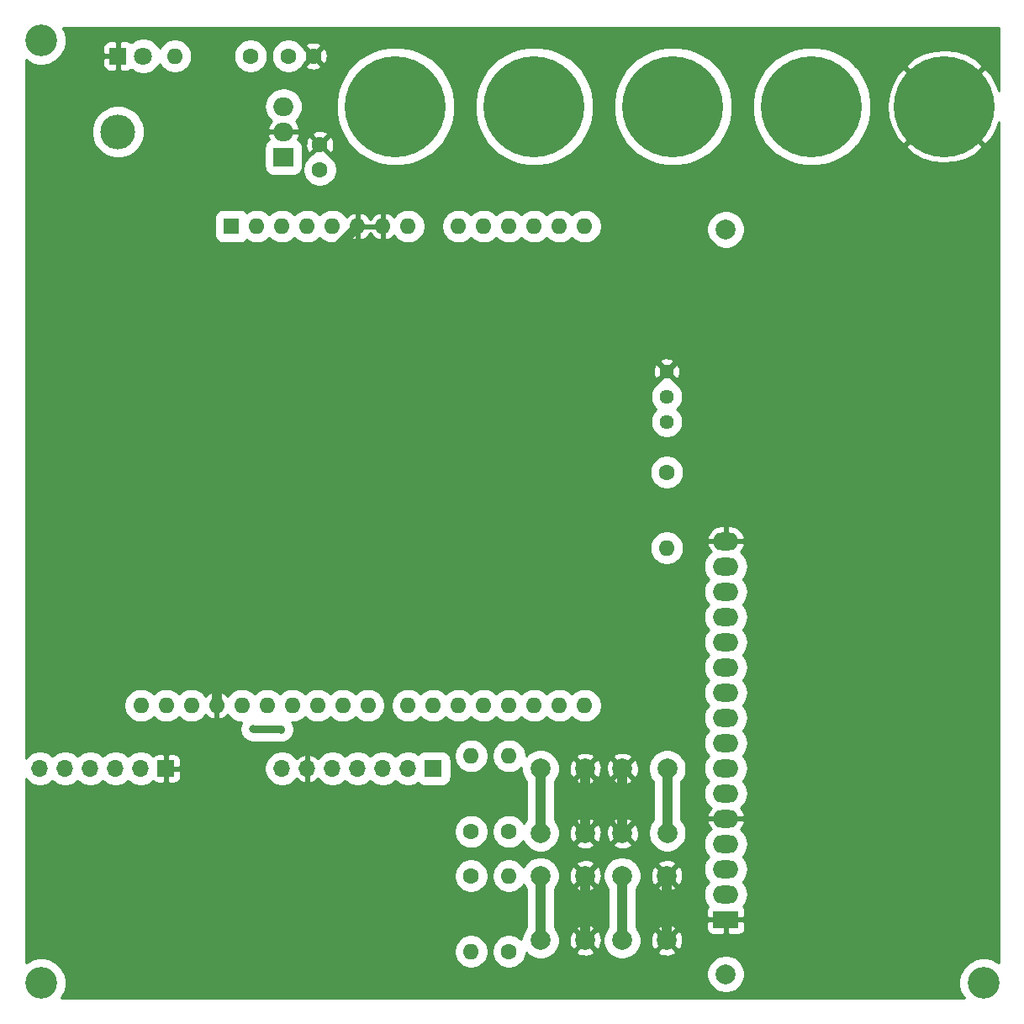
<source format=gbr>
%TF.GenerationSoftware,KiCad,Pcbnew,(5.1.9)-1*%
%TF.CreationDate,2021-06-23T17:41:11-03:00*%
%TF.ProjectId,assert,61737365-7274-42e6-9b69-6361645f7063,rev?*%
%TF.SameCoordinates,Original*%
%TF.FileFunction,Copper,L1,Top*%
%TF.FilePolarity,Positive*%
%FSLAX46Y46*%
G04 Gerber Fmt 4.6, Leading zero omitted, Abs format (unit mm)*
G04 Created by KiCad (PCBNEW (5.1.9)-1) date 2021-06-23 17:41:11*
%MOMM*%
%LPD*%
G01*
G04 APERTURE LIST*
%TA.AperFunction,ComponentPad*%
%ADD10C,2.000000*%
%TD*%
%TA.AperFunction,ComponentPad*%
%ADD11O,2.600000X1.800000*%
%TD*%
%TA.AperFunction,ComponentPad*%
%ADD12R,2.600000X1.800000*%
%TD*%
%TA.AperFunction,ComponentPad*%
%ADD13O,1.600000X1.600000*%
%TD*%
%TA.AperFunction,ComponentPad*%
%ADD14R,1.600000X1.600000*%
%TD*%
%TA.AperFunction,ComponentPad*%
%ADD15C,10.160000*%
%TD*%
%TA.AperFunction,ComponentPad*%
%ADD16O,1.700000X1.700000*%
%TD*%
%TA.AperFunction,ComponentPad*%
%ADD17R,1.700000X1.700000*%
%TD*%
%TA.AperFunction,ComponentPad*%
%ADD18O,2.000000X1.905000*%
%TD*%
%TA.AperFunction,ComponentPad*%
%ADD19R,2.000000X1.905000*%
%TD*%
%TA.AperFunction,WasherPad*%
%ADD20O,3.500000X3.500000*%
%TD*%
%TA.AperFunction,ComponentPad*%
%ADD21C,1.440000*%
%TD*%
%TA.AperFunction,ComponentPad*%
%ADD22C,1.600000*%
%TD*%
%TA.AperFunction,ComponentPad*%
%ADD23C,1.800000*%
%TD*%
%TA.AperFunction,ComponentPad*%
%ADD24R,1.800000X1.800000*%
%TD*%
%TA.AperFunction,ViaPad*%
%ADD25C,3.200000*%
%TD*%
%TA.AperFunction,ViaPad*%
%ADD26C,0.800000*%
%TD*%
%TA.AperFunction,Conductor*%
%ADD27C,1.000000*%
%TD*%
%TA.AperFunction,Conductor*%
%ADD28C,0.800000*%
%TD*%
%TA.AperFunction,Conductor*%
%ADD29C,0.254000*%
%TD*%
%TA.AperFunction,Conductor*%
%ADD30C,0.100000*%
%TD*%
G04 APERTURE END LIST*
D10*
%TO.P,U2,*%
%TO.N,*%
X71477000Y-21270000D03*
X71477000Y-96269100D03*
D11*
%TO.P,U2,16*%
%TO.N,GNDREF*%
X71477000Y-52670000D03*
%TO.P,U2,15*%
%TO.N,Net-(R6-Pad2)*%
X71477000Y-55210000D03*
%TO.P,U2,14*%
%TO.N,/db7*%
X71477000Y-57750000D03*
%TO.P,U2,13*%
%TO.N,/db6*%
X71477000Y-60290000D03*
%TO.P,U2,12*%
%TO.N,/db5*%
X71477000Y-62830000D03*
%TO.P,U2,11*%
%TO.N,/db4*%
X71477000Y-65370000D03*
%TO.P,U2,10*%
%TO.N,Net-(U2-Pad10)*%
X71477000Y-67910000D03*
%TO.P,U2,9*%
%TO.N,Net-(U2-Pad9)*%
X71477000Y-70450000D03*
%TO.P,U2,8*%
%TO.N,Net-(U2-Pad8)*%
X71477000Y-72990000D03*
%TO.P,U2,7*%
%TO.N,Net-(U2-Pad7)*%
X71477000Y-75530000D03*
%TO.P,U2,6*%
%TO.N,/e*%
X71477000Y-78070000D03*
%TO.P,U2,5*%
%TO.N,GNDREF*%
X71477000Y-80610000D03*
%TO.P,U2,4*%
%TO.N,/rs*%
X71477000Y-83150000D03*
%TO.P,U2,3*%
%TO.N,Net-(RV1-Pad2)*%
X71477000Y-85690000D03*
%TO.P,U2,2*%
%TO.N,/5v*%
X71477000Y-88230000D03*
D12*
%TO.P,U2,1*%
%TO.N,GNDREF*%
X71477000Y-90770000D03*
%TD*%
D13*
%TO.P,A1,16*%
%TO.N,/menos*%
X54737000Y-69215000D03*
%TO.P,A1,15*%
%TO.N,/mais*%
X57277000Y-69215000D03*
%TO.P,A1,30*%
%TO.N,Net-(A1-Pad30)*%
X17657000Y-69215000D03*
%TO.P,A1,14*%
%TO.N,/scl*%
X57277000Y-20955000D03*
%TO.P,A1,29*%
%TO.N,GNDREF*%
X20197000Y-69215000D03*
%TO.P,A1,13*%
%TO.N,/sda*%
X54737000Y-20955000D03*
%TO.P,A1,28*%
%TO.N,/sck*%
X22737000Y-69215000D03*
%TO.P,A1,12*%
%TO.N,/s4*%
X52197000Y-20955000D03*
%TO.P,A1,27*%
%TO.N,/miso*%
X25277000Y-69215000D03*
%TO.P,A1,11*%
%TO.N,/s3*%
X49657000Y-20955000D03*
%TO.P,A1,26*%
%TO.N,/mosi*%
X27817000Y-69215000D03*
%TO.P,A1,10*%
%TO.N,/s2*%
X47117000Y-20955000D03*
%TO.P,A1,25*%
%TO.N,/cs*%
X30357000Y-69215000D03*
%TO.P,A1,9*%
%TO.N,/s1*%
X44577000Y-20955000D03*
%TO.P,A1,24*%
%TO.N,/selecionar*%
X32897000Y-69215000D03*
%TO.P,A1,8*%
%TO.N,/vin*%
X39497000Y-20955000D03*
%TO.P,A1,23*%
%TO.N,/cancelar*%
X35437000Y-69215000D03*
%TO.P,A1,7*%
%TO.N,GNDREF*%
X36957000Y-20955000D03*
%TO.P,A1,22*%
%TO.N,/db7*%
X39497000Y-69215000D03*
%TO.P,A1,6*%
%TO.N,GNDREF*%
X34417000Y-20955000D03*
%TO.P,A1,21*%
%TO.N,/db6*%
X42037000Y-69215000D03*
%TO.P,A1,5*%
%TO.N,/5v*%
X31877000Y-20955000D03*
%TO.P,A1,20*%
%TO.N,/db5*%
X44577000Y-69215000D03*
%TO.P,A1,4*%
%TO.N,Net-(A1-Pad4)*%
X29337000Y-20955000D03*
%TO.P,A1,19*%
%TO.N,/db4*%
X47117000Y-69215000D03*
%TO.P,A1,3*%
%TO.N,Net-(A1-Pad3)*%
X26797000Y-20955000D03*
%TO.P,A1,18*%
%TO.N,/e*%
X49657000Y-69215000D03*
%TO.P,A1,2*%
%TO.N,Net-(A1-Pad2)*%
X24257000Y-20955000D03*
%TO.P,A1,17*%
%TO.N,/rs*%
X52197000Y-69215000D03*
D14*
%TO.P,A1,1*%
%TO.N,Net-(A1-Pad1)*%
X21717000Y-20955000D03*
D13*
%TO.P,A1,31*%
%TO.N,Net-(A1-Pad31)*%
X15117000Y-69215000D03*
%TO.P,A1,32*%
%TO.N,Net-(A1-Pad32)*%
X12577000Y-69215000D03*
%TD*%
D15*
%TO.P,J5,1*%
%TO.N,GNDREF*%
X93472000Y-8890000D03*
%TD*%
%TO.P,J4,1*%
%TO.N,/s4*%
X80137000Y-8890000D03*
%TD*%
D16*
%TO.P,J9,7*%
%TO.N,/bat*%
X26797000Y-75565000D03*
%TO.P,J9,6*%
%TO.N,GNDREF*%
X29337000Y-75565000D03*
%TO.P,J9,5*%
%TO.N,/5v*%
X31877000Y-75565000D03*
%TO.P,J9,4*%
%TO.N,/sda*%
X34417000Y-75565000D03*
%TO.P,J9,3*%
%TO.N,/scl*%
X36957000Y-75565000D03*
%TO.P,J9,2*%
%TO.N,/ds*%
X39497000Y-75565000D03*
D17*
%TO.P,J9,1*%
%TO.N,/sq*%
X42037000Y-75565000D03*
%TD*%
D18*
%TO.P,U1,3*%
%TO.N,/5v*%
X26947000Y-8890000D03*
%TO.P,U1,2*%
%TO.N,GNDREF*%
X26947000Y-11430000D03*
D19*
%TO.P,U1,1*%
%TO.N,/vin*%
X26947000Y-13970000D03*
D20*
%TO.P,U1,*%
%TO.N,*%
X10287000Y-11430000D03*
%TD*%
D10*
%TO.P,SW4,1*%
%TO.N,/cancelar*%
X61032000Y-86360000D03*
%TO.P,SW4,2*%
%TO.N,GNDREF*%
X65532000Y-86360000D03*
%TO.P,SW4,1*%
%TO.N,/cancelar*%
X61032000Y-92860000D03*
%TO.P,SW4,2*%
%TO.N,GNDREF*%
X65532000Y-92860000D03*
%TD*%
%TO.P,SW3,1*%
%TO.N,/selecionar*%
X52832000Y-86360000D03*
%TO.P,SW3,2*%
%TO.N,GNDREF*%
X57332000Y-86360000D03*
%TO.P,SW3,1*%
%TO.N,/selecionar*%
X52832000Y-92860000D03*
%TO.P,SW3,2*%
%TO.N,GNDREF*%
X57332000Y-92860000D03*
%TD*%
%TO.P,SW2,1*%
%TO.N,/menos*%
X52832000Y-75565000D03*
%TO.P,SW2,2*%
%TO.N,GNDREF*%
X57332000Y-75565000D03*
%TO.P,SW2,1*%
%TO.N,/menos*%
X52832000Y-82065000D03*
%TO.P,SW2,2*%
%TO.N,GNDREF*%
X57332000Y-82065000D03*
%TD*%
%TO.P,SW1,1*%
%TO.N,/mais*%
X65587000Y-82065000D03*
%TO.P,SW1,2*%
%TO.N,GNDREF*%
X61087000Y-82065000D03*
%TO.P,SW1,1*%
%TO.N,/mais*%
X65587000Y-75565000D03*
%TO.P,SW1,2*%
%TO.N,GNDREF*%
X61087000Y-75565000D03*
%TD*%
D21*
%TO.P,RV1,1*%
%TO.N,GNDREF*%
X65532000Y-35560000D03*
%TO.P,RV1,2*%
%TO.N,Net-(RV1-Pad2)*%
X65532000Y-38100000D03*
%TO.P,RV1,3*%
%TO.N,/5v*%
X65532000Y-40640000D03*
%TD*%
D13*
%TO.P,R6,2*%
%TO.N,Net-(R6-Pad2)*%
X65532000Y-53340000D03*
D22*
%TO.P,R6,1*%
%TO.N,/5v*%
X65532000Y-45720000D03*
%TD*%
D13*
%TO.P,R5,2*%
%TO.N,/cancelar*%
X45847000Y-93980000D03*
D22*
%TO.P,R5,1*%
%TO.N,/5v*%
X45847000Y-86360000D03*
%TD*%
D13*
%TO.P,R4,2*%
%TO.N,/selecionar*%
X45847000Y-74295000D03*
D22*
%TO.P,R4,1*%
%TO.N,/5v*%
X45847000Y-81915000D03*
%TD*%
D13*
%TO.P,R3,2*%
%TO.N,/menos*%
X49657000Y-86360000D03*
D22*
%TO.P,R3,1*%
%TO.N,/5v*%
X49657000Y-93980000D03*
%TD*%
D13*
%TO.P,R2,2*%
%TO.N,/mais*%
X49657000Y-74295000D03*
D22*
%TO.P,R2,1*%
%TO.N,/5v*%
X49657000Y-81915000D03*
%TD*%
D13*
%TO.P,R1,2*%
%TO.N,Net-(D1-Pad2)*%
X16002000Y-3810000D03*
D22*
%TO.P,R1,1*%
%TO.N,/5v*%
X23622000Y-3810000D03*
%TD*%
D16*
%TO.P,J8,6*%
%TO.N,/cs*%
X2413000Y-75565000D03*
%TO.P,J8,5*%
%TO.N,/sck*%
X4953000Y-75565000D03*
%TO.P,J8,4*%
%TO.N,/mosi*%
X7493000Y-75565000D03*
%TO.P,J8,3*%
%TO.N,/miso*%
X10033000Y-75565000D03*
%TO.P,J8,2*%
%TO.N,/5v*%
X12573000Y-75565000D03*
D17*
%TO.P,J8,1*%
%TO.N,GNDREF*%
X15113000Y-75565000D03*
%TD*%
D15*
%TO.P,J3,1*%
%TO.N,/s3*%
X66167000Y-8890000D03*
%TD*%
%TO.P,J2,1*%
%TO.N,/s2*%
X52197000Y-8890000D03*
%TD*%
%TO.P,J1,1*%
%TO.N,/s1*%
X38227000Y-8890000D03*
%TD*%
D23*
%TO.P,D1,2*%
%TO.N,Net-(D1-Pad2)*%
X12827000Y-3810000D03*
D24*
%TO.P,D1,1*%
%TO.N,GNDREF*%
X10287000Y-3810000D03*
%TD*%
D22*
%TO.P,C2,2*%
%TO.N,GNDREF*%
X29932000Y-3810000D03*
%TO.P,C2,1*%
%TO.N,/5v*%
X27432000Y-3810000D03*
%TD*%
%TO.P,C1,2*%
%TO.N,GNDREF*%
X30607000Y-12740000D03*
%TO.P,C1,1*%
%TO.N,/vin*%
X30607000Y-15240000D03*
%TD*%
D25*
%TO.N,*%
X2540000Y-97155000D03*
X97460000Y-97155000D03*
X2540000Y-2235000D03*
D26*
%TO.N,/mosi*%
X23876000Y-71602600D03*
X26670000Y-71628000D03*
%TD*%
D27*
%TO.N,/menos*%
X52832000Y-75565000D02*
X52832000Y-82065000D01*
%TO.N,/mais*%
X65587000Y-82065000D02*
X65587000Y-75565000D01*
%TO.N,GNDREF*%
X57332000Y-75565000D02*
X57332000Y-82065000D01*
X61087000Y-82065000D02*
X61087000Y-75565000D01*
X34417000Y-21079002D02*
X34417000Y-20955000D01*
X20197000Y-35299002D02*
X34417000Y-21079002D01*
X20197000Y-69215000D02*
X20197000Y-35299002D01*
X65532000Y-86360000D02*
X65532000Y-92860000D01*
X57332000Y-86360000D02*
X57332000Y-92860000D01*
D28*
%TO.N,/mosi*%
X26644600Y-71602600D02*
X26670000Y-71628000D01*
X23876000Y-71602600D02*
X23876000Y-71602600D01*
X23876000Y-71602600D02*
X26644600Y-71602600D01*
X26670000Y-71628000D02*
X26670000Y-71628000D01*
D27*
%TO.N,/selecionar*%
X52832000Y-86360000D02*
X52832000Y-92860000D01*
%TO.N,/cancelar*%
X61032000Y-86360000D02*
X61032000Y-92860000D01*
%TD*%
D29*
%TO.N,GNDREF*%
X98972001Y-7337139D02*
X98814433Y-6783706D01*
X98300863Y-5781921D01*
X98191416Y-5618124D01*
X97509196Y-5032409D01*
X93651605Y-8890000D01*
X97509196Y-12747591D01*
X98191416Y-12161876D01*
X98739045Y-11178296D01*
X98972001Y-10455231D01*
X98972000Y-95126089D01*
X98656983Y-94915602D01*
X98197099Y-94725111D01*
X97708888Y-94628000D01*
X97211112Y-94628000D01*
X96722901Y-94725111D01*
X96263017Y-94915602D01*
X95849131Y-95192151D01*
X95497151Y-95544131D01*
X95220602Y-95958017D01*
X95030111Y-96417901D01*
X94933000Y-96906112D01*
X94933000Y-97403888D01*
X95030111Y-97892099D01*
X95220602Y-98351983D01*
X95465166Y-98718000D01*
X4534834Y-98718000D01*
X4779398Y-98351983D01*
X4969889Y-97892099D01*
X5067000Y-97403888D01*
X5067000Y-96906112D01*
X4969889Y-96417901D01*
X4829639Y-96079307D01*
X69550000Y-96079307D01*
X69550000Y-96458893D01*
X69624053Y-96831185D01*
X69769315Y-97181877D01*
X69980201Y-97497491D01*
X70248609Y-97765899D01*
X70564223Y-97976785D01*
X70914915Y-98122047D01*
X71287207Y-98196100D01*
X71666793Y-98196100D01*
X72039085Y-98122047D01*
X72389777Y-97976785D01*
X72705391Y-97765899D01*
X72973799Y-97497491D01*
X73184685Y-97181877D01*
X73329947Y-96831185D01*
X73404000Y-96458893D01*
X73404000Y-96079307D01*
X73329947Y-95707015D01*
X73184685Y-95356323D01*
X72973799Y-95040709D01*
X72705391Y-94772301D01*
X72389777Y-94561415D01*
X72039085Y-94416153D01*
X71666793Y-94342100D01*
X71287207Y-94342100D01*
X70914915Y-94416153D01*
X70564223Y-94561415D01*
X70248609Y-94772301D01*
X69980201Y-95040709D01*
X69769315Y-95356323D01*
X69624053Y-95707015D01*
X69550000Y-96079307D01*
X4829639Y-96079307D01*
X4779398Y-95958017D01*
X4502849Y-95544131D01*
X4150869Y-95192151D01*
X3736983Y-94915602D01*
X3277099Y-94725111D01*
X2788888Y-94628000D01*
X2291112Y-94628000D01*
X1802901Y-94725111D01*
X1343017Y-94915602D01*
X977000Y-95160166D01*
X977000Y-93809905D01*
X44120000Y-93809905D01*
X44120000Y-94150095D01*
X44186368Y-94483747D01*
X44316553Y-94798041D01*
X44505552Y-95080898D01*
X44746102Y-95321448D01*
X45028959Y-95510447D01*
X45343253Y-95640632D01*
X45676905Y-95707000D01*
X46017095Y-95707000D01*
X46350747Y-95640632D01*
X46665041Y-95510447D01*
X46947898Y-95321448D01*
X47188448Y-95080898D01*
X47377447Y-94798041D01*
X47507632Y-94483747D01*
X47574000Y-94150095D01*
X47574000Y-93809905D01*
X47507632Y-93476253D01*
X47377447Y-93161959D01*
X47188448Y-92879102D01*
X46947898Y-92638552D01*
X46665041Y-92449553D01*
X46350747Y-92319368D01*
X46017095Y-92253000D01*
X45676905Y-92253000D01*
X45343253Y-92319368D01*
X45028959Y-92449553D01*
X44746102Y-92638552D01*
X44505552Y-92879102D01*
X44316553Y-93161959D01*
X44186368Y-93476253D01*
X44120000Y-93809905D01*
X977000Y-93809905D01*
X977000Y-86189905D01*
X44120000Y-86189905D01*
X44120000Y-86530095D01*
X44186368Y-86863747D01*
X44316553Y-87178041D01*
X44505552Y-87460898D01*
X44746102Y-87701448D01*
X45028959Y-87890447D01*
X45343253Y-88020632D01*
X45676905Y-88087000D01*
X46017095Y-88087000D01*
X46350747Y-88020632D01*
X46665041Y-87890447D01*
X46947898Y-87701448D01*
X47188448Y-87460898D01*
X47377447Y-87178041D01*
X47507632Y-86863747D01*
X47574000Y-86530095D01*
X47574000Y-86189905D01*
X47930000Y-86189905D01*
X47930000Y-86530095D01*
X47996368Y-86863747D01*
X48126553Y-87178041D01*
X48315552Y-87460898D01*
X48556102Y-87701448D01*
X48838959Y-87890447D01*
X49153253Y-88020632D01*
X49486905Y-88087000D01*
X49827095Y-88087000D01*
X50160747Y-88020632D01*
X50475041Y-87890447D01*
X50757898Y-87701448D01*
X50998448Y-87460898D01*
X51124250Y-87272621D01*
X51124315Y-87272777D01*
X51335201Y-87588391D01*
X51405000Y-87658190D01*
X51405001Y-91561809D01*
X51335201Y-91631609D01*
X51124315Y-91947223D01*
X50979053Y-92297915D01*
X50905000Y-92670207D01*
X50905000Y-92785654D01*
X50757898Y-92638552D01*
X50475041Y-92449553D01*
X50160747Y-92319368D01*
X49827095Y-92253000D01*
X49486905Y-92253000D01*
X49153253Y-92319368D01*
X48838959Y-92449553D01*
X48556102Y-92638552D01*
X48315552Y-92879102D01*
X48126553Y-93161959D01*
X47996368Y-93476253D01*
X47930000Y-93809905D01*
X47930000Y-94150095D01*
X47996368Y-94483747D01*
X48126553Y-94798041D01*
X48315552Y-95080898D01*
X48556102Y-95321448D01*
X48838959Y-95510447D01*
X49153253Y-95640632D01*
X49486905Y-95707000D01*
X49827095Y-95707000D01*
X50160747Y-95640632D01*
X50475041Y-95510447D01*
X50757898Y-95321448D01*
X50998448Y-95080898D01*
X51187447Y-94798041D01*
X51317632Y-94483747D01*
X51384000Y-94150095D01*
X51384000Y-94137190D01*
X51603609Y-94356799D01*
X51919223Y-94567685D01*
X52269915Y-94712947D01*
X52642207Y-94787000D01*
X53021793Y-94787000D01*
X53394085Y-94712947D01*
X53744777Y-94567685D01*
X54060391Y-94356799D01*
X54328799Y-94088391D01*
X54390924Y-93995413D01*
X56376192Y-93995413D01*
X56471956Y-94259814D01*
X56761571Y-94400704D01*
X57073108Y-94482384D01*
X57394595Y-94501718D01*
X57713675Y-94457961D01*
X58018088Y-94352795D01*
X58192044Y-94259814D01*
X58287808Y-93995413D01*
X57332000Y-93039605D01*
X56376192Y-93995413D01*
X54390924Y-93995413D01*
X54539685Y-93772777D01*
X54684947Y-93422085D01*
X54759000Y-93049793D01*
X54759000Y-92922595D01*
X55690282Y-92922595D01*
X55734039Y-93241675D01*
X55839205Y-93546088D01*
X55932186Y-93720044D01*
X56196587Y-93815808D01*
X57152395Y-92860000D01*
X57511605Y-92860000D01*
X58467413Y-93815808D01*
X58731814Y-93720044D01*
X58872704Y-93430429D01*
X58954384Y-93118892D01*
X58973718Y-92797405D01*
X58929961Y-92478325D01*
X58824795Y-92173912D01*
X58731814Y-91999956D01*
X58467413Y-91904192D01*
X57511605Y-92860000D01*
X57152395Y-92860000D01*
X56196587Y-91904192D01*
X55932186Y-91999956D01*
X55791296Y-92289571D01*
X55709616Y-92601108D01*
X55690282Y-92922595D01*
X54759000Y-92922595D01*
X54759000Y-92670207D01*
X54684947Y-92297915D01*
X54539685Y-91947223D01*
X54390925Y-91724587D01*
X56376192Y-91724587D01*
X57332000Y-92680395D01*
X58287808Y-91724587D01*
X58192044Y-91460186D01*
X57902429Y-91319296D01*
X57590892Y-91237616D01*
X57269405Y-91218282D01*
X56950325Y-91262039D01*
X56645912Y-91367205D01*
X56471956Y-91460186D01*
X56376192Y-91724587D01*
X54390925Y-91724587D01*
X54328799Y-91631609D01*
X54259000Y-91561810D01*
X54259000Y-87658190D01*
X54328799Y-87588391D01*
X54390924Y-87495413D01*
X56376192Y-87495413D01*
X56471956Y-87759814D01*
X56761571Y-87900704D01*
X57073108Y-87982384D01*
X57394595Y-88001718D01*
X57713675Y-87957961D01*
X58018088Y-87852795D01*
X58192044Y-87759814D01*
X58287808Y-87495413D01*
X57332000Y-86539605D01*
X56376192Y-87495413D01*
X54390924Y-87495413D01*
X54539685Y-87272777D01*
X54684947Y-86922085D01*
X54759000Y-86549793D01*
X54759000Y-86422595D01*
X55690282Y-86422595D01*
X55734039Y-86741675D01*
X55839205Y-87046088D01*
X55932186Y-87220044D01*
X56196587Y-87315808D01*
X57152395Y-86360000D01*
X57511605Y-86360000D01*
X58467413Y-87315808D01*
X58731814Y-87220044D01*
X58872704Y-86930429D01*
X58954384Y-86618892D01*
X58973718Y-86297405D01*
X58956275Y-86170207D01*
X59105000Y-86170207D01*
X59105000Y-86549793D01*
X59179053Y-86922085D01*
X59324315Y-87272777D01*
X59535201Y-87588391D01*
X59605000Y-87658190D01*
X59605001Y-91561809D01*
X59535201Y-91631609D01*
X59324315Y-91947223D01*
X59179053Y-92297915D01*
X59105000Y-92670207D01*
X59105000Y-93049793D01*
X59179053Y-93422085D01*
X59324315Y-93772777D01*
X59535201Y-94088391D01*
X59803609Y-94356799D01*
X60119223Y-94567685D01*
X60469915Y-94712947D01*
X60842207Y-94787000D01*
X61221793Y-94787000D01*
X61594085Y-94712947D01*
X61944777Y-94567685D01*
X62260391Y-94356799D01*
X62528799Y-94088391D01*
X62590924Y-93995413D01*
X64576192Y-93995413D01*
X64671956Y-94259814D01*
X64961571Y-94400704D01*
X65273108Y-94482384D01*
X65594595Y-94501718D01*
X65913675Y-94457961D01*
X66218088Y-94352795D01*
X66392044Y-94259814D01*
X66487808Y-93995413D01*
X65532000Y-93039605D01*
X64576192Y-93995413D01*
X62590924Y-93995413D01*
X62739685Y-93772777D01*
X62884947Y-93422085D01*
X62959000Y-93049793D01*
X62959000Y-92922595D01*
X63890282Y-92922595D01*
X63934039Y-93241675D01*
X64039205Y-93546088D01*
X64132186Y-93720044D01*
X64396587Y-93815808D01*
X65352395Y-92860000D01*
X65711605Y-92860000D01*
X66667413Y-93815808D01*
X66931814Y-93720044D01*
X67072704Y-93430429D01*
X67154384Y-93118892D01*
X67173718Y-92797405D01*
X67129961Y-92478325D01*
X67024795Y-92173912D01*
X66931814Y-91999956D01*
X66667413Y-91904192D01*
X65711605Y-92860000D01*
X65352395Y-92860000D01*
X64396587Y-91904192D01*
X64132186Y-91999956D01*
X63991296Y-92289571D01*
X63909616Y-92601108D01*
X63890282Y-92922595D01*
X62959000Y-92922595D01*
X62959000Y-92670207D01*
X62884947Y-92297915D01*
X62739685Y-91947223D01*
X62590925Y-91724587D01*
X64576192Y-91724587D01*
X65532000Y-92680395D01*
X66487808Y-91724587D01*
X66468038Y-91670000D01*
X69538928Y-91670000D01*
X69551188Y-91794482D01*
X69587498Y-91914180D01*
X69646463Y-92024494D01*
X69725815Y-92121185D01*
X69822506Y-92200537D01*
X69932820Y-92259502D01*
X70052518Y-92295812D01*
X70177000Y-92308072D01*
X71191250Y-92305000D01*
X71350000Y-92146250D01*
X71350000Y-90897000D01*
X71604000Y-90897000D01*
X71604000Y-92146250D01*
X71762750Y-92305000D01*
X72777000Y-92308072D01*
X72901482Y-92295812D01*
X73021180Y-92259502D01*
X73131494Y-92200537D01*
X73228185Y-92121185D01*
X73307537Y-92024494D01*
X73366502Y-91914180D01*
X73402812Y-91794482D01*
X73415072Y-91670000D01*
X73412000Y-91055750D01*
X73253250Y-90897000D01*
X71604000Y-90897000D01*
X71350000Y-90897000D01*
X69700750Y-90897000D01*
X69542000Y-91055750D01*
X69538928Y-91670000D01*
X66468038Y-91670000D01*
X66392044Y-91460186D01*
X66102429Y-91319296D01*
X65790892Y-91237616D01*
X65469405Y-91218282D01*
X65150325Y-91262039D01*
X64845912Y-91367205D01*
X64671956Y-91460186D01*
X64576192Y-91724587D01*
X62590925Y-91724587D01*
X62528799Y-91631609D01*
X62459000Y-91561810D01*
X62459000Y-87658190D01*
X62528799Y-87588391D01*
X62590924Y-87495413D01*
X64576192Y-87495413D01*
X64671956Y-87759814D01*
X64961571Y-87900704D01*
X65273108Y-87982384D01*
X65594595Y-88001718D01*
X65913675Y-87957961D01*
X66218088Y-87852795D01*
X66392044Y-87759814D01*
X66487808Y-87495413D01*
X65532000Y-86539605D01*
X64576192Y-87495413D01*
X62590924Y-87495413D01*
X62739685Y-87272777D01*
X62884947Y-86922085D01*
X62959000Y-86549793D01*
X62959000Y-86422595D01*
X63890282Y-86422595D01*
X63934039Y-86741675D01*
X64039205Y-87046088D01*
X64132186Y-87220044D01*
X64396587Y-87315808D01*
X65352395Y-86360000D01*
X65711605Y-86360000D01*
X66667413Y-87315808D01*
X66931814Y-87220044D01*
X67072704Y-86930429D01*
X67154384Y-86618892D01*
X67173718Y-86297405D01*
X67129961Y-85978325D01*
X67024795Y-85673912D01*
X66931814Y-85499956D01*
X66667413Y-85404192D01*
X65711605Y-86360000D01*
X65352395Y-86360000D01*
X64396587Y-85404192D01*
X64132186Y-85499956D01*
X63991296Y-85789571D01*
X63909616Y-86101108D01*
X63890282Y-86422595D01*
X62959000Y-86422595D01*
X62959000Y-86170207D01*
X62884947Y-85797915D01*
X62739685Y-85447223D01*
X62590925Y-85224587D01*
X64576192Y-85224587D01*
X65532000Y-86180395D01*
X66487808Y-85224587D01*
X66392044Y-84960186D01*
X66102429Y-84819296D01*
X65790892Y-84737616D01*
X65469405Y-84718282D01*
X65150325Y-84762039D01*
X64845912Y-84867205D01*
X64671956Y-84960186D01*
X64576192Y-85224587D01*
X62590925Y-85224587D01*
X62528799Y-85131609D01*
X62260391Y-84863201D01*
X61944777Y-84652315D01*
X61594085Y-84507053D01*
X61221793Y-84433000D01*
X60842207Y-84433000D01*
X60469915Y-84507053D01*
X60119223Y-84652315D01*
X59803609Y-84863201D01*
X59535201Y-85131609D01*
X59324315Y-85447223D01*
X59179053Y-85797915D01*
X59105000Y-86170207D01*
X58956275Y-86170207D01*
X58929961Y-85978325D01*
X58824795Y-85673912D01*
X58731814Y-85499956D01*
X58467413Y-85404192D01*
X57511605Y-86360000D01*
X57152395Y-86360000D01*
X56196587Y-85404192D01*
X55932186Y-85499956D01*
X55791296Y-85789571D01*
X55709616Y-86101108D01*
X55690282Y-86422595D01*
X54759000Y-86422595D01*
X54759000Y-86170207D01*
X54684947Y-85797915D01*
X54539685Y-85447223D01*
X54390925Y-85224587D01*
X56376192Y-85224587D01*
X57332000Y-86180395D01*
X58287808Y-85224587D01*
X58192044Y-84960186D01*
X57902429Y-84819296D01*
X57590892Y-84737616D01*
X57269405Y-84718282D01*
X56950325Y-84762039D01*
X56645912Y-84867205D01*
X56471956Y-84960186D01*
X56376192Y-85224587D01*
X54390925Y-85224587D01*
X54328799Y-85131609D01*
X54060391Y-84863201D01*
X53744777Y-84652315D01*
X53394085Y-84507053D01*
X53021793Y-84433000D01*
X52642207Y-84433000D01*
X52269915Y-84507053D01*
X51919223Y-84652315D01*
X51603609Y-84863201D01*
X51335201Y-85131609D01*
X51124315Y-85447223D01*
X51124250Y-85447379D01*
X50998448Y-85259102D01*
X50757898Y-85018552D01*
X50475041Y-84829553D01*
X50160747Y-84699368D01*
X49827095Y-84633000D01*
X49486905Y-84633000D01*
X49153253Y-84699368D01*
X48838959Y-84829553D01*
X48556102Y-85018552D01*
X48315552Y-85259102D01*
X48126553Y-85541959D01*
X47996368Y-85856253D01*
X47930000Y-86189905D01*
X47574000Y-86189905D01*
X47507632Y-85856253D01*
X47377447Y-85541959D01*
X47188448Y-85259102D01*
X46947898Y-85018552D01*
X46665041Y-84829553D01*
X46350747Y-84699368D01*
X46017095Y-84633000D01*
X45676905Y-84633000D01*
X45343253Y-84699368D01*
X45028959Y-84829553D01*
X44746102Y-85018552D01*
X44505552Y-85259102D01*
X44316553Y-85541959D01*
X44186368Y-85856253D01*
X44120000Y-86189905D01*
X977000Y-86189905D01*
X977000Y-81744905D01*
X44120000Y-81744905D01*
X44120000Y-82085095D01*
X44186368Y-82418747D01*
X44316553Y-82733041D01*
X44505552Y-83015898D01*
X44746102Y-83256448D01*
X45028959Y-83445447D01*
X45343253Y-83575632D01*
X45676905Y-83642000D01*
X46017095Y-83642000D01*
X46350747Y-83575632D01*
X46665041Y-83445447D01*
X46947898Y-83256448D01*
X47188448Y-83015898D01*
X47377447Y-82733041D01*
X47507632Y-82418747D01*
X47574000Y-82085095D01*
X47574000Y-81744905D01*
X47507632Y-81411253D01*
X47377447Y-81096959D01*
X47188448Y-80814102D01*
X46947898Y-80573552D01*
X46665041Y-80384553D01*
X46350747Y-80254368D01*
X46017095Y-80188000D01*
X45676905Y-80188000D01*
X45343253Y-80254368D01*
X45028959Y-80384553D01*
X44746102Y-80573552D01*
X44505552Y-80814102D01*
X44316553Y-81096959D01*
X44186368Y-81411253D01*
X44120000Y-81744905D01*
X977000Y-81744905D01*
X977000Y-76614389D01*
X1032714Y-76697771D01*
X1280229Y-76945286D01*
X1571275Y-77139757D01*
X1894668Y-77273711D01*
X2237981Y-77342000D01*
X2588019Y-77342000D01*
X2931332Y-77273711D01*
X3254725Y-77139757D01*
X3545771Y-76945286D01*
X3683000Y-76808057D01*
X3820229Y-76945286D01*
X4111275Y-77139757D01*
X4434668Y-77273711D01*
X4777981Y-77342000D01*
X5128019Y-77342000D01*
X5471332Y-77273711D01*
X5794725Y-77139757D01*
X6085771Y-76945286D01*
X6223000Y-76808057D01*
X6360229Y-76945286D01*
X6651275Y-77139757D01*
X6974668Y-77273711D01*
X7317981Y-77342000D01*
X7668019Y-77342000D01*
X8011332Y-77273711D01*
X8334725Y-77139757D01*
X8625771Y-76945286D01*
X8763000Y-76808057D01*
X8900229Y-76945286D01*
X9191275Y-77139757D01*
X9514668Y-77273711D01*
X9857981Y-77342000D01*
X10208019Y-77342000D01*
X10551332Y-77273711D01*
X10874725Y-77139757D01*
X11165771Y-76945286D01*
X11303000Y-76808057D01*
X11440229Y-76945286D01*
X11731275Y-77139757D01*
X12054668Y-77273711D01*
X12397981Y-77342000D01*
X12748019Y-77342000D01*
X13091332Y-77273711D01*
X13414725Y-77139757D01*
X13705771Y-76945286D01*
X13799670Y-76851387D01*
X13811815Y-76866185D01*
X13908506Y-76945537D01*
X14018820Y-77004502D01*
X14138518Y-77040812D01*
X14263000Y-77053072D01*
X14827250Y-77050000D01*
X14986000Y-76891250D01*
X14986000Y-75692000D01*
X15240000Y-75692000D01*
X15240000Y-76891250D01*
X15398750Y-77050000D01*
X15963000Y-77053072D01*
X16087482Y-77040812D01*
X16207180Y-77004502D01*
X16317494Y-76945537D01*
X16414185Y-76866185D01*
X16493537Y-76769494D01*
X16552502Y-76659180D01*
X16588812Y-76539482D01*
X16601072Y-76415000D01*
X16598000Y-75850750D01*
X16439250Y-75692000D01*
X15240000Y-75692000D01*
X14986000Y-75692000D01*
X14966000Y-75692000D01*
X14966000Y-75438000D01*
X14986000Y-75438000D01*
X14986000Y-74238750D01*
X15240000Y-74238750D01*
X15240000Y-75438000D01*
X16439250Y-75438000D01*
X16487269Y-75389981D01*
X25020000Y-75389981D01*
X25020000Y-75740019D01*
X25088289Y-76083332D01*
X25222243Y-76406725D01*
X25416714Y-76697771D01*
X25664229Y-76945286D01*
X25955275Y-77139757D01*
X26278668Y-77273711D01*
X26621981Y-77342000D01*
X26972019Y-77342000D01*
X27315332Y-77273711D01*
X27638725Y-77139757D01*
X27929771Y-76945286D01*
X28177286Y-76697771D01*
X28258664Y-76575980D01*
X28336731Y-76662588D01*
X28570080Y-76836641D01*
X28832901Y-76961825D01*
X28980110Y-77006476D01*
X29210000Y-76885155D01*
X29210000Y-75692000D01*
X29190000Y-75692000D01*
X29190000Y-75438000D01*
X29210000Y-75438000D01*
X29210000Y-74244845D01*
X29464000Y-74244845D01*
X29464000Y-75438000D01*
X29484000Y-75438000D01*
X29484000Y-75692000D01*
X29464000Y-75692000D01*
X29464000Y-76885155D01*
X29693890Y-77006476D01*
X29841099Y-76961825D01*
X30103920Y-76836641D01*
X30337269Y-76662588D01*
X30415336Y-76575980D01*
X30496714Y-76697771D01*
X30744229Y-76945286D01*
X31035275Y-77139757D01*
X31358668Y-77273711D01*
X31701981Y-77342000D01*
X32052019Y-77342000D01*
X32395332Y-77273711D01*
X32718725Y-77139757D01*
X33009771Y-76945286D01*
X33147000Y-76808057D01*
X33284229Y-76945286D01*
X33575275Y-77139757D01*
X33898668Y-77273711D01*
X34241981Y-77342000D01*
X34592019Y-77342000D01*
X34935332Y-77273711D01*
X35258725Y-77139757D01*
X35549771Y-76945286D01*
X35687000Y-76808057D01*
X35824229Y-76945286D01*
X36115275Y-77139757D01*
X36438668Y-77273711D01*
X36781981Y-77342000D01*
X37132019Y-77342000D01*
X37475332Y-77273711D01*
X37798725Y-77139757D01*
X38089771Y-76945286D01*
X38227000Y-76808057D01*
X38364229Y-76945286D01*
X38655275Y-77139757D01*
X38978668Y-77273711D01*
X39321981Y-77342000D01*
X39672019Y-77342000D01*
X40015332Y-77273711D01*
X40338725Y-77139757D01*
X40496221Y-77034521D01*
X40528341Y-77073659D01*
X40669495Y-77189501D01*
X40830536Y-77275580D01*
X41005276Y-77328587D01*
X41187000Y-77346485D01*
X42887000Y-77346485D01*
X43068724Y-77328587D01*
X43243464Y-77275580D01*
X43404505Y-77189501D01*
X43545659Y-77073659D01*
X43661501Y-76932505D01*
X43747580Y-76771464D01*
X43800587Y-76596724D01*
X43818485Y-76415000D01*
X43818485Y-74715000D01*
X43800587Y-74533276D01*
X43747580Y-74358536D01*
X43661501Y-74197495D01*
X43601928Y-74124905D01*
X44120000Y-74124905D01*
X44120000Y-74465095D01*
X44186368Y-74798747D01*
X44316553Y-75113041D01*
X44505552Y-75395898D01*
X44746102Y-75636448D01*
X45028959Y-75825447D01*
X45343253Y-75955632D01*
X45676905Y-76022000D01*
X46017095Y-76022000D01*
X46350747Y-75955632D01*
X46665041Y-75825447D01*
X46947898Y-75636448D01*
X47188448Y-75395898D01*
X47377447Y-75113041D01*
X47507632Y-74798747D01*
X47574000Y-74465095D01*
X47574000Y-74124905D01*
X47930000Y-74124905D01*
X47930000Y-74465095D01*
X47996368Y-74798747D01*
X48126553Y-75113041D01*
X48315552Y-75395898D01*
X48556102Y-75636448D01*
X48838959Y-75825447D01*
X49153253Y-75955632D01*
X49486905Y-76022000D01*
X49827095Y-76022000D01*
X50160747Y-75955632D01*
X50475041Y-75825447D01*
X50757898Y-75636448D01*
X50905000Y-75489346D01*
X50905000Y-75754793D01*
X50979053Y-76127085D01*
X51124315Y-76477777D01*
X51335201Y-76793391D01*
X51405000Y-76863190D01*
X51405001Y-80766809D01*
X51335201Y-80836609D01*
X51174344Y-81077349D01*
X50998448Y-80814102D01*
X50757898Y-80573552D01*
X50475041Y-80384553D01*
X50160747Y-80254368D01*
X49827095Y-80188000D01*
X49486905Y-80188000D01*
X49153253Y-80254368D01*
X48838959Y-80384553D01*
X48556102Y-80573552D01*
X48315552Y-80814102D01*
X48126553Y-81096959D01*
X47996368Y-81411253D01*
X47930000Y-81744905D01*
X47930000Y-82085095D01*
X47996368Y-82418747D01*
X48126553Y-82733041D01*
X48315552Y-83015898D01*
X48556102Y-83256448D01*
X48838959Y-83445447D01*
X49153253Y-83575632D01*
X49486905Y-83642000D01*
X49827095Y-83642000D01*
X50160747Y-83575632D01*
X50475041Y-83445447D01*
X50757898Y-83256448D01*
X50998448Y-83015898D01*
X51085895Y-82885024D01*
X51124315Y-82977777D01*
X51335201Y-83293391D01*
X51603609Y-83561799D01*
X51919223Y-83772685D01*
X52269915Y-83917947D01*
X52642207Y-83992000D01*
X53021793Y-83992000D01*
X53394085Y-83917947D01*
X53744777Y-83772685D01*
X54060391Y-83561799D01*
X54328799Y-83293391D01*
X54390924Y-83200413D01*
X56376192Y-83200413D01*
X56471956Y-83464814D01*
X56761571Y-83605704D01*
X57073108Y-83687384D01*
X57394595Y-83706718D01*
X57713675Y-83662961D01*
X58018088Y-83557795D01*
X58192044Y-83464814D01*
X58287808Y-83200413D01*
X60131192Y-83200413D01*
X60226956Y-83464814D01*
X60516571Y-83605704D01*
X60828108Y-83687384D01*
X61149595Y-83706718D01*
X61468675Y-83662961D01*
X61773088Y-83557795D01*
X61947044Y-83464814D01*
X62042808Y-83200413D01*
X61087000Y-82244605D01*
X60131192Y-83200413D01*
X58287808Y-83200413D01*
X57332000Y-82244605D01*
X56376192Y-83200413D01*
X54390924Y-83200413D01*
X54539685Y-82977777D01*
X54684947Y-82627085D01*
X54759000Y-82254793D01*
X54759000Y-82127595D01*
X55690282Y-82127595D01*
X55734039Y-82446675D01*
X55839205Y-82751088D01*
X55932186Y-82925044D01*
X56196587Y-83020808D01*
X57152395Y-82065000D01*
X57511605Y-82065000D01*
X58467413Y-83020808D01*
X58731814Y-82925044D01*
X58872704Y-82635429D01*
X58954384Y-82323892D01*
X58966189Y-82127595D01*
X59445282Y-82127595D01*
X59489039Y-82446675D01*
X59594205Y-82751088D01*
X59687186Y-82925044D01*
X59951587Y-83020808D01*
X60907395Y-82065000D01*
X61266605Y-82065000D01*
X62222413Y-83020808D01*
X62486814Y-82925044D01*
X62627704Y-82635429D01*
X62709384Y-82323892D01*
X62728718Y-82002405D01*
X62684961Y-81683325D01*
X62579795Y-81378912D01*
X62486814Y-81204956D01*
X62222413Y-81109192D01*
X61266605Y-82065000D01*
X60907395Y-82065000D01*
X59951587Y-81109192D01*
X59687186Y-81204956D01*
X59546296Y-81494571D01*
X59464616Y-81806108D01*
X59445282Y-82127595D01*
X58966189Y-82127595D01*
X58973718Y-82002405D01*
X58929961Y-81683325D01*
X58824795Y-81378912D01*
X58731814Y-81204956D01*
X58467413Y-81109192D01*
X57511605Y-82065000D01*
X57152395Y-82065000D01*
X56196587Y-81109192D01*
X55932186Y-81204956D01*
X55791296Y-81494571D01*
X55709616Y-81806108D01*
X55690282Y-82127595D01*
X54759000Y-82127595D01*
X54759000Y-81875207D01*
X54684947Y-81502915D01*
X54539685Y-81152223D01*
X54390925Y-80929587D01*
X56376192Y-80929587D01*
X57332000Y-81885395D01*
X58287808Y-80929587D01*
X60131192Y-80929587D01*
X61087000Y-81885395D01*
X62042808Y-80929587D01*
X61947044Y-80665186D01*
X61657429Y-80524296D01*
X61345892Y-80442616D01*
X61024405Y-80423282D01*
X60705325Y-80467039D01*
X60400912Y-80572205D01*
X60226956Y-80665186D01*
X60131192Y-80929587D01*
X58287808Y-80929587D01*
X58192044Y-80665186D01*
X57902429Y-80524296D01*
X57590892Y-80442616D01*
X57269405Y-80423282D01*
X56950325Y-80467039D01*
X56645912Y-80572205D01*
X56471956Y-80665186D01*
X56376192Y-80929587D01*
X54390925Y-80929587D01*
X54328799Y-80836609D01*
X54259000Y-80766810D01*
X54259000Y-76863190D01*
X54328799Y-76793391D01*
X54390924Y-76700413D01*
X56376192Y-76700413D01*
X56471956Y-76964814D01*
X56761571Y-77105704D01*
X57073108Y-77187384D01*
X57394595Y-77206718D01*
X57713675Y-77162961D01*
X58018088Y-77057795D01*
X58192044Y-76964814D01*
X58287808Y-76700413D01*
X60131192Y-76700413D01*
X60226956Y-76964814D01*
X60516571Y-77105704D01*
X60828108Y-77187384D01*
X61149595Y-77206718D01*
X61468675Y-77162961D01*
X61773088Y-77057795D01*
X61947044Y-76964814D01*
X62042808Y-76700413D01*
X61087000Y-75744605D01*
X60131192Y-76700413D01*
X58287808Y-76700413D01*
X57332000Y-75744605D01*
X56376192Y-76700413D01*
X54390924Y-76700413D01*
X54539685Y-76477777D01*
X54684947Y-76127085D01*
X54759000Y-75754793D01*
X54759000Y-75627595D01*
X55690282Y-75627595D01*
X55734039Y-75946675D01*
X55839205Y-76251088D01*
X55932186Y-76425044D01*
X56196587Y-76520808D01*
X57152395Y-75565000D01*
X57511605Y-75565000D01*
X58467413Y-76520808D01*
X58731814Y-76425044D01*
X58872704Y-76135429D01*
X58954384Y-75823892D01*
X58966189Y-75627595D01*
X59445282Y-75627595D01*
X59489039Y-75946675D01*
X59594205Y-76251088D01*
X59687186Y-76425044D01*
X59951587Y-76520808D01*
X60907395Y-75565000D01*
X61266605Y-75565000D01*
X62222413Y-76520808D01*
X62486814Y-76425044D01*
X62627704Y-76135429D01*
X62709384Y-75823892D01*
X62728718Y-75502405D01*
X62711275Y-75375207D01*
X63660000Y-75375207D01*
X63660000Y-75754793D01*
X63734053Y-76127085D01*
X63879315Y-76477777D01*
X64090201Y-76793391D01*
X64160001Y-76863191D01*
X64160000Y-80766810D01*
X64090201Y-80836609D01*
X63879315Y-81152223D01*
X63734053Y-81502915D01*
X63660000Y-81875207D01*
X63660000Y-82254793D01*
X63734053Y-82627085D01*
X63879315Y-82977777D01*
X64090201Y-83293391D01*
X64358609Y-83561799D01*
X64674223Y-83772685D01*
X65024915Y-83917947D01*
X65397207Y-83992000D01*
X65776793Y-83992000D01*
X66149085Y-83917947D01*
X66499777Y-83772685D01*
X66815391Y-83561799D01*
X67083799Y-83293391D01*
X67179609Y-83150000D01*
X69241160Y-83150000D01*
X69276435Y-83508155D01*
X69380905Y-83852546D01*
X69550555Y-84169938D01*
X69755775Y-84420000D01*
X69550555Y-84670062D01*
X69380905Y-84987454D01*
X69276435Y-85331845D01*
X69241160Y-85690000D01*
X69276435Y-86048155D01*
X69380905Y-86392546D01*
X69550555Y-86709938D01*
X69755775Y-86960000D01*
X69550555Y-87210062D01*
X69380905Y-87527454D01*
X69276435Y-87871845D01*
X69241160Y-88230000D01*
X69276435Y-88588155D01*
X69380905Y-88932546D01*
X69550555Y-89249938D01*
X69707482Y-89441154D01*
X69646463Y-89515506D01*
X69587498Y-89625820D01*
X69551188Y-89745518D01*
X69538928Y-89870000D01*
X69542000Y-90484250D01*
X69700750Y-90643000D01*
X71350000Y-90643000D01*
X71350000Y-90623000D01*
X71604000Y-90623000D01*
X71604000Y-90643000D01*
X73253250Y-90643000D01*
X73412000Y-90484250D01*
X73415072Y-89870000D01*
X73402812Y-89745518D01*
X73366502Y-89625820D01*
X73307537Y-89515506D01*
X73246518Y-89441154D01*
X73403445Y-89249938D01*
X73573095Y-88932546D01*
X73677565Y-88588155D01*
X73712840Y-88230000D01*
X73677565Y-87871845D01*
X73573095Y-87527454D01*
X73403445Y-87210062D01*
X73198225Y-86960000D01*
X73403445Y-86709938D01*
X73573095Y-86392546D01*
X73677565Y-86048155D01*
X73712840Y-85690000D01*
X73677565Y-85331845D01*
X73573095Y-84987454D01*
X73403445Y-84670062D01*
X73198225Y-84420000D01*
X73403445Y-84169938D01*
X73573095Y-83852546D01*
X73677565Y-83508155D01*
X73712840Y-83150000D01*
X73677565Y-82791845D01*
X73573095Y-82447454D01*
X73403445Y-82130062D01*
X73175135Y-81851865D01*
X72970989Y-81684327D01*
X73052210Y-81605606D01*
X73223862Y-81357204D01*
X73343755Y-81080087D01*
X73368036Y-80974740D01*
X73247378Y-80737000D01*
X71604000Y-80737000D01*
X71604000Y-80757000D01*
X71350000Y-80757000D01*
X71350000Y-80737000D01*
X69706622Y-80737000D01*
X69585964Y-80974740D01*
X69610245Y-81080087D01*
X69730138Y-81357204D01*
X69901790Y-81605606D01*
X69983011Y-81684327D01*
X69778865Y-81851865D01*
X69550555Y-82130062D01*
X69380905Y-82447454D01*
X69276435Y-82791845D01*
X69241160Y-83150000D01*
X67179609Y-83150000D01*
X67294685Y-82977777D01*
X67439947Y-82627085D01*
X67514000Y-82254793D01*
X67514000Y-81875207D01*
X67439947Y-81502915D01*
X67294685Y-81152223D01*
X67083799Y-80836609D01*
X67014000Y-80766810D01*
X67014000Y-76863190D01*
X67083799Y-76793391D01*
X67294685Y-76477777D01*
X67439947Y-76127085D01*
X67514000Y-75754793D01*
X67514000Y-75375207D01*
X67439947Y-75002915D01*
X67294685Y-74652223D01*
X67083799Y-74336609D01*
X66815391Y-74068201D01*
X66499777Y-73857315D01*
X66149085Y-73712053D01*
X65776793Y-73638000D01*
X65397207Y-73638000D01*
X65024915Y-73712053D01*
X64674223Y-73857315D01*
X64358609Y-74068201D01*
X64090201Y-74336609D01*
X63879315Y-74652223D01*
X63734053Y-75002915D01*
X63660000Y-75375207D01*
X62711275Y-75375207D01*
X62684961Y-75183325D01*
X62579795Y-74878912D01*
X62486814Y-74704956D01*
X62222413Y-74609192D01*
X61266605Y-75565000D01*
X60907395Y-75565000D01*
X59951587Y-74609192D01*
X59687186Y-74704956D01*
X59546296Y-74994571D01*
X59464616Y-75306108D01*
X59445282Y-75627595D01*
X58966189Y-75627595D01*
X58973718Y-75502405D01*
X58929961Y-75183325D01*
X58824795Y-74878912D01*
X58731814Y-74704956D01*
X58467413Y-74609192D01*
X57511605Y-75565000D01*
X57152395Y-75565000D01*
X56196587Y-74609192D01*
X55932186Y-74704956D01*
X55791296Y-74994571D01*
X55709616Y-75306108D01*
X55690282Y-75627595D01*
X54759000Y-75627595D01*
X54759000Y-75375207D01*
X54684947Y-75002915D01*
X54539685Y-74652223D01*
X54390925Y-74429587D01*
X56376192Y-74429587D01*
X57332000Y-75385395D01*
X58287808Y-74429587D01*
X60131192Y-74429587D01*
X61087000Y-75385395D01*
X62042808Y-74429587D01*
X61947044Y-74165186D01*
X61657429Y-74024296D01*
X61345892Y-73942616D01*
X61024405Y-73923282D01*
X60705325Y-73967039D01*
X60400912Y-74072205D01*
X60226956Y-74165186D01*
X60131192Y-74429587D01*
X58287808Y-74429587D01*
X58192044Y-74165186D01*
X57902429Y-74024296D01*
X57590892Y-73942616D01*
X57269405Y-73923282D01*
X56950325Y-73967039D01*
X56645912Y-74072205D01*
X56471956Y-74165186D01*
X56376192Y-74429587D01*
X54390925Y-74429587D01*
X54328799Y-74336609D01*
X54060391Y-74068201D01*
X53744777Y-73857315D01*
X53394085Y-73712053D01*
X53021793Y-73638000D01*
X52642207Y-73638000D01*
X52269915Y-73712053D01*
X51919223Y-73857315D01*
X51603609Y-74068201D01*
X51384000Y-74287810D01*
X51384000Y-74124905D01*
X51317632Y-73791253D01*
X51187447Y-73476959D01*
X50998448Y-73194102D01*
X50757898Y-72953552D01*
X50475041Y-72764553D01*
X50160747Y-72634368D01*
X49827095Y-72568000D01*
X49486905Y-72568000D01*
X49153253Y-72634368D01*
X48838959Y-72764553D01*
X48556102Y-72953552D01*
X48315552Y-73194102D01*
X48126553Y-73476959D01*
X47996368Y-73791253D01*
X47930000Y-74124905D01*
X47574000Y-74124905D01*
X47507632Y-73791253D01*
X47377447Y-73476959D01*
X47188448Y-73194102D01*
X46947898Y-72953552D01*
X46665041Y-72764553D01*
X46350747Y-72634368D01*
X46017095Y-72568000D01*
X45676905Y-72568000D01*
X45343253Y-72634368D01*
X45028959Y-72764553D01*
X44746102Y-72953552D01*
X44505552Y-73194102D01*
X44316553Y-73476959D01*
X44186368Y-73791253D01*
X44120000Y-74124905D01*
X43601928Y-74124905D01*
X43545659Y-74056341D01*
X43404505Y-73940499D01*
X43243464Y-73854420D01*
X43068724Y-73801413D01*
X42887000Y-73783515D01*
X41187000Y-73783515D01*
X41005276Y-73801413D01*
X40830536Y-73854420D01*
X40669495Y-73940499D01*
X40528341Y-74056341D01*
X40496221Y-74095479D01*
X40338725Y-73990243D01*
X40015332Y-73856289D01*
X39672019Y-73788000D01*
X39321981Y-73788000D01*
X38978668Y-73856289D01*
X38655275Y-73990243D01*
X38364229Y-74184714D01*
X38227000Y-74321943D01*
X38089771Y-74184714D01*
X37798725Y-73990243D01*
X37475332Y-73856289D01*
X37132019Y-73788000D01*
X36781981Y-73788000D01*
X36438668Y-73856289D01*
X36115275Y-73990243D01*
X35824229Y-74184714D01*
X35687000Y-74321943D01*
X35549771Y-74184714D01*
X35258725Y-73990243D01*
X34935332Y-73856289D01*
X34592019Y-73788000D01*
X34241981Y-73788000D01*
X33898668Y-73856289D01*
X33575275Y-73990243D01*
X33284229Y-74184714D01*
X33147000Y-74321943D01*
X33009771Y-74184714D01*
X32718725Y-73990243D01*
X32395332Y-73856289D01*
X32052019Y-73788000D01*
X31701981Y-73788000D01*
X31358668Y-73856289D01*
X31035275Y-73990243D01*
X30744229Y-74184714D01*
X30496714Y-74432229D01*
X30415336Y-74554020D01*
X30337269Y-74467412D01*
X30103920Y-74293359D01*
X29841099Y-74168175D01*
X29693890Y-74123524D01*
X29464000Y-74244845D01*
X29210000Y-74244845D01*
X28980110Y-74123524D01*
X28832901Y-74168175D01*
X28570080Y-74293359D01*
X28336731Y-74467412D01*
X28258664Y-74554020D01*
X28177286Y-74432229D01*
X27929771Y-74184714D01*
X27638725Y-73990243D01*
X27315332Y-73856289D01*
X26972019Y-73788000D01*
X26621981Y-73788000D01*
X26278668Y-73856289D01*
X25955275Y-73990243D01*
X25664229Y-74184714D01*
X25416714Y-74432229D01*
X25222243Y-74723275D01*
X25088289Y-75046668D01*
X25020000Y-75389981D01*
X16487269Y-75389981D01*
X16598000Y-75279250D01*
X16601072Y-74715000D01*
X16588812Y-74590518D01*
X16552502Y-74470820D01*
X16493537Y-74360506D01*
X16414185Y-74263815D01*
X16317494Y-74184463D01*
X16207180Y-74125498D01*
X16087482Y-74089188D01*
X15963000Y-74076928D01*
X15398750Y-74080000D01*
X15240000Y-74238750D01*
X14986000Y-74238750D01*
X14827250Y-74080000D01*
X14263000Y-74076928D01*
X14138518Y-74089188D01*
X14018820Y-74125498D01*
X13908506Y-74184463D01*
X13811815Y-74263815D01*
X13799670Y-74278613D01*
X13705771Y-74184714D01*
X13414725Y-73990243D01*
X13091332Y-73856289D01*
X12748019Y-73788000D01*
X12397981Y-73788000D01*
X12054668Y-73856289D01*
X11731275Y-73990243D01*
X11440229Y-74184714D01*
X11303000Y-74321943D01*
X11165771Y-74184714D01*
X10874725Y-73990243D01*
X10551332Y-73856289D01*
X10208019Y-73788000D01*
X9857981Y-73788000D01*
X9514668Y-73856289D01*
X9191275Y-73990243D01*
X8900229Y-74184714D01*
X8763000Y-74321943D01*
X8625771Y-74184714D01*
X8334725Y-73990243D01*
X8011332Y-73856289D01*
X7668019Y-73788000D01*
X7317981Y-73788000D01*
X6974668Y-73856289D01*
X6651275Y-73990243D01*
X6360229Y-74184714D01*
X6223000Y-74321943D01*
X6085771Y-74184714D01*
X5794725Y-73990243D01*
X5471332Y-73856289D01*
X5128019Y-73788000D01*
X4777981Y-73788000D01*
X4434668Y-73856289D01*
X4111275Y-73990243D01*
X3820229Y-74184714D01*
X3683000Y-74321943D01*
X3545771Y-74184714D01*
X3254725Y-73990243D01*
X2931332Y-73856289D01*
X2588019Y-73788000D01*
X2237981Y-73788000D01*
X1894668Y-73856289D01*
X1571275Y-73990243D01*
X1280229Y-74184714D01*
X1032714Y-74432229D01*
X977000Y-74515611D01*
X977000Y-69044905D01*
X10850000Y-69044905D01*
X10850000Y-69385095D01*
X10916368Y-69718747D01*
X11046553Y-70033041D01*
X11235552Y-70315898D01*
X11476102Y-70556448D01*
X11758959Y-70745447D01*
X12073253Y-70875632D01*
X12406905Y-70942000D01*
X12747095Y-70942000D01*
X13080747Y-70875632D01*
X13395041Y-70745447D01*
X13677898Y-70556448D01*
X13847000Y-70387346D01*
X14016102Y-70556448D01*
X14298959Y-70745447D01*
X14613253Y-70875632D01*
X14946905Y-70942000D01*
X15287095Y-70942000D01*
X15620747Y-70875632D01*
X15935041Y-70745447D01*
X16217898Y-70556448D01*
X16387000Y-70387346D01*
X16556102Y-70556448D01*
X16838959Y-70745447D01*
X17153253Y-70875632D01*
X17486905Y-70942000D01*
X17827095Y-70942000D01*
X18160747Y-70875632D01*
X18475041Y-70745447D01*
X18757898Y-70556448D01*
X18998448Y-70315898D01*
X19112583Y-70145083D01*
X19233586Y-70278519D01*
X19459580Y-70446037D01*
X19713913Y-70566246D01*
X19847961Y-70606904D01*
X20070000Y-70484915D01*
X20070000Y-69342000D01*
X20050000Y-69342000D01*
X20050000Y-69088000D01*
X20070000Y-69088000D01*
X20070000Y-67945085D01*
X20324000Y-67945085D01*
X20324000Y-69088000D01*
X20344000Y-69088000D01*
X20344000Y-69342000D01*
X20324000Y-69342000D01*
X20324000Y-70484915D01*
X20546039Y-70606904D01*
X20680087Y-70566246D01*
X20934420Y-70446037D01*
X21160414Y-70278519D01*
X21281417Y-70145083D01*
X21395552Y-70315898D01*
X21636102Y-70556448D01*
X21918959Y-70745447D01*
X22233253Y-70875632D01*
X22566905Y-70942000D01*
X22721430Y-70942000D01*
X22700028Y-70974030D01*
X22674956Y-71034559D01*
X22644081Y-71092322D01*
X22625068Y-71154999D01*
X22599996Y-71215528D01*
X22587215Y-71279783D01*
X22568201Y-71342463D01*
X22561781Y-71407648D01*
X22549000Y-71471902D01*
X22549000Y-71537416D01*
X22542580Y-71602600D01*
X22549000Y-71667784D01*
X22549000Y-71733298D01*
X22561781Y-71797552D01*
X22568201Y-71862737D01*
X22587215Y-71925417D01*
X22599996Y-71989672D01*
X22625068Y-72050201D01*
X22644081Y-72112878D01*
X22674956Y-72170641D01*
X22700028Y-72231170D01*
X22736427Y-72285645D01*
X22767302Y-72343408D01*
X22808853Y-72394038D01*
X22845252Y-72448513D01*
X22891577Y-72494838D01*
X22933130Y-72545470D01*
X22983760Y-72587021D01*
X23030087Y-72633348D01*
X23084562Y-72669747D01*
X23135192Y-72711298D01*
X23192955Y-72742173D01*
X23247430Y-72778572D01*
X23307959Y-72803644D01*
X23365722Y-72834519D01*
X23428399Y-72853532D01*
X23488928Y-72878604D01*
X23553183Y-72891385D01*
X23615863Y-72910399D01*
X23681048Y-72916819D01*
X23745302Y-72929600D01*
X26389428Y-72929600D01*
X26409863Y-72935799D01*
X26475048Y-72942219D01*
X26539302Y-72955000D01*
X26604825Y-72955000D01*
X26669999Y-72961419D01*
X26735173Y-72955000D01*
X26800698Y-72955000D01*
X26864952Y-72942219D01*
X26930137Y-72935799D01*
X26992817Y-72916785D01*
X27057072Y-72904004D01*
X27117601Y-72878932D01*
X27180278Y-72859919D01*
X27238041Y-72829044D01*
X27298570Y-72803972D01*
X27353045Y-72767573D01*
X27410808Y-72736698D01*
X27461438Y-72695147D01*
X27515913Y-72658748D01*
X27562240Y-72612421D01*
X27612870Y-72570870D01*
X27654421Y-72520240D01*
X27700748Y-72473913D01*
X27737147Y-72419438D01*
X27778698Y-72368808D01*
X27809573Y-72311045D01*
X27845972Y-72256570D01*
X27871044Y-72196041D01*
X27901919Y-72138278D01*
X27920932Y-72075601D01*
X27946004Y-72015072D01*
X27958785Y-71950817D01*
X27977799Y-71888137D01*
X27984219Y-71822952D01*
X27997000Y-71758698D01*
X27997000Y-71693184D01*
X28003420Y-71628000D01*
X27997000Y-71562816D01*
X27997000Y-71497302D01*
X27984219Y-71433048D01*
X27977799Y-71367863D01*
X27958785Y-71305183D01*
X27946004Y-71240928D01*
X27920932Y-71180399D01*
X27901919Y-71117722D01*
X27871044Y-71059959D01*
X27845972Y-70999430D01*
X27809573Y-70944955D01*
X27807994Y-70942000D01*
X27987095Y-70942000D01*
X28320747Y-70875632D01*
X28635041Y-70745447D01*
X28917898Y-70556448D01*
X29087000Y-70387346D01*
X29256102Y-70556448D01*
X29538959Y-70745447D01*
X29853253Y-70875632D01*
X30186905Y-70942000D01*
X30527095Y-70942000D01*
X30860747Y-70875632D01*
X31175041Y-70745447D01*
X31457898Y-70556448D01*
X31627000Y-70387346D01*
X31796102Y-70556448D01*
X32078959Y-70745447D01*
X32393253Y-70875632D01*
X32726905Y-70942000D01*
X33067095Y-70942000D01*
X33400747Y-70875632D01*
X33715041Y-70745447D01*
X33997898Y-70556448D01*
X34167000Y-70387346D01*
X34336102Y-70556448D01*
X34618959Y-70745447D01*
X34933253Y-70875632D01*
X35266905Y-70942000D01*
X35607095Y-70942000D01*
X35940747Y-70875632D01*
X36255041Y-70745447D01*
X36537898Y-70556448D01*
X36778448Y-70315898D01*
X36967447Y-70033041D01*
X37097632Y-69718747D01*
X37164000Y-69385095D01*
X37164000Y-69044905D01*
X37770000Y-69044905D01*
X37770000Y-69385095D01*
X37836368Y-69718747D01*
X37966553Y-70033041D01*
X38155552Y-70315898D01*
X38396102Y-70556448D01*
X38678959Y-70745447D01*
X38993253Y-70875632D01*
X39326905Y-70942000D01*
X39667095Y-70942000D01*
X40000747Y-70875632D01*
X40315041Y-70745447D01*
X40597898Y-70556448D01*
X40767000Y-70387346D01*
X40936102Y-70556448D01*
X41218959Y-70745447D01*
X41533253Y-70875632D01*
X41866905Y-70942000D01*
X42207095Y-70942000D01*
X42540747Y-70875632D01*
X42855041Y-70745447D01*
X43137898Y-70556448D01*
X43307000Y-70387346D01*
X43476102Y-70556448D01*
X43758959Y-70745447D01*
X44073253Y-70875632D01*
X44406905Y-70942000D01*
X44747095Y-70942000D01*
X45080747Y-70875632D01*
X45395041Y-70745447D01*
X45677898Y-70556448D01*
X45847000Y-70387346D01*
X46016102Y-70556448D01*
X46298959Y-70745447D01*
X46613253Y-70875632D01*
X46946905Y-70942000D01*
X47287095Y-70942000D01*
X47620747Y-70875632D01*
X47935041Y-70745447D01*
X48217898Y-70556448D01*
X48387000Y-70387346D01*
X48556102Y-70556448D01*
X48838959Y-70745447D01*
X49153253Y-70875632D01*
X49486905Y-70942000D01*
X49827095Y-70942000D01*
X50160747Y-70875632D01*
X50475041Y-70745447D01*
X50757898Y-70556448D01*
X50927000Y-70387346D01*
X51096102Y-70556448D01*
X51378959Y-70745447D01*
X51693253Y-70875632D01*
X52026905Y-70942000D01*
X52367095Y-70942000D01*
X52700747Y-70875632D01*
X53015041Y-70745447D01*
X53297898Y-70556448D01*
X53467000Y-70387346D01*
X53636102Y-70556448D01*
X53918959Y-70745447D01*
X54233253Y-70875632D01*
X54566905Y-70942000D01*
X54907095Y-70942000D01*
X55240747Y-70875632D01*
X55555041Y-70745447D01*
X55837898Y-70556448D01*
X56007000Y-70387346D01*
X56176102Y-70556448D01*
X56458959Y-70745447D01*
X56773253Y-70875632D01*
X57106905Y-70942000D01*
X57447095Y-70942000D01*
X57780747Y-70875632D01*
X58095041Y-70745447D01*
X58377898Y-70556448D01*
X58618448Y-70315898D01*
X58807447Y-70033041D01*
X58937632Y-69718747D01*
X59004000Y-69385095D01*
X59004000Y-69044905D01*
X58937632Y-68711253D01*
X58807447Y-68396959D01*
X58618448Y-68114102D01*
X58377898Y-67873552D01*
X58095041Y-67684553D01*
X57780747Y-67554368D01*
X57447095Y-67488000D01*
X57106905Y-67488000D01*
X56773253Y-67554368D01*
X56458959Y-67684553D01*
X56176102Y-67873552D01*
X56007000Y-68042654D01*
X55837898Y-67873552D01*
X55555041Y-67684553D01*
X55240747Y-67554368D01*
X54907095Y-67488000D01*
X54566905Y-67488000D01*
X54233253Y-67554368D01*
X53918959Y-67684553D01*
X53636102Y-67873552D01*
X53467000Y-68042654D01*
X53297898Y-67873552D01*
X53015041Y-67684553D01*
X52700747Y-67554368D01*
X52367095Y-67488000D01*
X52026905Y-67488000D01*
X51693253Y-67554368D01*
X51378959Y-67684553D01*
X51096102Y-67873552D01*
X50927000Y-68042654D01*
X50757898Y-67873552D01*
X50475041Y-67684553D01*
X50160747Y-67554368D01*
X49827095Y-67488000D01*
X49486905Y-67488000D01*
X49153253Y-67554368D01*
X48838959Y-67684553D01*
X48556102Y-67873552D01*
X48387000Y-68042654D01*
X48217898Y-67873552D01*
X47935041Y-67684553D01*
X47620747Y-67554368D01*
X47287095Y-67488000D01*
X46946905Y-67488000D01*
X46613253Y-67554368D01*
X46298959Y-67684553D01*
X46016102Y-67873552D01*
X45847000Y-68042654D01*
X45677898Y-67873552D01*
X45395041Y-67684553D01*
X45080747Y-67554368D01*
X44747095Y-67488000D01*
X44406905Y-67488000D01*
X44073253Y-67554368D01*
X43758959Y-67684553D01*
X43476102Y-67873552D01*
X43307000Y-68042654D01*
X43137898Y-67873552D01*
X42855041Y-67684553D01*
X42540747Y-67554368D01*
X42207095Y-67488000D01*
X41866905Y-67488000D01*
X41533253Y-67554368D01*
X41218959Y-67684553D01*
X40936102Y-67873552D01*
X40767000Y-68042654D01*
X40597898Y-67873552D01*
X40315041Y-67684553D01*
X40000747Y-67554368D01*
X39667095Y-67488000D01*
X39326905Y-67488000D01*
X38993253Y-67554368D01*
X38678959Y-67684553D01*
X38396102Y-67873552D01*
X38155552Y-68114102D01*
X37966553Y-68396959D01*
X37836368Y-68711253D01*
X37770000Y-69044905D01*
X37164000Y-69044905D01*
X37097632Y-68711253D01*
X36967447Y-68396959D01*
X36778448Y-68114102D01*
X36537898Y-67873552D01*
X36255041Y-67684553D01*
X35940747Y-67554368D01*
X35607095Y-67488000D01*
X35266905Y-67488000D01*
X34933253Y-67554368D01*
X34618959Y-67684553D01*
X34336102Y-67873552D01*
X34167000Y-68042654D01*
X33997898Y-67873552D01*
X33715041Y-67684553D01*
X33400747Y-67554368D01*
X33067095Y-67488000D01*
X32726905Y-67488000D01*
X32393253Y-67554368D01*
X32078959Y-67684553D01*
X31796102Y-67873552D01*
X31627000Y-68042654D01*
X31457898Y-67873552D01*
X31175041Y-67684553D01*
X30860747Y-67554368D01*
X30527095Y-67488000D01*
X30186905Y-67488000D01*
X29853253Y-67554368D01*
X29538959Y-67684553D01*
X29256102Y-67873552D01*
X29087000Y-68042654D01*
X28917898Y-67873552D01*
X28635041Y-67684553D01*
X28320747Y-67554368D01*
X27987095Y-67488000D01*
X27646905Y-67488000D01*
X27313253Y-67554368D01*
X26998959Y-67684553D01*
X26716102Y-67873552D01*
X26547000Y-68042654D01*
X26377898Y-67873552D01*
X26095041Y-67684553D01*
X25780747Y-67554368D01*
X25447095Y-67488000D01*
X25106905Y-67488000D01*
X24773253Y-67554368D01*
X24458959Y-67684553D01*
X24176102Y-67873552D01*
X24007000Y-68042654D01*
X23837898Y-67873552D01*
X23555041Y-67684553D01*
X23240747Y-67554368D01*
X22907095Y-67488000D01*
X22566905Y-67488000D01*
X22233253Y-67554368D01*
X21918959Y-67684553D01*
X21636102Y-67873552D01*
X21395552Y-68114102D01*
X21281417Y-68284917D01*
X21160414Y-68151481D01*
X20934420Y-67983963D01*
X20680087Y-67863754D01*
X20546039Y-67823096D01*
X20324000Y-67945085D01*
X20070000Y-67945085D01*
X19847961Y-67823096D01*
X19713913Y-67863754D01*
X19459580Y-67983963D01*
X19233586Y-68151481D01*
X19112583Y-68284917D01*
X18998448Y-68114102D01*
X18757898Y-67873552D01*
X18475041Y-67684553D01*
X18160747Y-67554368D01*
X17827095Y-67488000D01*
X17486905Y-67488000D01*
X17153253Y-67554368D01*
X16838959Y-67684553D01*
X16556102Y-67873552D01*
X16387000Y-68042654D01*
X16217898Y-67873552D01*
X15935041Y-67684553D01*
X15620747Y-67554368D01*
X15287095Y-67488000D01*
X14946905Y-67488000D01*
X14613253Y-67554368D01*
X14298959Y-67684553D01*
X14016102Y-67873552D01*
X13847000Y-68042654D01*
X13677898Y-67873552D01*
X13395041Y-67684553D01*
X13080747Y-67554368D01*
X12747095Y-67488000D01*
X12406905Y-67488000D01*
X12073253Y-67554368D01*
X11758959Y-67684553D01*
X11476102Y-67873552D01*
X11235552Y-68114102D01*
X11046553Y-68396959D01*
X10916368Y-68711253D01*
X10850000Y-69044905D01*
X977000Y-69044905D01*
X977000Y-55210000D01*
X69241160Y-55210000D01*
X69276435Y-55568155D01*
X69380905Y-55912546D01*
X69550555Y-56229938D01*
X69755775Y-56480000D01*
X69550555Y-56730062D01*
X69380905Y-57047454D01*
X69276435Y-57391845D01*
X69241160Y-57750000D01*
X69276435Y-58108155D01*
X69380905Y-58452546D01*
X69550555Y-58769938D01*
X69755775Y-59020000D01*
X69550555Y-59270062D01*
X69380905Y-59587454D01*
X69276435Y-59931845D01*
X69241160Y-60290000D01*
X69276435Y-60648155D01*
X69380905Y-60992546D01*
X69550555Y-61309938D01*
X69755775Y-61560000D01*
X69550555Y-61810062D01*
X69380905Y-62127454D01*
X69276435Y-62471845D01*
X69241160Y-62830000D01*
X69276435Y-63188155D01*
X69380905Y-63532546D01*
X69550555Y-63849938D01*
X69755775Y-64100000D01*
X69550555Y-64350062D01*
X69380905Y-64667454D01*
X69276435Y-65011845D01*
X69241160Y-65370000D01*
X69276435Y-65728155D01*
X69380905Y-66072546D01*
X69550555Y-66389938D01*
X69755775Y-66640000D01*
X69550555Y-66890062D01*
X69380905Y-67207454D01*
X69276435Y-67551845D01*
X69241160Y-67910000D01*
X69276435Y-68268155D01*
X69380905Y-68612546D01*
X69550555Y-68929938D01*
X69755775Y-69180000D01*
X69550555Y-69430062D01*
X69380905Y-69747454D01*
X69276435Y-70091845D01*
X69241160Y-70450000D01*
X69276435Y-70808155D01*
X69380905Y-71152546D01*
X69550555Y-71469938D01*
X69755775Y-71720000D01*
X69550555Y-71970062D01*
X69380905Y-72287454D01*
X69276435Y-72631845D01*
X69241160Y-72990000D01*
X69276435Y-73348155D01*
X69380905Y-73692546D01*
X69550555Y-74009938D01*
X69755775Y-74260000D01*
X69550555Y-74510062D01*
X69380905Y-74827454D01*
X69276435Y-75171845D01*
X69241160Y-75530000D01*
X69276435Y-75888155D01*
X69380905Y-76232546D01*
X69550555Y-76549938D01*
X69755775Y-76800000D01*
X69550555Y-77050062D01*
X69380905Y-77367454D01*
X69276435Y-77711845D01*
X69241160Y-78070000D01*
X69276435Y-78428155D01*
X69380905Y-78772546D01*
X69550555Y-79089938D01*
X69778865Y-79368135D01*
X69983011Y-79535673D01*
X69901790Y-79614394D01*
X69730138Y-79862796D01*
X69610245Y-80139913D01*
X69585964Y-80245260D01*
X69706622Y-80483000D01*
X71350000Y-80483000D01*
X71350000Y-80463000D01*
X71604000Y-80463000D01*
X71604000Y-80483000D01*
X73247378Y-80483000D01*
X73368036Y-80245260D01*
X73343755Y-80139913D01*
X73223862Y-79862796D01*
X73052210Y-79614394D01*
X72970989Y-79535673D01*
X73175135Y-79368135D01*
X73403445Y-79089938D01*
X73573095Y-78772546D01*
X73677565Y-78428155D01*
X73712840Y-78070000D01*
X73677565Y-77711845D01*
X73573095Y-77367454D01*
X73403445Y-77050062D01*
X73198225Y-76800000D01*
X73403445Y-76549938D01*
X73573095Y-76232546D01*
X73677565Y-75888155D01*
X73712840Y-75530000D01*
X73677565Y-75171845D01*
X73573095Y-74827454D01*
X73403445Y-74510062D01*
X73198225Y-74260000D01*
X73403445Y-74009938D01*
X73573095Y-73692546D01*
X73677565Y-73348155D01*
X73712840Y-72990000D01*
X73677565Y-72631845D01*
X73573095Y-72287454D01*
X73403445Y-71970062D01*
X73198225Y-71720000D01*
X73403445Y-71469938D01*
X73573095Y-71152546D01*
X73677565Y-70808155D01*
X73712840Y-70450000D01*
X73677565Y-70091845D01*
X73573095Y-69747454D01*
X73403445Y-69430062D01*
X73198225Y-69180000D01*
X73403445Y-68929938D01*
X73573095Y-68612546D01*
X73677565Y-68268155D01*
X73712840Y-67910000D01*
X73677565Y-67551845D01*
X73573095Y-67207454D01*
X73403445Y-66890062D01*
X73198225Y-66640000D01*
X73403445Y-66389938D01*
X73573095Y-66072546D01*
X73677565Y-65728155D01*
X73712840Y-65370000D01*
X73677565Y-65011845D01*
X73573095Y-64667454D01*
X73403445Y-64350062D01*
X73198225Y-64100000D01*
X73403445Y-63849938D01*
X73573095Y-63532546D01*
X73677565Y-63188155D01*
X73712840Y-62830000D01*
X73677565Y-62471845D01*
X73573095Y-62127454D01*
X73403445Y-61810062D01*
X73198225Y-61560000D01*
X73403445Y-61309938D01*
X73573095Y-60992546D01*
X73677565Y-60648155D01*
X73712840Y-60290000D01*
X73677565Y-59931845D01*
X73573095Y-59587454D01*
X73403445Y-59270062D01*
X73198225Y-59020000D01*
X73403445Y-58769938D01*
X73573095Y-58452546D01*
X73677565Y-58108155D01*
X73712840Y-57750000D01*
X73677565Y-57391845D01*
X73573095Y-57047454D01*
X73403445Y-56730062D01*
X73198225Y-56480000D01*
X73403445Y-56229938D01*
X73573095Y-55912546D01*
X73677565Y-55568155D01*
X73712840Y-55210000D01*
X73677565Y-54851845D01*
X73573095Y-54507454D01*
X73403445Y-54190062D01*
X73175135Y-53911865D01*
X72970989Y-53744327D01*
X73052210Y-53665606D01*
X73223862Y-53417204D01*
X73343755Y-53140087D01*
X73368036Y-53034740D01*
X73247378Y-52797000D01*
X71604000Y-52797000D01*
X71604000Y-52817000D01*
X71350000Y-52817000D01*
X71350000Y-52797000D01*
X69706622Y-52797000D01*
X69585964Y-53034740D01*
X69610245Y-53140087D01*
X69730138Y-53417204D01*
X69901790Y-53665606D01*
X69983011Y-53744327D01*
X69778865Y-53911865D01*
X69550555Y-54190062D01*
X69380905Y-54507454D01*
X69276435Y-54851845D01*
X69241160Y-55210000D01*
X977000Y-55210000D01*
X977000Y-53169905D01*
X63805000Y-53169905D01*
X63805000Y-53510095D01*
X63871368Y-53843747D01*
X64001553Y-54158041D01*
X64190552Y-54440898D01*
X64431102Y-54681448D01*
X64713959Y-54870447D01*
X65028253Y-55000632D01*
X65361905Y-55067000D01*
X65702095Y-55067000D01*
X66035747Y-55000632D01*
X66350041Y-54870447D01*
X66632898Y-54681448D01*
X66873448Y-54440898D01*
X67062447Y-54158041D01*
X67192632Y-53843747D01*
X67259000Y-53510095D01*
X67259000Y-53169905D01*
X67192632Y-52836253D01*
X67062447Y-52521959D01*
X66917654Y-52305260D01*
X69585964Y-52305260D01*
X69706622Y-52543000D01*
X71350000Y-52543000D01*
X71350000Y-51135000D01*
X71604000Y-51135000D01*
X71604000Y-52543000D01*
X73247378Y-52543000D01*
X73368036Y-52305260D01*
X73343755Y-52199913D01*
X73223862Y-51922796D01*
X73052210Y-51674394D01*
X72835396Y-51464252D01*
X72581751Y-51300446D01*
X72301023Y-51189271D01*
X72004000Y-51135000D01*
X71604000Y-51135000D01*
X71350000Y-51135000D01*
X70950000Y-51135000D01*
X70652977Y-51189271D01*
X70372249Y-51300446D01*
X70118604Y-51464252D01*
X69901790Y-51674394D01*
X69730138Y-51922796D01*
X69610245Y-52199913D01*
X69585964Y-52305260D01*
X66917654Y-52305260D01*
X66873448Y-52239102D01*
X66632898Y-51998552D01*
X66350041Y-51809553D01*
X66035747Y-51679368D01*
X65702095Y-51613000D01*
X65361905Y-51613000D01*
X65028253Y-51679368D01*
X64713959Y-51809553D01*
X64431102Y-51998552D01*
X64190552Y-52239102D01*
X64001553Y-52521959D01*
X63871368Y-52836253D01*
X63805000Y-53169905D01*
X977000Y-53169905D01*
X977000Y-45549905D01*
X63805000Y-45549905D01*
X63805000Y-45890095D01*
X63871368Y-46223747D01*
X64001553Y-46538041D01*
X64190552Y-46820898D01*
X64431102Y-47061448D01*
X64713959Y-47250447D01*
X65028253Y-47380632D01*
X65361905Y-47447000D01*
X65702095Y-47447000D01*
X66035747Y-47380632D01*
X66350041Y-47250447D01*
X66632898Y-47061448D01*
X66873448Y-46820898D01*
X67062447Y-46538041D01*
X67192632Y-46223747D01*
X67259000Y-45890095D01*
X67259000Y-45549905D01*
X67192632Y-45216253D01*
X67062447Y-44901959D01*
X66873448Y-44619102D01*
X66632898Y-44378552D01*
X66350041Y-44189553D01*
X66035747Y-44059368D01*
X65702095Y-43993000D01*
X65361905Y-43993000D01*
X65028253Y-44059368D01*
X64713959Y-44189553D01*
X64431102Y-44378552D01*
X64190552Y-44619102D01*
X64001553Y-44901959D01*
X63871368Y-45216253D01*
X63805000Y-45549905D01*
X977000Y-45549905D01*
X977000Y-37937785D01*
X63885000Y-37937785D01*
X63885000Y-38262215D01*
X63948293Y-38580412D01*
X64072448Y-38880147D01*
X64252692Y-39149901D01*
X64472791Y-39370000D01*
X64252692Y-39590099D01*
X64072448Y-39859853D01*
X63948293Y-40159588D01*
X63885000Y-40477785D01*
X63885000Y-40802215D01*
X63948293Y-41120412D01*
X64072448Y-41420147D01*
X64252692Y-41689901D01*
X64482099Y-41919308D01*
X64751853Y-42099552D01*
X65051588Y-42223707D01*
X65369785Y-42287000D01*
X65694215Y-42287000D01*
X66012412Y-42223707D01*
X66312147Y-42099552D01*
X66581901Y-41919308D01*
X66811308Y-41689901D01*
X66991552Y-41420147D01*
X67115707Y-41120412D01*
X67179000Y-40802215D01*
X67179000Y-40477785D01*
X67115707Y-40159588D01*
X66991552Y-39859853D01*
X66811308Y-39590099D01*
X66591209Y-39370000D01*
X66811308Y-39149901D01*
X66991552Y-38880147D01*
X67115707Y-38580412D01*
X67179000Y-38262215D01*
X67179000Y-37937785D01*
X67115707Y-37619588D01*
X66991552Y-37319853D01*
X66811308Y-37050099D01*
X66581901Y-36820692D01*
X66312147Y-36640448D01*
X66256030Y-36617203D01*
X66287955Y-36495560D01*
X65532000Y-35739605D01*
X64776045Y-36495560D01*
X64807970Y-36617203D01*
X64751853Y-36640448D01*
X64482099Y-36820692D01*
X64252692Y-37050099D01*
X64072448Y-37319853D01*
X63948293Y-37619588D01*
X63885000Y-37937785D01*
X977000Y-37937785D01*
X977000Y-35633680D01*
X64172439Y-35633680D01*
X64212937Y-35897501D01*
X64304125Y-36148353D01*
X64360632Y-36254068D01*
X64596440Y-36315955D01*
X65352395Y-35560000D01*
X65711605Y-35560000D01*
X66467560Y-36315955D01*
X66703368Y-36254068D01*
X66816266Y-36012210D01*
X66879811Y-35752973D01*
X66891561Y-35486320D01*
X66851063Y-35222499D01*
X66759875Y-34971647D01*
X66703368Y-34865932D01*
X66467560Y-34804045D01*
X65711605Y-35560000D01*
X65352395Y-35560000D01*
X64596440Y-34804045D01*
X64360632Y-34865932D01*
X64247734Y-35107790D01*
X64184189Y-35367027D01*
X64172439Y-35633680D01*
X977000Y-35633680D01*
X977000Y-34624440D01*
X64776045Y-34624440D01*
X65532000Y-35380395D01*
X66287955Y-34624440D01*
X66226068Y-34388632D01*
X65984210Y-34275734D01*
X65724973Y-34212189D01*
X65458320Y-34200439D01*
X65194499Y-34240937D01*
X64943647Y-34332125D01*
X64837932Y-34388632D01*
X64776045Y-34624440D01*
X977000Y-34624440D01*
X977000Y-20155000D01*
X19985515Y-20155000D01*
X19985515Y-21755000D01*
X20003413Y-21936724D01*
X20056420Y-22111464D01*
X20142499Y-22272505D01*
X20258341Y-22413659D01*
X20399495Y-22529501D01*
X20560536Y-22615580D01*
X20735276Y-22668587D01*
X20917000Y-22686485D01*
X22517000Y-22686485D01*
X22698724Y-22668587D01*
X22873464Y-22615580D01*
X23034505Y-22529501D01*
X23175659Y-22413659D01*
X23230858Y-22346399D01*
X23438959Y-22485447D01*
X23753253Y-22615632D01*
X24086905Y-22682000D01*
X24427095Y-22682000D01*
X24760747Y-22615632D01*
X25075041Y-22485447D01*
X25357898Y-22296448D01*
X25527000Y-22127346D01*
X25696102Y-22296448D01*
X25978959Y-22485447D01*
X26293253Y-22615632D01*
X26626905Y-22682000D01*
X26967095Y-22682000D01*
X27300747Y-22615632D01*
X27615041Y-22485447D01*
X27897898Y-22296448D01*
X28067000Y-22127346D01*
X28236102Y-22296448D01*
X28518959Y-22485447D01*
X28833253Y-22615632D01*
X29166905Y-22682000D01*
X29507095Y-22682000D01*
X29840747Y-22615632D01*
X30155041Y-22485447D01*
X30437898Y-22296448D01*
X30607000Y-22127346D01*
X30776102Y-22296448D01*
X31058959Y-22485447D01*
X31373253Y-22615632D01*
X31706905Y-22682000D01*
X32047095Y-22682000D01*
X32380747Y-22615632D01*
X32695041Y-22485447D01*
X32977898Y-22296448D01*
X33218448Y-22055898D01*
X33332583Y-21885083D01*
X33453586Y-22018519D01*
X33679580Y-22186037D01*
X33933913Y-22306246D01*
X34067961Y-22346904D01*
X34290000Y-22224915D01*
X34290000Y-21082000D01*
X34544000Y-21082000D01*
X34544000Y-22224915D01*
X34766039Y-22346904D01*
X34900087Y-22306246D01*
X35154420Y-22186037D01*
X35380414Y-22018519D01*
X35569385Y-21810131D01*
X35687000Y-21614018D01*
X35804615Y-21810131D01*
X35993586Y-22018519D01*
X36219580Y-22186037D01*
X36473913Y-22306246D01*
X36607961Y-22346904D01*
X36830000Y-22224915D01*
X36830000Y-21082000D01*
X34544000Y-21082000D01*
X34290000Y-21082000D01*
X34270000Y-21082000D01*
X34270000Y-20828000D01*
X34290000Y-20828000D01*
X34290000Y-19685085D01*
X34544000Y-19685085D01*
X34544000Y-20828000D01*
X36830000Y-20828000D01*
X36830000Y-19685085D01*
X37084000Y-19685085D01*
X37084000Y-20828000D01*
X37104000Y-20828000D01*
X37104000Y-21082000D01*
X37084000Y-21082000D01*
X37084000Y-22224915D01*
X37306039Y-22346904D01*
X37440087Y-22306246D01*
X37694420Y-22186037D01*
X37920414Y-22018519D01*
X38041417Y-21885083D01*
X38155552Y-22055898D01*
X38396102Y-22296448D01*
X38678959Y-22485447D01*
X38993253Y-22615632D01*
X39326905Y-22682000D01*
X39667095Y-22682000D01*
X40000747Y-22615632D01*
X40315041Y-22485447D01*
X40597898Y-22296448D01*
X40838448Y-22055898D01*
X41027447Y-21773041D01*
X41157632Y-21458747D01*
X41224000Y-21125095D01*
X41224000Y-20784905D01*
X42850000Y-20784905D01*
X42850000Y-21125095D01*
X42916368Y-21458747D01*
X43046553Y-21773041D01*
X43235552Y-22055898D01*
X43476102Y-22296448D01*
X43758959Y-22485447D01*
X44073253Y-22615632D01*
X44406905Y-22682000D01*
X44747095Y-22682000D01*
X45080747Y-22615632D01*
X45395041Y-22485447D01*
X45677898Y-22296448D01*
X45847000Y-22127346D01*
X46016102Y-22296448D01*
X46298959Y-22485447D01*
X46613253Y-22615632D01*
X46946905Y-22682000D01*
X47287095Y-22682000D01*
X47620747Y-22615632D01*
X47935041Y-22485447D01*
X48217898Y-22296448D01*
X48387000Y-22127346D01*
X48556102Y-22296448D01*
X48838959Y-22485447D01*
X49153253Y-22615632D01*
X49486905Y-22682000D01*
X49827095Y-22682000D01*
X50160747Y-22615632D01*
X50475041Y-22485447D01*
X50757898Y-22296448D01*
X50927000Y-22127346D01*
X51096102Y-22296448D01*
X51378959Y-22485447D01*
X51693253Y-22615632D01*
X52026905Y-22682000D01*
X52367095Y-22682000D01*
X52700747Y-22615632D01*
X53015041Y-22485447D01*
X53297898Y-22296448D01*
X53467000Y-22127346D01*
X53636102Y-22296448D01*
X53918959Y-22485447D01*
X54233253Y-22615632D01*
X54566905Y-22682000D01*
X54907095Y-22682000D01*
X55240747Y-22615632D01*
X55555041Y-22485447D01*
X55837898Y-22296448D01*
X56007000Y-22127346D01*
X56176102Y-22296448D01*
X56458959Y-22485447D01*
X56773253Y-22615632D01*
X57106905Y-22682000D01*
X57447095Y-22682000D01*
X57780747Y-22615632D01*
X58095041Y-22485447D01*
X58377898Y-22296448D01*
X58618448Y-22055898D01*
X58807447Y-21773041D01*
X58937632Y-21458747D01*
X59004000Y-21125095D01*
X59004000Y-21080207D01*
X69550000Y-21080207D01*
X69550000Y-21459793D01*
X69624053Y-21832085D01*
X69769315Y-22182777D01*
X69980201Y-22498391D01*
X70248609Y-22766799D01*
X70564223Y-22977685D01*
X70914915Y-23122947D01*
X71287207Y-23197000D01*
X71666793Y-23197000D01*
X72039085Y-23122947D01*
X72389777Y-22977685D01*
X72705391Y-22766799D01*
X72973799Y-22498391D01*
X73184685Y-22182777D01*
X73329947Y-21832085D01*
X73404000Y-21459793D01*
X73404000Y-21080207D01*
X73329947Y-20707915D01*
X73184685Y-20357223D01*
X72973799Y-20041609D01*
X72705391Y-19773201D01*
X72389777Y-19562315D01*
X72039085Y-19417053D01*
X71666793Y-19343000D01*
X71287207Y-19343000D01*
X70914915Y-19417053D01*
X70564223Y-19562315D01*
X70248609Y-19773201D01*
X69980201Y-20041609D01*
X69769315Y-20357223D01*
X69624053Y-20707915D01*
X69550000Y-21080207D01*
X59004000Y-21080207D01*
X59004000Y-20784905D01*
X58937632Y-20451253D01*
X58807447Y-20136959D01*
X58618448Y-19854102D01*
X58377898Y-19613552D01*
X58095041Y-19424553D01*
X57780747Y-19294368D01*
X57447095Y-19228000D01*
X57106905Y-19228000D01*
X56773253Y-19294368D01*
X56458959Y-19424553D01*
X56176102Y-19613552D01*
X56007000Y-19782654D01*
X55837898Y-19613552D01*
X55555041Y-19424553D01*
X55240747Y-19294368D01*
X54907095Y-19228000D01*
X54566905Y-19228000D01*
X54233253Y-19294368D01*
X53918959Y-19424553D01*
X53636102Y-19613552D01*
X53467000Y-19782654D01*
X53297898Y-19613552D01*
X53015041Y-19424553D01*
X52700747Y-19294368D01*
X52367095Y-19228000D01*
X52026905Y-19228000D01*
X51693253Y-19294368D01*
X51378959Y-19424553D01*
X51096102Y-19613552D01*
X50927000Y-19782654D01*
X50757898Y-19613552D01*
X50475041Y-19424553D01*
X50160747Y-19294368D01*
X49827095Y-19228000D01*
X49486905Y-19228000D01*
X49153253Y-19294368D01*
X48838959Y-19424553D01*
X48556102Y-19613552D01*
X48387000Y-19782654D01*
X48217898Y-19613552D01*
X47935041Y-19424553D01*
X47620747Y-19294368D01*
X47287095Y-19228000D01*
X46946905Y-19228000D01*
X46613253Y-19294368D01*
X46298959Y-19424553D01*
X46016102Y-19613552D01*
X45847000Y-19782654D01*
X45677898Y-19613552D01*
X45395041Y-19424553D01*
X45080747Y-19294368D01*
X44747095Y-19228000D01*
X44406905Y-19228000D01*
X44073253Y-19294368D01*
X43758959Y-19424553D01*
X43476102Y-19613552D01*
X43235552Y-19854102D01*
X43046553Y-20136959D01*
X42916368Y-20451253D01*
X42850000Y-20784905D01*
X41224000Y-20784905D01*
X41157632Y-20451253D01*
X41027447Y-20136959D01*
X40838448Y-19854102D01*
X40597898Y-19613552D01*
X40315041Y-19424553D01*
X40000747Y-19294368D01*
X39667095Y-19228000D01*
X39326905Y-19228000D01*
X38993253Y-19294368D01*
X38678959Y-19424553D01*
X38396102Y-19613552D01*
X38155552Y-19854102D01*
X38041417Y-20024917D01*
X37920414Y-19891481D01*
X37694420Y-19723963D01*
X37440087Y-19603754D01*
X37306039Y-19563096D01*
X37084000Y-19685085D01*
X36830000Y-19685085D01*
X36607961Y-19563096D01*
X36473913Y-19603754D01*
X36219580Y-19723963D01*
X35993586Y-19891481D01*
X35804615Y-20099869D01*
X35687000Y-20295982D01*
X35569385Y-20099869D01*
X35380414Y-19891481D01*
X35154420Y-19723963D01*
X34900087Y-19603754D01*
X34766039Y-19563096D01*
X34544000Y-19685085D01*
X34290000Y-19685085D01*
X34067961Y-19563096D01*
X33933913Y-19603754D01*
X33679580Y-19723963D01*
X33453586Y-19891481D01*
X33332583Y-20024917D01*
X33218448Y-19854102D01*
X32977898Y-19613552D01*
X32695041Y-19424553D01*
X32380747Y-19294368D01*
X32047095Y-19228000D01*
X31706905Y-19228000D01*
X31373253Y-19294368D01*
X31058959Y-19424553D01*
X30776102Y-19613552D01*
X30607000Y-19782654D01*
X30437898Y-19613552D01*
X30155041Y-19424553D01*
X29840747Y-19294368D01*
X29507095Y-19228000D01*
X29166905Y-19228000D01*
X28833253Y-19294368D01*
X28518959Y-19424553D01*
X28236102Y-19613552D01*
X28067000Y-19782654D01*
X27897898Y-19613552D01*
X27615041Y-19424553D01*
X27300747Y-19294368D01*
X26967095Y-19228000D01*
X26626905Y-19228000D01*
X26293253Y-19294368D01*
X25978959Y-19424553D01*
X25696102Y-19613552D01*
X25527000Y-19782654D01*
X25357898Y-19613552D01*
X25075041Y-19424553D01*
X24760747Y-19294368D01*
X24427095Y-19228000D01*
X24086905Y-19228000D01*
X23753253Y-19294368D01*
X23438959Y-19424553D01*
X23230858Y-19563601D01*
X23175659Y-19496341D01*
X23034505Y-19380499D01*
X22873464Y-19294420D01*
X22698724Y-19241413D01*
X22517000Y-19223515D01*
X20917000Y-19223515D01*
X20735276Y-19241413D01*
X20560536Y-19294420D01*
X20399495Y-19380499D01*
X20258341Y-19496341D01*
X20142499Y-19637495D01*
X20056420Y-19798536D01*
X20003413Y-19973276D01*
X19985515Y-20155000D01*
X977000Y-20155000D01*
X977000Y-11166338D01*
X7610000Y-11166338D01*
X7610000Y-11693662D01*
X7712875Y-12210852D01*
X7914673Y-12698035D01*
X8207638Y-13136488D01*
X8580512Y-13509362D01*
X9018965Y-13802327D01*
X9506148Y-14004125D01*
X10023338Y-14107000D01*
X10550662Y-14107000D01*
X11067852Y-14004125D01*
X11555035Y-13802327D01*
X11993488Y-13509362D01*
X12366362Y-13136488D01*
X12445867Y-13017500D01*
X25015515Y-13017500D01*
X25015515Y-14922500D01*
X25033413Y-15104224D01*
X25086420Y-15278964D01*
X25172499Y-15440005D01*
X25288341Y-15581159D01*
X25429495Y-15697001D01*
X25590536Y-15783080D01*
X25765276Y-15836087D01*
X25947000Y-15853985D01*
X27947000Y-15853985D01*
X28128724Y-15836087D01*
X28303464Y-15783080D01*
X28464505Y-15697001D01*
X28605659Y-15581159D01*
X28721501Y-15440005D01*
X28807580Y-15278964D01*
X28860587Y-15104224D01*
X28863967Y-15069905D01*
X28880000Y-15069905D01*
X28880000Y-15410095D01*
X28946368Y-15743747D01*
X29076553Y-16058041D01*
X29265552Y-16340898D01*
X29506102Y-16581448D01*
X29788959Y-16770447D01*
X30103253Y-16900632D01*
X30436905Y-16967000D01*
X30777095Y-16967000D01*
X31110747Y-16900632D01*
X31425041Y-16770447D01*
X31707898Y-16581448D01*
X31948448Y-16340898D01*
X32137447Y-16058041D01*
X32267632Y-15743747D01*
X32334000Y-15410095D01*
X32334000Y-15069905D01*
X32267632Y-14736253D01*
X32137447Y-14421959D01*
X31948448Y-14139102D01*
X31707898Y-13898552D01*
X31425041Y-13709553D01*
X31377083Y-13689688D01*
X30607000Y-12919605D01*
X29836917Y-13689688D01*
X29788959Y-13709553D01*
X29506102Y-13898552D01*
X29265552Y-14139102D01*
X29076553Y-14421959D01*
X28946368Y-14736253D01*
X28880000Y-15069905D01*
X28863967Y-15069905D01*
X28878485Y-14922500D01*
X28878485Y-13017500D01*
X28860587Y-12835776D01*
X28852924Y-12810512D01*
X29166783Y-12810512D01*
X29208213Y-13090130D01*
X29303397Y-13356292D01*
X29370329Y-13481514D01*
X29614298Y-13553097D01*
X30427395Y-12740000D01*
X30786605Y-12740000D01*
X31599702Y-13553097D01*
X31843671Y-13481514D01*
X31964571Y-13226004D01*
X32033300Y-12951816D01*
X32047217Y-12669488D01*
X32005787Y-12389870D01*
X31910603Y-12123708D01*
X31843671Y-11998486D01*
X31599702Y-11926903D01*
X30786605Y-12740000D01*
X30427395Y-12740000D01*
X29614298Y-11926903D01*
X29370329Y-11998486D01*
X29249429Y-12253996D01*
X29180700Y-12528184D01*
X29166783Y-12810512D01*
X28852924Y-12810512D01*
X28807580Y-12661036D01*
X28721501Y-12499995D01*
X28605659Y-12358841D01*
X28464505Y-12242999D01*
X28375743Y-12195555D01*
X28466571Y-12021094D01*
X28537563Y-11802980D01*
X28510406Y-11747298D01*
X29793903Y-11747298D01*
X30607000Y-12560395D01*
X31420097Y-11747298D01*
X31348514Y-11503329D01*
X31093004Y-11382429D01*
X30818816Y-11313700D01*
X30536488Y-11299783D01*
X30256870Y-11341213D01*
X29990708Y-11436397D01*
X29865486Y-11503329D01*
X29793903Y-11747298D01*
X28510406Y-11747298D01*
X28417594Y-11557000D01*
X27074000Y-11557000D01*
X27074000Y-11577000D01*
X26820000Y-11577000D01*
X26820000Y-11557000D01*
X25476406Y-11557000D01*
X25356437Y-11802980D01*
X25427429Y-12021094D01*
X25518257Y-12195555D01*
X25429495Y-12242999D01*
X25288341Y-12358841D01*
X25172499Y-12499995D01*
X25086420Y-12661036D01*
X25033413Y-12835776D01*
X25015515Y-13017500D01*
X12445867Y-13017500D01*
X12659327Y-12698035D01*
X12861125Y-12210852D01*
X12964000Y-11693662D01*
X12964000Y-11166338D01*
X12861125Y-10649148D01*
X12659327Y-10161965D01*
X12366362Y-9723512D01*
X11993488Y-9350638D01*
X11555035Y-9057673D01*
X11150237Y-8890000D01*
X25010906Y-8890000D01*
X25047195Y-9258446D01*
X25154667Y-9612734D01*
X25329191Y-9939247D01*
X25564062Y-10225438D01*
X25731646Y-10362971D01*
X25571031Y-10563077D01*
X25427429Y-10838906D01*
X25356437Y-11057020D01*
X25476406Y-11303000D01*
X26820000Y-11303000D01*
X26820000Y-11283000D01*
X27074000Y-11283000D01*
X27074000Y-11303000D01*
X28417594Y-11303000D01*
X28537563Y-11057020D01*
X28466571Y-10838906D01*
X28322969Y-10563077D01*
X28162354Y-10362971D01*
X28329938Y-10225438D01*
X28564809Y-9939247D01*
X28739333Y-9612734D01*
X28846805Y-9258446D01*
X28883094Y-8890000D01*
X28846805Y-8521554D01*
X28779101Y-8298362D01*
X32220000Y-8298362D01*
X32220000Y-9481638D01*
X32450846Y-10642177D01*
X32903666Y-11735381D01*
X33561059Y-12719239D01*
X34397761Y-13555941D01*
X35381619Y-14213334D01*
X36474823Y-14666154D01*
X37635362Y-14897000D01*
X38818638Y-14897000D01*
X39979177Y-14666154D01*
X41072381Y-14213334D01*
X42056239Y-13555941D01*
X42892941Y-12719239D01*
X43550334Y-11735381D01*
X44003154Y-10642177D01*
X44234000Y-9481638D01*
X44234000Y-8298362D01*
X46190000Y-8298362D01*
X46190000Y-9481638D01*
X46420846Y-10642177D01*
X46873666Y-11735381D01*
X47531059Y-12719239D01*
X48367761Y-13555941D01*
X49351619Y-14213334D01*
X50444823Y-14666154D01*
X51605362Y-14897000D01*
X52788638Y-14897000D01*
X53949177Y-14666154D01*
X55042381Y-14213334D01*
X56026239Y-13555941D01*
X56862941Y-12719239D01*
X57520334Y-11735381D01*
X57973154Y-10642177D01*
X58204000Y-9481638D01*
X58204000Y-8298362D01*
X60160000Y-8298362D01*
X60160000Y-9481638D01*
X60390846Y-10642177D01*
X60843666Y-11735381D01*
X61501059Y-12719239D01*
X62337761Y-13555941D01*
X63321619Y-14213334D01*
X64414823Y-14666154D01*
X65575362Y-14897000D01*
X66758638Y-14897000D01*
X67919177Y-14666154D01*
X69012381Y-14213334D01*
X69996239Y-13555941D01*
X70832941Y-12719239D01*
X71490334Y-11735381D01*
X71943154Y-10642177D01*
X72174000Y-9481638D01*
X72174000Y-8298362D01*
X74130000Y-8298362D01*
X74130000Y-9481638D01*
X74360846Y-10642177D01*
X74813666Y-11735381D01*
X75471059Y-12719239D01*
X76307761Y-13555941D01*
X77291619Y-14213334D01*
X78384823Y-14666154D01*
X79545362Y-14897000D01*
X80728638Y-14897000D01*
X81889177Y-14666154D01*
X82982381Y-14213334D01*
X83966239Y-13555941D01*
X84594984Y-12927196D01*
X89614409Y-12927196D01*
X90200124Y-13609416D01*
X91183704Y-14157045D01*
X92255223Y-14502265D01*
X93373501Y-14631808D01*
X94495565Y-14540697D01*
X95578294Y-14232433D01*
X96580079Y-13718863D01*
X96743876Y-13609416D01*
X97329591Y-12927196D01*
X93472000Y-9069605D01*
X89614409Y-12927196D01*
X84594984Y-12927196D01*
X84802941Y-12719239D01*
X85460334Y-11735381D01*
X85913154Y-10642177D01*
X86144000Y-9481638D01*
X86144000Y-8791501D01*
X87730192Y-8791501D01*
X87821303Y-9913565D01*
X88129567Y-10996294D01*
X88643137Y-11998079D01*
X88752584Y-12161876D01*
X89434804Y-12747591D01*
X93292395Y-8890000D01*
X89434804Y-5032409D01*
X88752584Y-5618124D01*
X88204955Y-6601704D01*
X87859735Y-7673223D01*
X87730192Y-8791501D01*
X86144000Y-8791501D01*
X86144000Y-8298362D01*
X85913154Y-7137823D01*
X85460334Y-6044619D01*
X84802941Y-5060761D01*
X84594984Y-4852804D01*
X89614409Y-4852804D01*
X93472000Y-8710395D01*
X97329591Y-4852804D01*
X96743876Y-4170584D01*
X95760296Y-3622955D01*
X94688777Y-3277735D01*
X93570499Y-3148192D01*
X92448435Y-3239303D01*
X91365706Y-3547567D01*
X90363921Y-4061137D01*
X90200124Y-4170584D01*
X89614409Y-4852804D01*
X84594984Y-4852804D01*
X83966239Y-4224059D01*
X82982381Y-3566666D01*
X81889177Y-3113846D01*
X80728638Y-2883000D01*
X79545362Y-2883000D01*
X78384823Y-3113846D01*
X77291619Y-3566666D01*
X76307761Y-4224059D01*
X75471059Y-5060761D01*
X74813666Y-6044619D01*
X74360846Y-7137823D01*
X74130000Y-8298362D01*
X72174000Y-8298362D01*
X71943154Y-7137823D01*
X71490334Y-6044619D01*
X70832941Y-5060761D01*
X69996239Y-4224059D01*
X69012381Y-3566666D01*
X67919177Y-3113846D01*
X66758638Y-2883000D01*
X65575362Y-2883000D01*
X64414823Y-3113846D01*
X63321619Y-3566666D01*
X62337761Y-4224059D01*
X61501059Y-5060761D01*
X60843666Y-6044619D01*
X60390846Y-7137823D01*
X60160000Y-8298362D01*
X58204000Y-8298362D01*
X57973154Y-7137823D01*
X57520334Y-6044619D01*
X56862941Y-5060761D01*
X56026239Y-4224059D01*
X55042381Y-3566666D01*
X53949177Y-3113846D01*
X52788638Y-2883000D01*
X51605362Y-2883000D01*
X50444823Y-3113846D01*
X49351619Y-3566666D01*
X48367761Y-4224059D01*
X47531059Y-5060761D01*
X46873666Y-6044619D01*
X46420846Y-7137823D01*
X46190000Y-8298362D01*
X44234000Y-8298362D01*
X44003154Y-7137823D01*
X43550334Y-6044619D01*
X42892941Y-5060761D01*
X42056239Y-4224059D01*
X41072381Y-3566666D01*
X39979177Y-3113846D01*
X38818638Y-2883000D01*
X37635362Y-2883000D01*
X36474823Y-3113846D01*
X35381619Y-3566666D01*
X34397761Y-4224059D01*
X33561059Y-5060761D01*
X32903666Y-6044619D01*
X32450846Y-7137823D01*
X32220000Y-8298362D01*
X28779101Y-8298362D01*
X28739333Y-8167266D01*
X28564809Y-7840753D01*
X28329938Y-7554562D01*
X28043747Y-7319691D01*
X27717234Y-7145167D01*
X27362946Y-7037695D01*
X27086832Y-7010500D01*
X26807168Y-7010500D01*
X26531054Y-7037695D01*
X26176766Y-7145167D01*
X25850253Y-7319691D01*
X25564062Y-7554562D01*
X25329191Y-7840753D01*
X25154667Y-8167266D01*
X25047195Y-8521554D01*
X25010906Y-8890000D01*
X11150237Y-8890000D01*
X11067852Y-8855875D01*
X10550662Y-8753000D01*
X10023338Y-8753000D01*
X9506148Y-8855875D01*
X9018965Y-9057673D01*
X8580512Y-9350638D01*
X8207638Y-9723512D01*
X7914673Y-10161965D01*
X7712875Y-10649148D01*
X7610000Y-11166338D01*
X977000Y-11166338D01*
X977000Y-4229834D01*
X1343017Y-4474398D01*
X1802901Y-4664889D01*
X2291112Y-4762000D01*
X2788888Y-4762000D01*
X3050310Y-4710000D01*
X8748928Y-4710000D01*
X8761188Y-4834482D01*
X8797498Y-4954180D01*
X8856463Y-5064494D01*
X8935815Y-5161185D01*
X9032506Y-5240537D01*
X9142820Y-5299502D01*
X9262518Y-5335812D01*
X9387000Y-5348072D01*
X10001250Y-5345000D01*
X10160000Y-5186250D01*
X10160000Y-3937000D01*
X8910750Y-3937000D01*
X8752000Y-4095750D01*
X8748928Y-4710000D01*
X3050310Y-4710000D01*
X3277099Y-4664889D01*
X3736983Y-4474398D01*
X4150869Y-4197849D01*
X4502849Y-3845869D01*
X4779398Y-3431983D01*
X4969889Y-2972099D01*
X4982241Y-2910000D01*
X8748928Y-2910000D01*
X8752000Y-3524250D01*
X8910750Y-3683000D01*
X10160000Y-3683000D01*
X10160000Y-2433750D01*
X10414000Y-2433750D01*
X10414000Y-3683000D01*
X10434000Y-3683000D01*
X10434000Y-3937000D01*
X10414000Y-3937000D01*
X10414000Y-5186250D01*
X10572750Y-5345000D01*
X11187000Y-5348072D01*
X11311482Y-5335812D01*
X11431180Y-5299502D01*
X11541494Y-5240537D01*
X11614145Y-5180914D01*
X11662355Y-5229124D01*
X11961591Y-5429066D01*
X12294084Y-5566789D01*
X12647056Y-5637000D01*
X13006944Y-5637000D01*
X13359916Y-5566789D01*
X13692409Y-5429066D01*
X13991645Y-5229124D01*
X14246124Y-4974645D01*
X14446066Y-4675409D01*
X14468620Y-4620959D01*
X14471553Y-4628041D01*
X14660552Y-4910898D01*
X14901102Y-5151448D01*
X15183959Y-5340447D01*
X15498253Y-5470632D01*
X15831905Y-5537000D01*
X16172095Y-5537000D01*
X16505747Y-5470632D01*
X16820041Y-5340447D01*
X17102898Y-5151448D01*
X17343448Y-4910898D01*
X17532447Y-4628041D01*
X17662632Y-4313747D01*
X17729000Y-3980095D01*
X17729000Y-3639905D01*
X21895000Y-3639905D01*
X21895000Y-3980095D01*
X21961368Y-4313747D01*
X22091553Y-4628041D01*
X22280552Y-4910898D01*
X22521102Y-5151448D01*
X22803959Y-5340447D01*
X23118253Y-5470632D01*
X23451905Y-5537000D01*
X23792095Y-5537000D01*
X24125747Y-5470632D01*
X24440041Y-5340447D01*
X24722898Y-5151448D01*
X24963448Y-4910898D01*
X25152447Y-4628041D01*
X25282632Y-4313747D01*
X25349000Y-3980095D01*
X25349000Y-3639905D01*
X25705000Y-3639905D01*
X25705000Y-3980095D01*
X25771368Y-4313747D01*
X25901553Y-4628041D01*
X26090552Y-4910898D01*
X26331102Y-5151448D01*
X26613959Y-5340447D01*
X26928253Y-5470632D01*
X27261905Y-5537000D01*
X27602095Y-5537000D01*
X27935747Y-5470632D01*
X28250041Y-5340447D01*
X28532898Y-5151448D01*
X28773448Y-4910898D01*
X28845742Y-4802702D01*
X29118903Y-4802702D01*
X29190486Y-5046671D01*
X29445996Y-5167571D01*
X29720184Y-5236300D01*
X30002512Y-5250217D01*
X30282130Y-5208787D01*
X30548292Y-5113603D01*
X30673514Y-5046671D01*
X30745097Y-4802702D01*
X29932000Y-3989605D01*
X29118903Y-4802702D01*
X28845742Y-4802702D01*
X28962447Y-4628041D01*
X28982312Y-4580083D01*
X29752395Y-3810000D01*
X30111605Y-3810000D01*
X30924702Y-4623097D01*
X31168671Y-4551514D01*
X31289571Y-4296004D01*
X31358300Y-4021816D01*
X31372217Y-3739488D01*
X31330787Y-3459870D01*
X31235603Y-3193708D01*
X31168671Y-3068486D01*
X30924702Y-2996903D01*
X30111605Y-3810000D01*
X29752395Y-3810000D01*
X28982312Y-3039917D01*
X28962447Y-2991959D01*
X28845743Y-2817298D01*
X29118903Y-2817298D01*
X29932000Y-3630395D01*
X30745097Y-2817298D01*
X30673514Y-2573329D01*
X30418004Y-2452429D01*
X30143816Y-2383700D01*
X29861488Y-2369783D01*
X29581870Y-2411213D01*
X29315708Y-2506397D01*
X29190486Y-2573329D01*
X29118903Y-2817298D01*
X28845743Y-2817298D01*
X28773448Y-2709102D01*
X28532898Y-2468552D01*
X28250041Y-2279553D01*
X27935747Y-2149368D01*
X27602095Y-2083000D01*
X27261905Y-2083000D01*
X26928253Y-2149368D01*
X26613959Y-2279553D01*
X26331102Y-2468552D01*
X26090552Y-2709102D01*
X25901553Y-2991959D01*
X25771368Y-3306253D01*
X25705000Y-3639905D01*
X25349000Y-3639905D01*
X25282632Y-3306253D01*
X25152447Y-2991959D01*
X24963448Y-2709102D01*
X24722898Y-2468552D01*
X24440041Y-2279553D01*
X24125747Y-2149368D01*
X23792095Y-2083000D01*
X23451905Y-2083000D01*
X23118253Y-2149368D01*
X22803959Y-2279553D01*
X22521102Y-2468552D01*
X22280552Y-2709102D01*
X22091553Y-2991959D01*
X21961368Y-3306253D01*
X21895000Y-3639905D01*
X17729000Y-3639905D01*
X17662632Y-3306253D01*
X17532447Y-2991959D01*
X17343448Y-2709102D01*
X17102898Y-2468552D01*
X16820041Y-2279553D01*
X16505747Y-2149368D01*
X16172095Y-2083000D01*
X15831905Y-2083000D01*
X15498253Y-2149368D01*
X15183959Y-2279553D01*
X14901102Y-2468552D01*
X14660552Y-2709102D01*
X14471553Y-2991959D01*
X14468620Y-2999041D01*
X14446066Y-2944591D01*
X14246124Y-2645355D01*
X13991645Y-2390876D01*
X13692409Y-2190934D01*
X13359916Y-2053211D01*
X13006944Y-1983000D01*
X12647056Y-1983000D01*
X12294084Y-2053211D01*
X11961591Y-2190934D01*
X11662355Y-2390876D01*
X11614145Y-2439086D01*
X11541494Y-2379463D01*
X11431180Y-2320498D01*
X11311482Y-2284188D01*
X11187000Y-2271928D01*
X10572750Y-2275000D01*
X10414000Y-2433750D01*
X10160000Y-2433750D01*
X10001250Y-2275000D01*
X9387000Y-2271928D01*
X9262518Y-2284188D01*
X9142820Y-2320498D01*
X9032506Y-2379463D01*
X8935815Y-2458815D01*
X8856463Y-2555506D01*
X8797498Y-2665820D01*
X8761188Y-2785518D01*
X8748928Y-2910000D01*
X4982241Y-2910000D01*
X5067000Y-2483888D01*
X5067000Y-1986112D01*
X4969889Y-1497901D01*
X4779398Y-1038017D01*
X4738628Y-977000D01*
X98972001Y-977000D01*
X98972001Y-7337139D01*
%TA.AperFunction,Conductor*%
D30*
G36*
X98972001Y-7337139D02*
G01*
X98814433Y-6783706D01*
X98300863Y-5781921D01*
X98191416Y-5618124D01*
X97509196Y-5032409D01*
X93651605Y-8890000D01*
X97509196Y-12747591D01*
X98191416Y-12161876D01*
X98739045Y-11178296D01*
X98972001Y-10455231D01*
X98972000Y-95126089D01*
X98656983Y-94915602D01*
X98197099Y-94725111D01*
X97708888Y-94628000D01*
X97211112Y-94628000D01*
X96722901Y-94725111D01*
X96263017Y-94915602D01*
X95849131Y-95192151D01*
X95497151Y-95544131D01*
X95220602Y-95958017D01*
X95030111Y-96417901D01*
X94933000Y-96906112D01*
X94933000Y-97403888D01*
X95030111Y-97892099D01*
X95220602Y-98351983D01*
X95465166Y-98718000D01*
X4534834Y-98718000D01*
X4779398Y-98351983D01*
X4969889Y-97892099D01*
X5067000Y-97403888D01*
X5067000Y-96906112D01*
X4969889Y-96417901D01*
X4829639Y-96079307D01*
X69550000Y-96079307D01*
X69550000Y-96458893D01*
X69624053Y-96831185D01*
X69769315Y-97181877D01*
X69980201Y-97497491D01*
X70248609Y-97765899D01*
X70564223Y-97976785D01*
X70914915Y-98122047D01*
X71287207Y-98196100D01*
X71666793Y-98196100D01*
X72039085Y-98122047D01*
X72389777Y-97976785D01*
X72705391Y-97765899D01*
X72973799Y-97497491D01*
X73184685Y-97181877D01*
X73329947Y-96831185D01*
X73404000Y-96458893D01*
X73404000Y-96079307D01*
X73329947Y-95707015D01*
X73184685Y-95356323D01*
X72973799Y-95040709D01*
X72705391Y-94772301D01*
X72389777Y-94561415D01*
X72039085Y-94416153D01*
X71666793Y-94342100D01*
X71287207Y-94342100D01*
X70914915Y-94416153D01*
X70564223Y-94561415D01*
X70248609Y-94772301D01*
X69980201Y-95040709D01*
X69769315Y-95356323D01*
X69624053Y-95707015D01*
X69550000Y-96079307D01*
X4829639Y-96079307D01*
X4779398Y-95958017D01*
X4502849Y-95544131D01*
X4150869Y-95192151D01*
X3736983Y-94915602D01*
X3277099Y-94725111D01*
X2788888Y-94628000D01*
X2291112Y-94628000D01*
X1802901Y-94725111D01*
X1343017Y-94915602D01*
X977000Y-95160166D01*
X977000Y-93809905D01*
X44120000Y-93809905D01*
X44120000Y-94150095D01*
X44186368Y-94483747D01*
X44316553Y-94798041D01*
X44505552Y-95080898D01*
X44746102Y-95321448D01*
X45028959Y-95510447D01*
X45343253Y-95640632D01*
X45676905Y-95707000D01*
X46017095Y-95707000D01*
X46350747Y-95640632D01*
X46665041Y-95510447D01*
X46947898Y-95321448D01*
X47188448Y-95080898D01*
X47377447Y-94798041D01*
X47507632Y-94483747D01*
X47574000Y-94150095D01*
X47574000Y-93809905D01*
X47507632Y-93476253D01*
X47377447Y-93161959D01*
X47188448Y-92879102D01*
X46947898Y-92638552D01*
X46665041Y-92449553D01*
X46350747Y-92319368D01*
X46017095Y-92253000D01*
X45676905Y-92253000D01*
X45343253Y-92319368D01*
X45028959Y-92449553D01*
X44746102Y-92638552D01*
X44505552Y-92879102D01*
X44316553Y-93161959D01*
X44186368Y-93476253D01*
X44120000Y-93809905D01*
X977000Y-93809905D01*
X977000Y-86189905D01*
X44120000Y-86189905D01*
X44120000Y-86530095D01*
X44186368Y-86863747D01*
X44316553Y-87178041D01*
X44505552Y-87460898D01*
X44746102Y-87701448D01*
X45028959Y-87890447D01*
X45343253Y-88020632D01*
X45676905Y-88087000D01*
X46017095Y-88087000D01*
X46350747Y-88020632D01*
X46665041Y-87890447D01*
X46947898Y-87701448D01*
X47188448Y-87460898D01*
X47377447Y-87178041D01*
X47507632Y-86863747D01*
X47574000Y-86530095D01*
X47574000Y-86189905D01*
X47930000Y-86189905D01*
X47930000Y-86530095D01*
X47996368Y-86863747D01*
X48126553Y-87178041D01*
X48315552Y-87460898D01*
X48556102Y-87701448D01*
X48838959Y-87890447D01*
X49153253Y-88020632D01*
X49486905Y-88087000D01*
X49827095Y-88087000D01*
X50160747Y-88020632D01*
X50475041Y-87890447D01*
X50757898Y-87701448D01*
X50998448Y-87460898D01*
X51124250Y-87272621D01*
X51124315Y-87272777D01*
X51335201Y-87588391D01*
X51405000Y-87658190D01*
X51405001Y-91561809D01*
X51335201Y-91631609D01*
X51124315Y-91947223D01*
X50979053Y-92297915D01*
X50905000Y-92670207D01*
X50905000Y-92785654D01*
X50757898Y-92638552D01*
X50475041Y-92449553D01*
X50160747Y-92319368D01*
X49827095Y-92253000D01*
X49486905Y-92253000D01*
X49153253Y-92319368D01*
X48838959Y-92449553D01*
X48556102Y-92638552D01*
X48315552Y-92879102D01*
X48126553Y-93161959D01*
X47996368Y-93476253D01*
X47930000Y-93809905D01*
X47930000Y-94150095D01*
X47996368Y-94483747D01*
X48126553Y-94798041D01*
X48315552Y-95080898D01*
X48556102Y-95321448D01*
X48838959Y-95510447D01*
X49153253Y-95640632D01*
X49486905Y-95707000D01*
X49827095Y-95707000D01*
X50160747Y-95640632D01*
X50475041Y-95510447D01*
X50757898Y-95321448D01*
X50998448Y-95080898D01*
X51187447Y-94798041D01*
X51317632Y-94483747D01*
X51384000Y-94150095D01*
X51384000Y-94137190D01*
X51603609Y-94356799D01*
X51919223Y-94567685D01*
X52269915Y-94712947D01*
X52642207Y-94787000D01*
X53021793Y-94787000D01*
X53394085Y-94712947D01*
X53744777Y-94567685D01*
X54060391Y-94356799D01*
X54328799Y-94088391D01*
X54390924Y-93995413D01*
X56376192Y-93995413D01*
X56471956Y-94259814D01*
X56761571Y-94400704D01*
X57073108Y-94482384D01*
X57394595Y-94501718D01*
X57713675Y-94457961D01*
X58018088Y-94352795D01*
X58192044Y-94259814D01*
X58287808Y-93995413D01*
X57332000Y-93039605D01*
X56376192Y-93995413D01*
X54390924Y-93995413D01*
X54539685Y-93772777D01*
X54684947Y-93422085D01*
X54759000Y-93049793D01*
X54759000Y-92922595D01*
X55690282Y-92922595D01*
X55734039Y-93241675D01*
X55839205Y-93546088D01*
X55932186Y-93720044D01*
X56196587Y-93815808D01*
X57152395Y-92860000D01*
X57511605Y-92860000D01*
X58467413Y-93815808D01*
X58731814Y-93720044D01*
X58872704Y-93430429D01*
X58954384Y-93118892D01*
X58973718Y-92797405D01*
X58929961Y-92478325D01*
X58824795Y-92173912D01*
X58731814Y-91999956D01*
X58467413Y-91904192D01*
X57511605Y-92860000D01*
X57152395Y-92860000D01*
X56196587Y-91904192D01*
X55932186Y-91999956D01*
X55791296Y-92289571D01*
X55709616Y-92601108D01*
X55690282Y-92922595D01*
X54759000Y-92922595D01*
X54759000Y-92670207D01*
X54684947Y-92297915D01*
X54539685Y-91947223D01*
X54390925Y-91724587D01*
X56376192Y-91724587D01*
X57332000Y-92680395D01*
X58287808Y-91724587D01*
X58192044Y-91460186D01*
X57902429Y-91319296D01*
X57590892Y-91237616D01*
X57269405Y-91218282D01*
X56950325Y-91262039D01*
X56645912Y-91367205D01*
X56471956Y-91460186D01*
X56376192Y-91724587D01*
X54390925Y-91724587D01*
X54328799Y-91631609D01*
X54259000Y-91561810D01*
X54259000Y-87658190D01*
X54328799Y-87588391D01*
X54390924Y-87495413D01*
X56376192Y-87495413D01*
X56471956Y-87759814D01*
X56761571Y-87900704D01*
X57073108Y-87982384D01*
X57394595Y-88001718D01*
X57713675Y-87957961D01*
X58018088Y-87852795D01*
X58192044Y-87759814D01*
X58287808Y-87495413D01*
X57332000Y-86539605D01*
X56376192Y-87495413D01*
X54390924Y-87495413D01*
X54539685Y-87272777D01*
X54684947Y-86922085D01*
X54759000Y-86549793D01*
X54759000Y-86422595D01*
X55690282Y-86422595D01*
X55734039Y-86741675D01*
X55839205Y-87046088D01*
X55932186Y-87220044D01*
X56196587Y-87315808D01*
X57152395Y-86360000D01*
X57511605Y-86360000D01*
X58467413Y-87315808D01*
X58731814Y-87220044D01*
X58872704Y-86930429D01*
X58954384Y-86618892D01*
X58973718Y-86297405D01*
X58956275Y-86170207D01*
X59105000Y-86170207D01*
X59105000Y-86549793D01*
X59179053Y-86922085D01*
X59324315Y-87272777D01*
X59535201Y-87588391D01*
X59605000Y-87658190D01*
X59605001Y-91561809D01*
X59535201Y-91631609D01*
X59324315Y-91947223D01*
X59179053Y-92297915D01*
X59105000Y-92670207D01*
X59105000Y-93049793D01*
X59179053Y-93422085D01*
X59324315Y-93772777D01*
X59535201Y-94088391D01*
X59803609Y-94356799D01*
X60119223Y-94567685D01*
X60469915Y-94712947D01*
X60842207Y-94787000D01*
X61221793Y-94787000D01*
X61594085Y-94712947D01*
X61944777Y-94567685D01*
X62260391Y-94356799D01*
X62528799Y-94088391D01*
X62590924Y-93995413D01*
X64576192Y-93995413D01*
X64671956Y-94259814D01*
X64961571Y-94400704D01*
X65273108Y-94482384D01*
X65594595Y-94501718D01*
X65913675Y-94457961D01*
X66218088Y-94352795D01*
X66392044Y-94259814D01*
X66487808Y-93995413D01*
X65532000Y-93039605D01*
X64576192Y-93995413D01*
X62590924Y-93995413D01*
X62739685Y-93772777D01*
X62884947Y-93422085D01*
X62959000Y-93049793D01*
X62959000Y-92922595D01*
X63890282Y-92922595D01*
X63934039Y-93241675D01*
X64039205Y-93546088D01*
X64132186Y-93720044D01*
X64396587Y-93815808D01*
X65352395Y-92860000D01*
X65711605Y-92860000D01*
X66667413Y-93815808D01*
X66931814Y-93720044D01*
X67072704Y-93430429D01*
X67154384Y-93118892D01*
X67173718Y-92797405D01*
X67129961Y-92478325D01*
X67024795Y-92173912D01*
X66931814Y-91999956D01*
X66667413Y-91904192D01*
X65711605Y-92860000D01*
X65352395Y-92860000D01*
X64396587Y-91904192D01*
X64132186Y-91999956D01*
X63991296Y-92289571D01*
X63909616Y-92601108D01*
X63890282Y-92922595D01*
X62959000Y-92922595D01*
X62959000Y-92670207D01*
X62884947Y-92297915D01*
X62739685Y-91947223D01*
X62590925Y-91724587D01*
X64576192Y-91724587D01*
X65532000Y-92680395D01*
X66487808Y-91724587D01*
X66468038Y-91670000D01*
X69538928Y-91670000D01*
X69551188Y-91794482D01*
X69587498Y-91914180D01*
X69646463Y-92024494D01*
X69725815Y-92121185D01*
X69822506Y-92200537D01*
X69932820Y-92259502D01*
X70052518Y-92295812D01*
X70177000Y-92308072D01*
X71191250Y-92305000D01*
X71350000Y-92146250D01*
X71350000Y-90897000D01*
X71604000Y-90897000D01*
X71604000Y-92146250D01*
X71762750Y-92305000D01*
X72777000Y-92308072D01*
X72901482Y-92295812D01*
X73021180Y-92259502D01*
X73131494Y-92200537D01*
X73228185Y-92121185D01*
X73307537Y-92024494D01*
X73366502Y-91914180D01*
X73402812Y-91794482D01*
X73415072Y-91670000D01*
X73412000Y-91055750D01*
X73253250Y-90897000D01*
X71604000Y-90897000D01*
X71350000Y-90897000D01*
X69700750Y-90897000D01*
X69542000Y-91055750D01*
X69538928Y-91670000D01*
X66468038Y-91670000D01*
X66392044Y-91460186D01*
X66102429Y-91319296D01*
X65790892Y-91237616D01*
X65469405Y-91218282D01*
X65150325Y-91262039D01*
X64845912Y-91367205D01*
X64671956Y-91460186D01*
X64576192Y-91724587D01*
X62590925Y-91724587D01*
X62528799Y-91631609D01*
X62459000Y-91561810D01*
X62459000Y-87658190D01*
X62528799Y-87588391D01*
X62590924Y-87495413D01*
X64576192Y-87495413D01*
X64671956Y-87759814D01*
X64961571Y-87900704D01*
X65273108Y-87982384D01*
X65594595Y-88001718D01*
X65913675Y-87957961D01*
X66218088Y-87852795D01*
X66392044Y-87759814D01*
X66487808Y-87495413D01*
X65532000Y-86539605D01*
X64576192Y-87495413D01*
X62590924Y-87495413D01*
X62739685Y-87272777D01*
X62884947Y-86922085D01*
X62959000Y-86549793D01*
X62959000Y-86422595D01*
X63890282Y-86422595D01*
X63934039Y-86741675D01*
X64039205Y-87046088D01*
X64132186Y-87220044D01*
X64396587Y-87315808D01*
X65352395Y-86360000D01*
X65711605Y-86360000D01*
X66667413Y-87315808D01*
X66931814Y-87220044D01*
X67072704Y-86930429D01*
X67154384Y-86618892D01*
X67173718Y-86297405D01*
X67129961Y-85978325D01*
X67024795Y-85673912D01*
X66931814Y-85499956D01*
X66667413Y-85404192D01*
X65711605Y-86360000D01*
X65352395Y-86360000D01*
X64396587Y-85404192D01*
X64132186Y-85499956D01*
X63991296Y-85789571D01*
X63909616Y-86101108D01*
X63890282Y-86422595D01*
X62959000Y-86422595D01*
X62959000Y-86170207D01*
X62884947Y-85797915D01*
X62739685Y-85447223D01*
X62590925Y-85224587D01*
X64576192Y-85224587D01*
X65532000Y-86180395D01*
X66487808Y-85224587D01*
X66392044Y-84960186D01*
X66102429Y-84819296D01*
X65790892Y-84737616D01*
X65469405Y-84718282D01*
X65150325Y-84762039D01*
X64845912Y-84867205D01*
X64671956Y-84960186D01*
X64576192Y-85224587D01*
X62590925Y-85224587D01*
X62528799Y-85131609D01*
X62260391Y-84863201D01*
X61944777Y-84652315D01*
X61594085Y-84507053D01*
X61221793Y-84433000D01*
X60842207Y-84433000D01*
X60469915Y-84507053D01*
X60119223Y-84652315D01*
X59803609Y-84863201D01*
X59535201Y-85131609D01*
X59324315Y-85447223D01*
X59179053Y-85797915D01*
X59105000Y-86170207D01*
X58956275Y-86170207D01*
X58929961Y-85978325D01*
X58824795Y-85673912D01*
X58731814Y-85499956D01*
X58467413Y-85404192D01*
X57511605Y-86360000D01*
X57152395Y-86360000D01*
X56196587Y-85404192D01*
X55932186Y-85499956D01*
X55791296Y-85789571D01*
X55709616Y-86101108D01*
X55690282Y-86422595D01*
X54759000Y-86422595D01*
X54759000Y-86170207D01*
X54684947Y-85797915D01*
X54539685Y-85447223D01*
X54390925Y-85224587D01*
X56376192Y-85224587D01*
X57332000Y-86180395D01*
X58287808Y-85224587D01*
X58192044Y-84960186D01*
X57902429Y-84819296D01*
X57590892Y-84737616D01*
X57269405Y-84718282D01*
X56950325Y-84762039D01*
X56645912Y-84867205D01*
X56471956Y-84960186D01*
X56376192Y-85224587D01*
X54390925Y-85224587D01*
X54328799Y-85131609D01*
X54060391Y-84863201D01*
X53744777Y-84652315D01*
X53394085Y-84507053D01*
X53021793Y-84433000D01*
X52642207Y-84433000D01*
X52269915Y-84507053D01*
X51919223Y-84652315D01*
X51603609Y-84863201D01*
X51335201Y-85131609D01*
X51124315Y-85447223D01*
X51124250Y-85447379D01*
X50998448Y-85259102D01*
X50757898Y-85018552D01*
X50475041Y-84829553D01*
X50160747Y-84699368D01*
X49827095Y-84633000D01*
X49486905Y-84633000D01*
X49153253Y-84699368D01*
X48838959Y-84829553D01*
X48556102Y-85018552D01*
X48315552Y-85259102D01*
X48126553Y-85541959D01*
X47996368Y-85856253D01*
X47930000Y-86189905D01*
X47574000Y-86189905D01*
X47507632Y-85856253D01*
X47377447Y-85541959D01*
X47188448Y-85259102D01*
X46947898Y-85018552D01*
X46665041Y-84829553D01*
X46350747Y-84699368D01*
X46017095Y-84633000D01*
X45676905Y-84633000D01*
X45343253Y-84699368D01*
X45028959Y-84829553D01*
X44746102Y-85018552D01*
X44505552Y-85259102D01*
X44316553Y-85541959D01*
X44186368Y-85856253D01*
X44120000Y-86189905D01*
X977000Y-86189905D01*
X977000Y-81744905D01*
X44120000Y-81744905D01*
X44120000Y-82085095D01*
X44186368Y-82418747D01*
X44316553Y-82733041D01*
X44505552Y-83015898D01*
X44746102Y-83256448D01*
X45028959Y-83445447D01*
X45343253Y-83575632D01*
X45676905Y-83642000D01*
X46017095Y-83642000D01*
X46350747Y-83575632D01*
X46665041Y-83445447D01*
X46947898Y-83256448D01*
X47188448Y-83015898D01*
X47377447Y-82733041D01*
X47507632Y-82418747D01*
X47574000Y-82085095D01*
X47574000Y-81744905D01*
X47507632Y-81411253D01*
X47377447Y-81096959D01*
X47188448Y-80814102D01*
X46947898Y-80573552D01*
X46665041Y-80384553D01*
X46350747Y-80254368D01*
X46017095Y-80188000D01*
X45676905Y-80188000D01*
X45343253Y-80254368D01*
X45028959Y-80384553D01*
X44746102Y-80573552D01*
X44505552Y-80814102D01*
X44316553Y-81096959D01*
X44186368Y-81411253D01*
X44120000Y-81744905D01*
X977000Y-81744905D01*
X977000Y-76614389D01*
X1032714Y-76697771D01*
X1280229Y-76945286D01*
X1571275Y-77139757D01*
X1894668Y-77273711D01*
X2237981Y-77342000D01*
X2588019Y-77342000D01*
X2931332Y-77273711D01*
X3254725Y-77139757D01*
X3545771Y-76945286D01*
X3683000Y-76808057D01*
X3820229Y-76945286D01*
X4111275Y-77139757D01*
X4434668Y-77273711D01*
X4777981Y-77342000D01*
X5128019Y-77342000D01*
X5471332Y-77273711D01*
X5794725Y-77139757D01*
X6085771Y-76945286D01*
X6223000Y-76808057D01*
X6360229Y-76945286D01*
X6651275Y-77139757D01*
X6974668Y-77273711D01*
X7317981Y-77342000D01*
X7668019Y-77342000D01*
X8011332Y-77273711D01*
X8334725Y-77139757D01*
X8625771Y-76945286D01*
X8763000Y-76808057D01*
X8900229Y-76945286D01*
X9191275Y-77139757D01*
X9514668Y-77273711D01*
X9857981Y-77342000D01*
X10208019Y-77342000D01*
X10551332Y-77273711D01*
X10874725Y-77139757D01*
X11165771Y-76945286D01*
X11303000Y-76808057D01*
X11440229Y-76945286D01*
X11731275Y-77139757D01*
X12054668Y-77273711D01*
X12397981Y-77342000D01*
X12748019Y-77342000D01*
X13091332Y-77273711D01*
X13414725Y-77139757D01*
X13705771Y-76945286D01*
X13799670Y-76851387D01*
X13811815Y-76866185D01*
X13908506Y-76945537D01*
X14018820Y-77004502D01*
X14138518Y-77040812D01*
X14263000Y-77053072D01*
X14827250Y-77050000D01*
X14986000Y-76891250D01*
X14986000Y-75692000D01*
X15240000Y-75692000D01*
X15240000Y-76891250D01*
X15398750Y-77050000D01*
X15963000Y-77053072D01*
X16087482Y-77040812D01*
X16207180Y-77004502D01*
X16317494Y-76945537D01*
X16414185Y-76866185D01*
X16493537Y-76769494D01*
X16552502Y-76659180D01*
X16588812Y-76539482D01*
X16601072Y-76415000D01*
X16598000Y-75850750D01*
X16439250Y-75692000D01*
X15240000Y-75692000D01*
X14986000Y-75692000D01*
X14966000Y-75692000D01*
X14966000Y-75438000D01*
X14986000Y-75438000D01*
X14986000Y-74238750D01*
X15240000Y-74238750D01*
X15240000Y-75438000D01*
X16439250Y-75438000D01*
X16487269Y-75389981D01*
X25020000Y-75389981D01*
X25020000Y-75740019D01*
X25088289Y-76083332D01*
X25222243Y-76406725D01*
X25416714Y-76697771D01*
X25664229Y-76945286D01*
X25955275Y-77139757D01*
X26278668Y-77273711D01*
X26621981Y-77342000D01*
X26972019Y-77342000D01*
X27315332Y-77273711D01*
X27638725Y-77139757D01*
X27929771Y-76945286D01*
X28177286Y-76697771D01*
X28258664Y-76575980D01*
X28336731Y-76662588D01*
X28570080Y-76836641D01*
X28832901Y-76961825D01*
X28980110Y-77006476D01*
X29210000Y-76885155D01*
X29210000Y-75692000D01*
X29190000Y-75692000D01*
X29190000Y-75438000D01*
X29210000Y-75438000D01*
X29210000Y-74244845D01*
X29464000Y-74244845D01*
X29464000Y-75438000D01*
X29484000Y-75438000D01*
X29484000Y-75692000D01*
X29464000Y-75692000D01*
X29464000Y-76885155D01*
X29693890Y-77006476D01*
X29841099Y-76961825D01*
X30103920Y-76836641D01*
X30337269Y-76662588D01*
X30415336Y-76575980D01*
X30496714Y-76697771D01*
X30744229Y-76945286D01*
X31035275Y-77139757D01*
X31358668Y-77273711D01*
X31701981Y-77342000D01*
X32052019Y-77342000D01*
X32395332Y-77273711D01*
X32718725Y-77139757D01*
X33009771Y-76945286D01*
X33147000Y-76808057D01*
X33284229Y-76945286D01*
X33575275Y-77139757D01*
X33898668Y-77273711D01*
X34241981Y-77342000D01*
X34592019Y-77342000D01*
X34935332Y-77273711D01*
X35258725Y-77139757D01*
X35549771Y-76945286D01*
X35687000Y-76808057D01*
X35824229Y-76945286D01*
X36115275Y-77139757D01*
X36438668Y-77273711D01*
X36781981Y-77342000D01*
X37132019Y-77342000D01*
X37475332Y-77273711D01*
X37798725Y-77139757D01*
X38089771Y-76945286D01*
X38227000Y-76808057D01*
X38364229Y-76945286D01*
X38655275Y-77139757D01*
X38978668Y-77273711D01*
X39321981Y-77342000D01*
X39672019Y-77342000D01*
X40015332Y-77273711D01*
X40338725Y-77139757D01*
X40496221Y-77034521D01*
X40528341Y-77073659D01*
X40669495Y-77189501D01*
X40830536Y-77275580D01*
X41005276Y-77328587D01*
X41187000Y-77346485D01*
X42887000Y-77346485D01*
X43068724Y-77328587D01*
X43243464Y-77275580D01*
X43404505Y-77189501D01*
X43545659Y-77073659D01*
X43661501Y-76932505D01*
X43747580Y-76771464D01*
X43800587Y-76596724D01*
X43818485Y-76415000D01*
X43818485Y-74715000D01*
X43800587Y-74533276D01*
X43747580Y-74358536D01*
X43661501Y-74197495D01*
X43601928Y-74124905D01*
X44120000Y-74124905D01*
X44120000Y-74465095D01*
X44186368Y-74798747D01*
X44316553Y-75113041D01*
X44505552Y-75395898D01*
X44746102Y-75636448D01*
X45028959Y-75825447D01*
X45343253Y-75955632D01*
X45676905Y-76022000D01*
X46017095Y-76022000D01*
X46350747Y-75955632D01*
X46665041Y-75825447D01*
X46947898Y-75636448D01*
X47188448Y-75395898D01*
X47377447Y-75113041D01*
X47507632Y-74798747D01*
X47574000Y-74465095D01*
X47574000Y-74124905D01*
X47930000Y-74124905D01*
X47930000Y-74465095D01*
X47996368Y-74798747D01*
X48126553Y-75113041D01*
X48315552Y-75395898D01*
X48556102Y-75636448D01*
X48838959Y-75825447D01*
X49153253Y-75955632D01*
X49486905Y-76022000D01*
X49827095Y-76022000D01*
X50160747Y-75955632D01*
X50475041Y-75825447D01*
X50757898Y-75636448D01*
X50905000Y-75489346D01*
X50905000Y-75754793D01*
X50979053Y-76127085D01*
X51124315Y-76477777D01*
X51335201Y-76793391D01*
X51405000Y-76863190D01*
X51405001Y-80766809D01*
X51335201Y-80836609D01*
X51174344Y-81077349D01*
X50998448Y-80814102D01*
X50757898Y-80573552D01*
X50475041Y-80384553D01*
X50160747Y-80254368D01*
X49827095Y-80188000D01*
X49486905Y-80188000D01*
X49153253Y-80254368D01*
X48838959Y-80384553D01*
X48556102Y-80573552D01*
X48315552Y-80814102D01*
X48126553Y-81096959D01*
X47996368Y-81411253D01*
X47930000Y-81744905D01*
X47930000Y-82085095D01*
X47996368Y-82418747D01*
X48126553Y-82733041D01*
X48315552Y-83015898D01*
X48556102Y-83256448D01*
X48838959Y-83445447D01*
X49153253Y-83575632D01*
X49486905Y-83642000D01*
X49827095Y-83642000D01*
X50160747Y-83575632D01*
X50475041Y-83445447D01*
X50757898Y-83256448D01*
X50998448Y-83015898D01*
X51085895Y-82885024D01*
X51124315Y-82977777D01*
X51335201Y-83293391D01*
X51603609Y-83561799D01*
X51919223Y-83772685D01*
X52269915Y-83917947D01*
X52642207Y-83992000D01*
X53021793Y-83992000D01*
X53394085Y-83917947D01*
X53744777Y-83772685D01*
X54060391Y-83561799D01*
X54328799Y-83293391D01*
X54390924Y-83200413D01*
X56376192Y-83200413D01*
X56471956Y-83464814D01*
X56761571Y-83605704D01*
X57073108Y-83687384D01*
X57394595Y-83706718D01*
X57713675Y-83662961D01*
X58018088Y-83557795D01*
X58192044Y-83464814D01*
X58287808Y-83200413D01*
X60131192Y-83200413D01*
X60226956Y-83464814D01*
X60516571Y-83605704D01*
X60828108Y-83687384D01*
X61149595Y-83706718D01*
X61468675Y-83662961D01*
X61773088Y-83557795D01*
X61947044Y-83464814D01*
X62042808Y-83200413D01*
X61087000Y-82244605D01*
X60131192Y-83200413D01*
X58287808Y-83200413D01*
X57332000Y-82244605D01*
X56376192Y-83200413D01*
X54390924Y-83200413D01*
X54539685Y-82977777D01*
X54684947Y-82627085D01*
X54759000Y-82254793D01*
X54759000Y-82127595D01*
X55690282Y-82127595D01*
X55734039Y-82446675D01*
X55839205Y-82751088D01*
X55932186Y-82925044D01*
X56196587Y-83020808D01*
X57152395Y-82065000D01*
X57511605Y-82065000D01*
X58467413Y-83020808D01*
X58731814Y-82925044D01*
X58872704Y-82635429D01*
X58954384Y-82323892D01*
X58966189Y-82127595D01*
X59445282Y-82127595D01*
X59489039Y-82446675D01*
X59594205Y-82751088D01*
X59687186Y-82925044D01*
X59951587Y-83020808D01*
X60907395Y-82065000D01*
X61266605Y-82065000D01*
X62222413Y-83020808D01*
X62486814Y-82925044D01*
X62627704Y-82635429D01*
X62709384Y-82323892D01*
X62728718Y-82002405D01*
X62684961Y-81683325D01*
X62579795Y-81378912D01*
X62486814Y-81204956D01*
X62222413Y-81109192D01*
X61266605Y-82065000D01*
X60907395Y-82065000D01*
X59951587Y-81109192D01*
X59687186Y-81204956D01*
X59546296Y-81494571D01*
X59464616Y-81806108D01*
X59445282Y-82127595D01*
X58966189Y-82127595D01*
X58973718Y-82002405D01*
X58929961Y-81683325D01*
X58824795Y-81378912D01*
X58731814Y-81204956D01*
X58467413Y-81109192D01*
X57511605Y-82065000D01*
X57152395Y-82065000D01*
X56196587Y-81109192D01*
X55932186Y-81204956D01*
X55791296Y-81494571D01*
X55709616Y-81806108D01*
X55690282Y-82127595D01*
X54759000Y-82127595D01*
X54759000Y-81875207D01*
X54684947Y-81502915D01*
X54539685Y-81152223D01*
X54390925Y-80929587D01*
X56376192Y-80929587D01*
X57332000Y-81885395D01*
X58287808Y-80929587D01*
X60131192Y-80929587D01*
X61087000Y-81885395D01*
X62042808Y-80929587D01*
X61947044Y-80665186D01*
X61657429Y-80524296D01*
X61345892Y-80442616D01*
X61024405Y-80423282D01*
X60705325Y-80467039D01*
X60400912Y-80572205D01*
X60226956Y-80665186D01*
X60131192Y-80929587D01*
X58287808Y-80929587D01*
X58192044Y-80665186D01*
X57902429Y-80524296D01*
X57590892Y-80442616D01*
X57269405Y-80423282D01*
X56950325Y-80467039D01*
X56645912Y-80572205D01*
X56471956Y-80665186D01*
X56376192Y-80929587D01*
X54390925Y-80929587D01*
X54328799Y-80836609D01*
X54259000Y-80766810D01*
X54259000Y-76863190D01*
X54328799Y-76793391D01*
X54390924Y-76700413D01*
X56376192Y-76700413D01*
X56471956Y-76964814D01*
X56761571Y-77105704D01*
X57073108Y-77187384D01*
X57394595Y-77206718D01*
X57713675Y-77162961D01*
X58018088Y-77057795D01*
X58192044Y-76964814D01*
X58287808Y-76700413D01*
X60131192Y-76700413D01*
X60226956Y-76964814D01*
X60516571Y-77105704D01*
X60828108Y-77187384D01*
X61149595Y-77206718D01*
X61468675Y-77162961D01*
X61773088Y-77057795D01*
X61947044Y-76964814D01*
X62042808Y-76700413D01*
X61087000Y-75744605D01*
X60131192Y-76700413D01*
X58287808Y-76700413D01*
X57332000Y-75744605D01*
X56376192Y-76700413D01*
X54390924Y-76700413D01*
X54539685Y-76477777D01*
X54684947Y-76127085D01*
X54759000Y-75754793D01*
X54759000Y-75627595D01*
X55690282Y-75627595D01*
X55734039Y-75946675D01*
X55839205Y-76251088D01*
X55932186Y-76425044D01*
X56196587Y-76520808D01*
X57152395Y-75565000D01*
X57511605Y-75565000D01*
X58467413Y-76520808D01*
X58731814Y-76425044D01*
X58872704Y-76135429D01*
X58954384Y-75823892D01*
X58966189Y-75627595D01*
X59445282Y-75627595D01*
X59489039Y-75946675D01*
X59594205Y-76251088D01*
X59687186Y-76425044D01*
X59951587Y-76520808D01*
X60907395Y-75565000D01*
X61266605Y-75565000D01*
X62222413Y-76520808D01*
X62486814Y-76425044D01*
X62627704Y-76135429D01*
X62709384Y-75823892D01*
X62728718Y-75502405D01*
X62711275Y-75375207D01*
X63660000Y-75375207D01*
X63660000Y-75754793D01*
X63734053Y-76127085D01*
X63879315Y-76477777D01*
X64090201Y-76793391D01*
X64160001Y-76863191D01*
X64160000Y-80766810D01*
X64090201Y-80836609D01*
X63879315Y-81152223D01*
X63734053Y-81502915D01*
X63660000Y-81875207D01*
X63660000Y-82254793D01*
X63734053Y-82627085D01*
X63879315Y-82977777D01*
X64090201Y-83293391D01*
X64358609Y-83561799D01*
X64674223Y-83772685D01*
X65024915Y-83917947D01*
X65397207Y-83992000D01*
X65776793Y-83992000D01*
X66149085Y-83917947D01*
X66499777Y-83772685D01*
X66815391Y-83561799D01*
X67083799Y-83293391D01*
X67179609Y-83150000D01*
X69241160Y-83150000D01*
X69276435Y-83508155D01*
X69380905Y-83852546D01*
X69550555Y-84169938D01*
X69755775Y-84420000D01*
X69550555Y-84670062D01*
X69380905Y-84987454D01*
X69276435Y-85331845D01*
X69241160Y-85690000D01*
X69276435Y-86048155D01*
X69380905Y-86392546D01*
X69550555Y-86709938D01*
X69755775Y-86960000D01*
X69550555Y-87210062D01*
X69380905Y-87527454D01*
X69276435Y-87871845D01*
X69241160Y-88230000D01*
X69276435Y-88588155D01*
X69380905Y-88932546D01*
X69550555Y-89249938D01*
X69707482Y-89441154D01*
X69646463Y-89515506D01*
X69587498Y-89625820D01*
X69551188Y-89745518D01*
X69538928Y-89870000D01*
X69542000Y-90484250D01*
X69700750Y-90643000D01*
X71350000Y-90643000D01*
X71350000Y-90623000D01*
X71604000Y-90623000D01*
X71604000Y-90643000D01*
X73253250Y-90643000D01*
X73412000Y-90484250D01*
X73415072Y-89870000D01*
X73402812Y-89745518D01*
X73366502Y-89625820D01*
X73307537Y-89515506D01*
X73246518Y-89441154D01*
X73403445Y-89249938D01*
X73573095Y-88932546D01*
X73677565Y-88588155D01*
X73712840Y-88230000D01*
X73677565Y-87871845D01*
X73573095Y-87527454D01*
X73403445Y-87210062D01*
X73198225Y-86960000D01*
X73403445Y-86709938D01*
X73573095Y-86392546D01*
X73677565Y-86048155D01*
X73712840Y-85690000D01*
X73677565Y-85331845D01*
X73573095Y-84987454D01*
X73403445Y-84670062D01*
X73198225Y-84420000D01*
X73403445Y-84169938D01*
X73573095Y-83852546D01*
X73677565Y-83508155D01*
X73712840Y-83150000D01*
X73677565Y-82791845D01*
X73573095Y-82447454D01*
X73403445Y-82130062D01*
X73175135Y-81851865D01*
X72970989Y-81684327D01*
X73052210Y-81605606D01*
X73223862Y-81357204D01*
X73343755Y-81080087D01*
X73368036Y-80974740D01*
X73247378Y-80737000D01*
X71604000Y-80737000D01*
X71604000Y-80757000D01*
X71350000Y-80757000D01*
X71350000Y-80737000D01*
X69706622Y-80737000D01*
X69585964Y-80974740D01*
X69610245Y-81080087D01*
X69730138Y-81357204D01*
X69901790Y-81605606D01*
X69983011Y-81684327D01*
X69778865Y-81851865D01*
X69550555Y-82130062D01*
X69380905Y-82447454D01*
X69276435Y-82791845D01*
X69241160Y-83150000D01*
X67179609Y-83150000D01*
X67294685Y-82977777D01*
X67439947Y-82627085D01*
X67514000Y-82254793D01*
X67514000Y-81875207D01*
X67439947Y-81502915D01*
X67294685Y-81152223D01*
X67083799Y-80836609D01*
X67014000Y-80766810D01*
X67014000Y-76863190D01*
X67083799Y-76793391D01*
X67294685Y-76477777D01*
X67439947Y-76127085D01*
X67514000Y-75754793D01*
X67514000Y-75375207D01*
X67439947Y-75002915D01*
X67294685Y-74652223D01*
X67083799Y-74336609D01*
X66815391Y-74068201D01*
X66499777Y-73857315D01*
X66149085Y-73712053D01*
X65776793Y-73638000D01*
X65397207Y-73638000D01*
X65024915Y-73712053D01*
X64674223Y-73857315D01*
X64358609Y-74068201D01*
X64090201Y-74336609D01*
X63879315Y-74652223D01*
X63734053Y-75002915D01*
X63660000Y-75375207D01*
X62711275Y-75375207D01*
X62684961Y-75183325D01*
X62579795Y-74878912D01*
X62486814Y-74704956D01*
X62222413Y-74609192D01*
X61266605Y-75565000D01*
X60907395Y-75565000D01*
X59951587Y-74609192D01*
X59687186Y-74704956D01*
X59546296Y-74994571D01*
X59464616Y-75306108D01*
X59445282Y-75627595D01*
X58966189Y-75627595D01*
X58973718Y-75502405D01*
X58929961Y-75183325D01*
X58824795Y-74878912D01*
X58731814Y-74704956D01*
X58467413Y-74609192D01*
X57511605Y-75565000D01*
X57152395Y-75565000D01*
X56196587Y-74609192D01*
X55932186Y-74704956D01*
X55791296Y-74994571D01*
X55709616Y-75306108D01*
X55690282Y-75627595D01*
X54759000Y-75627595D01*
X54759000Y-75375207D01*
X54684947Y-75002915D01*
X54539685Y-74652223D01*
X54390925Y-74429587D01*
X56376192Y-74429587D01*
X57332000Y-75385395D01*
X58287808Y-74429587D01*
X60131192Y-74429587D01*
X61087000Y-75385395D01*
X62042808Y-74429587D01*
X61947044Y-74165186D01*
X61657429Y-74024296D01*
X61345892Y-73942616D01*
X61024405Y-73923282D01*
X60705325Y-73967039D01*
X60400912Y-74072205D01*
X60226956Y-74165186D01*
X60131192Y-74429587D01*
X58287808Y-74429587D01*
X58192044Y-74165186D01*
X57902429Y-74024296D01*
X57590892Y-73942616D01*
X57269405Y-73923282D01*
X56950325Y-73967039D01*
X56645912Y-74072205D01*
X56471956Y-74165186D01*
X56376192Y-74429587D01*
X54390925Y-74429587D01*
X54328799Y-74336609D01*
X54060391Y-74068201D01*
X53744777Y-73857315D01*
X53394085Y-73712053D01*
X53021793Y-73638000D01*
X52642207Y-73638000D01*
X52269915Y-73712053D01*
X51919223Y-73857315D01*
X51603609Y-74068201D01*
X51384000Y-74287810D01*
X51384000Y-74124905D01*
X51317632Y-73791253D01*
X51187447Y-73476959D01*
X50998448Y-73194102D01*
X50757898Y-72953552D01*
X50475041Y-72764553D01*
X50160747Y-72634368D01*
X49827095Y-72568000D01*
X49486905Y-72568000D01*
X49153253Y-72634368D01*
X48838959Y-72764553D01*
X48556102Y-72953552D01*
X48315552Y-73194102D01*
X48126553Y-73476959D01*
X47996368Y-73791253D01*
X47930000Y-74124905D01*
X47574000Y-74124905D01*
X47507632Y-73791253D01*
X47377447Y-73476959D01*
X47188448Y-73194102D01*
X46947898Y-72953552D01*
X46665041Y-72764553D01*
X46350747Y-72634368D01*
X46017095Y-72568000D01*
X45676905Y-72568000D01*
X45343253Y-72634368D01*
X45028959Y-72764553D01*
X44746102Y-72953552D01*
X44505552Y-73194102D01*
X44316553Y-73476959D01*
X44186368Y-73791253D01*
X44120000Y-74124905D01*
X43601928Y-74124905D01*
X43545659Y-74056341D01*
X43404505Y-73940499D01*
X43243464Y-73854420D01*
X43068724Y-73801413D01*
X42887000Y-73783515D01*
X41187000Y-73783515D01*
X41005276Y-73801413D01*
X40830536Y-73854420D01*
X40669495Y-73940499D01*
X40528341Y-74056341D01*
X40496221Y-74095479D01*
X40338725Y-73990243D01*
X40015332Y-73856289D01*
X39672019Y-73788000D01*
X39321981Y-73788000D01*
X38978668Y-73856289D01*
X38655275Y-73990243D01*
X38364229Y-74184714D01*
X38227000Y-74321943D01*
X38089771Y-74184714D01*
X37798725Y-73990243D01*
X37475332Y-73856289D01*
X37132019Y-73788000D01*
X36781981Y-73788000D01*
X36438668Y-73856289D01*
X36115275Y-73990243D01*
X35824229Y-74184714D01*
X35687000Y-74321943D01*
X35549771Y-74184714D01*
X35258725Y-73990243D01*
X34935332Y-73856289D01*
X34592019Y-73788000D01*
X34241981Y-73788000D01*
X33898668Y-73856289D01*
X33575275Y-73990243D01*
X33284229Y-74184714D01*
X33147000Y-74321943D01*
X33009771Y-74184714D01*
X32718725Y-73990243D01*
X32395332Y-73856289D01*
X32052019Y-73788000D01*
X31701981Y-73788000D01*
X31358668Y-73856289D01*
X31035275Y-73990243D01*
X30744229Y-74184714D01*
X30496714Y-74432229D01*
X30415336Y-74554020D01*
X30337269Y-74467412D01*
X30103920Y-74293359D01*
X29841099Y-74168175D01*
X29693890Y-74123524D01*
X29464000Y-74244845D01*
X29210000Y-74244845D01*
X28980110Y-74123524D01*
X28832901Y-74168175D01*
X28570080Y-74293359D01*
X28336731Y-74467412D01*
X28258664Y-74554020D01*
X28177286Y-74432229D01*
X27929771Y-74184714D01*
X27638725Y-73990243D01*
X27315332Y-73856289D01*
X26972019Y-73788000D01*
X26621981Y-73788000D01*
X26278668Y-73856289D01*
X25955275Y-73990243D01*
X25664229Y-74184714D01*
X25416714Y-74432229D01*
X25222243Y-74723275D01*
X25088289Y-75046668D01*
X25020000Y-75389981D01*
X16487269Y-75389981D01*
X16598000Y-75279250D01*
X16601072Y-74715000D01*
X16588812Y-74590518D01*
X16552502Y-74470820D01*
X16493537Y-74360506D01*
X16414185Y-74263815D01*
X16317494Y-74184463D01*
X16207180Y-74125498D01*
X16087482Y-74089188D01*
X15963000Y-74076928D01*
X15398750Y-74080000D01*
X15240000Y-74238750D01*
X14986000Y-74238750D01*
X14827250Y-74080000D01*
X14263000Y-74076928D01*
X14138518Y-74089188D01*
X14018820Y-74125498D01*
X13908506Y-74184463D01*
X13811815Y-74263815D01*
X13799670Y-74278613D01*
X13705771Y-74184714D01*
X13414725Y-73990243D01*
X13091332Y-73856289D01*
X12748019Y-73788000D01*
X12397981Y-73788000D01*
X12054668Y-73856289D01*
X11731275Y-73990243D01*
X11440229Y-74184714D01*
X11303000Y-74321943D01*
X11165771Y-74184714D01*
X10874725Y-73990243D01*
X10551332Y-73856289D01*
X10208019Y-73788000D01*
X9857981Y-73788000D01*
X9514668Y-73856289D01*
X9191275Y-73990243D01*
X8900229Y-74184714D01*
X8763000Y-74321943D01*
X8625771Y-74184714D01*
X8334725Y-73990243D01*
X8011332Y-73856289D01*
X7668019Y-73788000D01*
X7317981Y-73788000D01*
X6974668Y-73856289D01*
X6651275Y-73990243D01*
X6360229Y-74184714D01*
X6223000Y-74321943D01*
X6085771Y-74184714D01*
X5794725Y-73990243D01*
X5471332Y-73856289D01*
X5128019Y-73788000D01*
X4777981Y-73788000D01*
X4434668Y-73856289D01*
X4111275Y-73990243D01*
X3820229Y-74184714D01*
X3683000Y-74321943D01*
X3545771Y-74184714D01*
X3254725Y-73990243D01*
X2931332Y-73856289D01*
X2588019Y-73788000D01*
X2237981Y-73788000D01*
X1894668Y-73856289D01*
X1571275Y-73990243D01*
X1280229Y-74184714D01*
X1032714Y-74432229D01*
X977000Y-74515611D01*
X977000Y-69044905D01*
X10850000Y-69044905D01*
X10850000Y-69385095D01*
X10916368Y-69718747D01*
X11046553Y-70033041D01*
X11235552Y-70315898D01*
X11476102Y-70556448D01*
X11758959Y-70745447D01*
X12073253Y-70875632D01*
X12406905Y-70942000D01*
X12747095Y-70942000D01*
X13080747Y-70875632D01*
X13395041Y-70745447D01*
X13677898Y-70556448D01*
X13847000Y-70387346D01*
X14016102Y-70556448D01*
X14298959Y-70745447D01*
X14613253Y-70875632D01*
X14946905Y-70942000D01*
X15287095Y-70942000D01*
X15620747Y-70875632D01*
X15935041Y-70745447D01*
X16217898Y-70556448D01*
X16387000Y-70387346D01*
X16556102Y-70556448D01*
X16838959Y-70745447D01*
X17153253Y-70875632D01*
X17486905Y-70942000D01*
X17827095Y-70942000D01*
X18160747Y-70875632D01*
X18475041Y-70745447D01*
X18757898Y-70556448D01*
X18998448Y-70315898D01*
X19112583Y-70145083D01*
X19233586Y-70278519D01*
X19459580Y-70446037D01*
X19713913Y-70566246D01*
X19847961Y-70606904D01*
X20070000Y-70484915D01*
X20070000Y-69342000D01*
X20050000Y-69342000D01*
X20050000Y-69088000D01*
X20070000Y-69088000D01*
X20070000Y-67945085D01*
X20324000Y-67945085D01*
X20324000Y-69088000D01*
X20344000Y-69088000D01*
X20344000Y-69342000D01*
X20324000Y-69342000D01*
X20324000Y-70484915D01*
X20546039Y-70606904D01*
X20680087Y-70566246D01*
X20934420Y-70446037D01*
X21160414Y-70278519D01*
X21281417Y-70145083D01*
X21395552Y-70315898D01*
X21636102Y-70556448D01*
X21918959Y-70745447D01*
X22233253Y-70875632D01*
X22566905Y-70942000D01*
X22721430Y-70942000D01*
X22700028Y-70974030D01*
X22674956Y-71034559D01*
X22644081Y-71092322D01*
X22625068Y-71154999D01*
X22599996Y-71215528D01*
X22587215Y-71279783D01*
X22568201Y-71342463D01*
X22561781Y-71407648D01*
X22549000Y-71471902D01*
X22549000Y-71537416D01*
X22542580Y-71602600D01*
X22549000Y-71667784D01*
X22549000Y-71733298D01*
X22561781Y-71797552D01*
X22568201Y-71862737D01*
X22587215Y-71925417D01*
X22599996Y-71989672D01*
X22625068Y-72050201D01*
X22644081Y-72112878D01*
X22674956Y-72170641D01*
X22700028Y-72231170D01*
X22736427Y-72285645D01*
X22767302Y-72343408D01*
X22808853Y-72394038D01*
X22845252Y-72448513D01*
X22891577Y-72494838D01*
X22933130Y-72545470D01*
X22983760Y-72587021D01*
X23030087Y-72633348D01*
X23084562Y-72669747D01*
X23135192Y-72711298D01*
X23192955Y-72742173D01*
X23247430Y-72778572D01*
X23307959Y-72803644D01*
X23365722Y-72834519D01*
X23428399Y-72853532D01*
X23488928Y-72878604D01*
X23553183Y-72891385D01*
X23615863Y-72910399D01*
X23681048Y-72916819D01*
X23745302Y-72929600D01*
X26389428Y-72929600D01*
X26409863Y-72935799D01*
X26475048Y-72942219D01*
X26539302Y-72955000D01*
X26604825Y-72955000D01*
X26669999Y-72961419D01*
X26735173Y-72955000D01*
X26800698Y-72955000D01*
X26864952Y-72942219D01*
X26930137Y-72935799D01*
X26992817Y-72916785D01*
X27057072Y-72904004D01*
X27117601Y-72878932D01*
X27180278Y-72859919D01*
X27238041Y-72829044D01*
X27298570Y-72803972D01*
X27353045Y-72767573D01*
X27410808Y-72736698D01*
X27461438Y-72695147D01*
X27515913Y-72658748D01*
X27562240Y-72612421D01*
X27612870Y-72570870D01*
X27654421Y-72520240D01*
X27700748Y-72473913D01*
X27737147Y-72419438D01*
X27778698Y-72368808D01*
X27809573Y-72311045D01*
X27845972Y-72256570D01*
X27871044Y-72196041D01*
X27901919Y-72138278D01*
X27920932Y-72075601D01*
X27946004Y-72015072D01*
X27958785Y-71950817D01*
X27977799Y-71888137D01*
X27984219Y-71822952D01*
X27997000Y-71758698D01*
X27997000Y-71693184D01*
X28003420Y-71628000D01*
X27997000Y-71562816D01*
X27997000Y-71497302D01*
X27984219Y-71433048D01*
X27977799Y-71367863D01*
X27958785Y-71305183D01*
X27946004Y-71240928D01*
X27920932Y-71180399D01*
X27901919Y-71117722D01*
X27871044Y-71059959D01*
X27845972Y-70999430D01*
X27809573Y-70944955D01*
X27807994Y-70942000D01*
X27987095Y-70942000D01*
X28320747Y-70875632D01*
X28635041Y-70745447D01*
X28917898Y-70556448D01*
X29087000Y-70387346D01*
X29256102Y-70556448D01*
X29538959Y-70745447D01*
X29853253Y-70875632D01*
X30186905Y-70942000D01*
X30527095Y-70942000D01*
X30860747Y-70875632D01*
X31175041Y-70745447D01*
X31457898Y-70556448D01*
X31627000Y-70387346D01*
X31796102Y-70556448D01*
X32078959Y-70745447D01*
X32393253Y-70875632D01*
X32726905Y-70942000D01*
X33067095Y-70942000D01*
X33400747Y-70875632D01*
X33715041Y-70745447D01*
X33997898Y-70556448D01*
X34167000Y-70387346D01*
X34336102Y-70556448D01*
X34618959Y-70745447D01*
X34933253Y-70875632D01*
X35266905Y-70942000D01*
X35607095Y-70942000D01*
X35940747Y-70875632D01*
X36255041Y-70745447D01*
X36537898Y-70556448D01*
X36778448Y-70315898D01*
X36967447Y-70033041D01*
X37097632Y-69718747D01*
X37164000Y-69385095D01*
X37164000Y-69044905D01*
X37770000Y-69044905D01*
X37770000Y-69385095D01*
X37836368Y-69718747D01*
X37966553Y-70033041D01*
X38155552Y-70315898D01*
X38396102Y-70556448D01*
X38678959Y-70745447D01*
X38993253Y-70875632D01*
X39326905Y-70942000D01*
X39667095Y-70942000D01*
X40000747Y-70875632D01*
X40315041Y-70745447D01*
X40597898Y-70556448D01*
X40767000Y-70387346D01*
X40936102Y-70556448D01*
X41218959Y-70745447D01*
X41533253Y-70875632D01*
X41866905Y-70942000D01*
X42207095Y-70942000D01*
X42540747Y-70875632D01*
X42855041Y-70745447D01*
X43137898Y-70556448D01*
X43307000Y-70387346D01*
X43476102Y-70556448D01*
X43758959Y-70745447D01*
X44073253Y-70875632D01*
X44406905Y-70942000D01*
X44747095Y-70942000D01*
X45080747Y-70875632D01*
X45395041Y-70745447D01*
X45677898Y-70556448D01*
X45847000Y-70387346D01*
X46016102Y-70556448D01*
X46298959Y-70745447D01*
X46613253Y-70875632D01*
X46946905Y-70942000D01*
X47287095Y-70942000D01*
X47620747Y-70875632D01*
X47935041Y-70745447D01*
X48217898Y-70556448D01*
X48387000Y-70387346D01*
X48556102Y-70556448D01*
X48838959Y-70745447D01*
X49153253Y-70875632D01*
X49486905Y-70942000D01*
X49827095Y-70942000D01*
X50160747Y-70875632D01*
X50475041Y-70745447D01*
X50757898Y-70556448D01*
X50927000Y-70387346D01*
X51096102Y-70556448D01*
X51378959Y-70745447D01*
X51693253Y-70875632D01*
X52026905Y-70942000D01*
X52367095Y-70942000D01*
X52700747Y-70875632D01*
X53015041Y-70745447D01*
X53297898Y-70556448D01*
X53467000Y-70387346D01*
X53636102Y-70556448D01*
X53918959Y-70745447D01*
X54233253Y-70875632D01*
X54566905Y-70942000D01*
X54907095Y-70942000D01*
X55240747Y-70875632D01*
X55555041Y-70745447D01*
X55837898Y-70556448D01*
X56007000Y-70387346D01*
X56176102Y-70556448D01*
X56458959Y-70745447D01*
X56773253Y-70875632D01*
X57106905Y-70942000D01*
X57447095Y-70942000D01*
X57780747Y-70875632D01*
X58095041Y-70745447D01*
X58377898Y-70556448D01*
X58618448Y-70315898D01*
X58807447Y-70033041D01*
X58937632Y-69718747D01*
X59004000Y-69385095D01*
X59004000Y-69044905D01*
X58937632Y-68711253D01*
X58807447Y-68396959D01*
X58618448Y-68114102D01*
X58377898Y-67873552D01*
X58095041Y-67684553D01*
X57780747Y-67554368D01*
X57447095Y-67488000D01*
X57106905Y-67488000D01*
X56773253Y-67554368D01*
X56458959Y-67684553D01*
X56176102Y-67873552D01*
X56007000Y-68042654D01*
X55837898Y-67873552D01*
X55555041Y-67684553D01*
X55240747Y-67554368D01*
X54907095Y-67488000D01*
X54566905Y-67488000D01*
X54233253Y-67554368D01*
X53918959Y-67684553D01*
X53636102Y-67873552D01*
X53467000Y-68042654D01*
X53297898Y-67873552D01*
X53015041Y-67684553D01*
X52700747Y-67554368D01*
X52367095Y-67488000D01*
X52026905Y-67488000D01*
X51693253Y-67554368D01*
X51378959Y-67684553D01*
X51096102Y-67873552D01*
X50927000Y-68042654D01*
X50757898Y-67873552D01*
X50475041Y-67684553D01*
X50160747Y-67554368D01*
X49827095Y-67488000D01*
X49486905Y-67488000D01*
X49153253Y-67554368D01*
X48838959Y-67684553D01*
X48556102Y-67873552D01*
X48387000Y-68042654D01*
X48217898Y-67873552D01*
X47935041Y-67684553D01*
X47620747Y-67554368D01*
X47287095Y-67488000D01*
X46946905Y-67488000D01*
X46613253Y-67554368D01*
X46298959Y-67684553D01*
X46016102Y-67873552D01*
X45847000Y-68042654D01*
X45677898Y-67873552D01*
X45395041Y-67684553D01*
X45080747Y-67554368D01*
X44747095Y-67488000D01*
X44406905Y-67488000D01*
X44073253Y-67554368D01*
X43758959Y-67684553D01*
X43476102Y-67873552D01*
X43307000Y-68042654D01*
X43137898Y-67873552D01*
X42855041Y-67684553D01*
X42540747Y-67554368D01*
X42207095Y-67488000D01*
X41866905Y-67488000D01*
X41533253Y-67554368D01*
X41218959Y-67684553D01*
X40936102Y-67873552D01*
X40767000Y-68042654D01*
X40597898Y-67873552D01*
X40315041Y-67684553D01*
X40000747Y-67554368D01*
X39667095Y-67488000D01*
X39326905Y-67488000D01*
X38993253Y-67554368D01*
X38678959Y-67684553D01*
X38396102Y-67873552D01*
X38155552Y-68114102D01*
X37966553Y-68396959D01*
X37836368Y-68711253D01*
X37770000Y-69044905D01*
X37164000Y-69044905D01*
X37097632Y-68711253D01*
X36967447Y-68396959D01*
X36778448Y-68114102D01*
X36537898Y-67873552D01*
X36255041Y-67684553D01*
X35940747Y-67554368D01*
X35607095Y-67488000D01*
X35266905Y-67488000D01*
X34933253Y-67554368D01*
X34618959Y-67684553D01*
X34336102Y-67873552D01*
X34167000Y-68042654D01*
X33997898Y-67873552D01*
X33715041Y-67684553D01*
X33400747Y-67554368D01*
X33067095Y-67488000D01*
X32726905Y-67488000D01*
X32393253Y-67554368D01*
X32078959Y-67684553D01*
X31796102Y-67873552D01*
X31627000Y-68042654D01*
X31457898Y-67873552D01*
X31175041Y-67684553D01*
X30860747Y-67554368D01*
X30527095Y-67488000D01*
X30186905Y-67488000D01*
X29853253Y-67554368D01*
X29538959Y-67684553D01*
X29256102Y-67873552D01*
X29087000Y-68042654D01*
X28917898Y-67873552D01*
X28635041Y-67684553D01*
X28320747Y-67554368D01*
X27987095Y-67488000D01*
X27646905Y-67488000D01*
X27313253Y-67554368D01*
X26998959Y-67684553D01*
X26716102Y-67873552D01*
X26547000Y-68042654D01*
X26377898Y-67873552D01*
X26095041Y-67684553D01*
X25780747Y-67554368D01*
X25447095Y-67488000D01*
X25106905Y-67488000D01*
X24773253Y-67554368D01*
X24458959Y-67684553D01*
X24176102Y-67873552D01*
X24007000Y-68042654D01*
X23837898Y-67873552D01*
X23555041Y-67684553D01*
X23240747Y-67554368D01*
X22907095Y-67488000D01*
X22566905Y-67488000D01*
X22233253Y-67554368D01*
X21918959Y-67684553D01*
X21636102Y-67873552D01*
X21395552Y-68114102D01*
X21281417Y-68284917D01*
X21160414Y-68151481D01*
X20934420Y-67983963D01*
X20680087Y-67863754D01*
X20546039Y-67823096D01*
X20324000Y-67945085D01*
X20070000Y-67945085D01*
X19847961Y-67823096D01*
X19713913Y-67863754D01*
X19459580Y-67983963D01*
X19233586Y-68151481D01*
X19112583Y-68284917D01*
X18998448Y-68114102D01*
X18757898Y-67873552D01*
X18475041Y-67684553D01*
X18160747Y-67554368D01*
X17827095Y-67488000D01*
X17486905Y-67488000D01*
X17153253Y-67554368D01*
X16838959Y-67684553D01*
X16556102Y-67873552D01*
X16387000Y-68042654D01*
X16217898Y-67873552D01*
X15935041Y-67684553D01*
X15620747Y-67554368D01*
X15287095Y-67488000D01*
X14946905Y-67488000D01*
X14613253Y-67554368D01*
X14298959Y-67684553D01*
X14016102Y-67873552D01*
X13847000Y-68042654D01*
X13677898Y-67873552D01*
X13395041Y-67684553D01*
X13080747Y-67554368D01*
X12747095Y-67488000D01*
X12406905Y-67488000D01*
X12073253Y-67554368D01*
X11758959Y-67684553D01*
X11476102Y-67873552D01*
X11235552Y-68114102D01*
X11046553Y-68396959D01*
X10916368Y-68711253D01*
X10850000Y-69044905D01*
X977000Y-69044905D01*
X977000Y-55210000D01*
X69241160Y-55210000D01*
X69276435Y-55568155D01*
X69380905Y-55912546D01*
X69550555Y-56229938D01*
X69755775Y-56480000D01*
X69550555Y-56730062D01*
X69380905Y-57047454D01*
X69276435Y-57391845D01*
X69241160Y-57750000D01*
X69276435Y-58108155D01*
X69380905Y-58452546D01*
X69550555Y-58769938D01*
X69755775Y-59020000D01*
X69550555Y-59270062D01*
X69380905Y-59587454D01*
X69276435Y-59931845D01*
X69241160Y-60290000D01*
X69276435Y-60648155D01*
X69380905Y-60992546D01*
X69550555Y-61309938D01*
X69755775Y-61560000D01*
X69550555Y-61810062D01*
X69380905Y-62127454D01*
X69276435Y-62471845D01*
X69241160Y-62830000D01*
X69276435Y-63188155D01*
X69380905Y-63532546D01*
X69550555Y-63849938D01*
X69755775Y-64100000D01*
X69550555Y-64350062D01*
X69380905Y-64667454D01*
X69276435Y-65011845D01*
X69241160Y-65370000D01*
X69276435Y-65728155D01*
X69380905Y-66072546D01*
X69550555Y-66389938D01*
X69755775Y-66640000D01*
X69550555Y-66890062D01*
X69380905Y-67207454D01*
X69276435Y-67551845D01*
X69241160Y-67910000D01*
X69276435Y-68268155D01*
X69380905Y-68612546D01*
X69550555Y-68929938D01*
X69755775Y-69180000D01*
X69550555Y-69430062D01*
X69380905Y-69747454D01*
X69276435Y-70091845D01*
X69241160Y-70450000D01*
X69276435Y-70808155D01*
X69380905Y-71152546D01*
X69550555Y-71469938D01*
X69755775Y-71720000D01*
X69550555Y-71970062D01*
X69380905Y-72287454D01*
X69276435Y-72631845D01*
X69241160Y-72990000D01*
X69276435Y-73348155D01*
X69380905Y-73692546D01*
X69550555Y-74009938D01*
X69755775Y-74260000D01*
X69550555Y-74510062D01*
X69380905Y-74827454D01*
X69276435Y-75171845D01*
X69241160Y-75530000D01*
X69276435Y-75888155D01*
X69380905Y-76232546D01*
X69550555Y-76549938D01*
X69755775Y-76800000D01*
X69550555Y-77050062D01*
X69380905Y-77367454D01*
X69276435Y-77711845D01*
X69241160Y-78070000D01*
X69276435Y-78428155D01*
X69380905Y-78772546D01*
X69550555Y-79089938D01*
X69778865Y-79368135D01*
X69983011Y-79535673D01*
X69901790Y-79614394D01*
X69730138Y-79862796D01*
X69610245Y-80139913D01*
X69585964Y-80245260D01*
X69706622Y-80483000D01*
X71350000Y-80483000D01*
X71350000Y-80463000D01*
X71604000Y-80463000D01*
X71604000Y-80483000D01*
X73247378Y-80483000D01*
X73368036Y-80245260D01*
X73343755Y-80139913D01*
X73223862Y-79862796D01*
X73052210Y-79614394D01*
X72970989Y-79535673D01*
X73175135Y-79368135D01*
X73403445Y-79089938D01*
X73573095Y-78772546D01*
X73677565Y-78428155D01*
X73712840Y-78070000D01*
X73677565Y-77711845D01*
X73573095Y-77367454D01*
X73403445Y-77050062D01*
X73198225Y-76800000D01*
X73403445Y-76549938D01*
X73573095Y-76232546D01*
X73677565Y-75888155D01*
X73712840Y-75530000D01*
X73677565Y-75171845D01*
X73573095Y-74827454D01*
X73403445Y-74510062D01*
X73198225Y-74260000D01*
X73403445Y-74009938D01*
X73573095Y-73692546D01*
X73677565Y-73348155D01*
X73712840Y-72990000D01*
X73677565Y-72631845D01*
X73573095Y-72287454D01*
X73403445Y-71970062D01*
X73198225Y-71720000D01*
X73403445Y-71469938D01*
X73573095Y-71152546D01*
X73677565Y-70808155D01*
X73712840Y-70450000D01*
X73677565Y-70091845D01*
X73573095Y-69747454D01*
X73403445Y-69430062D01*
X73198225Y-69180000D01*
X73403445Y-68929938D01*
X73573095Y-68612546D01*
X73677565Y-68268155D01*
X73712840Y-67910000D01*
X73677565Y-67551845D01*
X73573095Y-67207454D01*
X73403445Y-66890062D01*
X73198225Y-66640000D01*
X73403445Y-66389938D01*
X73573095Y-66072546D01*
X73677565Y-65728155D01*
X73712840Y-65370000D01*
X73677565Y-65011845D01*
X73573095Y-64667454D01*
X73403445Y-64350062D01*
X73198225Y-64100000D01*
X73403445Y-63849938D01*
X73573095Y-63532546D01*
X73677565Y-63188155D01*
X73712840Y-62830000D01*
X73677565Y-62471845D01*
X73573095Y-62127454D01*
X73403445Y-61810062D01*
X73198225Y-61560000D01*
X73403445Y-61309938D01*
X73573095Y-60992546D01*
X73677565Y-60648155D01*
X73712840Y-60290000D01*
X73677565Y-59931845D01*
X73573095Y-59587454D01*
X73403445Y-59270062D01*
X73198225Y-59020000D01*
X73403445Y-58769938D01*
X73573095Y-58452546D01*
X73677565Y-58108155D01*
X73712840Y-57750000D01*
X73677565Y-57391845D01*
X73573095Y-57047454D01*
X73403445Y-56730062D01*
X73198225Y-56480000D01*
X73403445Y-56229938D01*
X73573095Y-55912546D01*
X73677565Y-55568155D01*
X73712840Y-55210000D01*
X73677565Y-54851845D01*
X73573095Y-54507454D01*
X73403445Y-54190062D01*
X73175135Y-53911865D01*
X72970989Y-53744327D01*
X73052210Y-53665606D01*
X73223862Y-53417204D01*
X73343755Y-53140087D01*
X73368036Y-53034740D01*
X73247378Y-52797000D01*
X71604000Y-52797000D01*
X71604000Y-52817000D01*
X71350000Y-52817000D01*
X71350000Y-52797000D01*
X69706622Y-52797000D01*
X69585964Y-53034740D01*
X69610245Y-53140087D01*
X69730138Y-53417204D01*
X69901790Y-53665606D01*
X69983011Y-53744327D01*
X69778865Y-53911865D01*
X69550555Y-54190062D01*
X69380905Y-54507454D01*
X69276435Y-54851845D01*
X69241160Y-55210000D01*
X977000Y-55210000D01*
X977000Y-53169905D01*
X63805000Y-53169905D01*
X63805000Y-53510095D01*
X63871368Y-53843747D01*
X64001553Y-54158041D01*
X64190552Y-54440898D01*
X64431102Y-54681448D01*
X64713959Y-54870447D01*
X65028253Y-55000632D01*
X65361905Y-55067000D01*
X65702095Y-55067000D01*
X66035747Y-55000632D01*
X66350041Y-54870447D01*
X66632898Y-54681448D01*
X66873448Y-54440898D01*
X67062447Y-54158041D01*
X67192632Y-53843747D01*
X67259000Y-53510095D01*
X67259000Y-53169905D01*
X67192632Y-52836253D01*
X67062447Y-52521959D01*
X66917654Y-52305260D01*
X69585964Y-52305260D01*
X69706622Y-52543000D01*
X71350000Y-52543000D01*
X71350000Y-51135000D01*
X71604000Y-51135000D01*
X71604000Y-52543000D01*
X73247378Y-52543000D01*
X73368036Y-52305260D01*
X73343755Y-52199913D01*
X73223862Y-51922796D01*
X73052210Y-51674394D01*
X72835396Y-51464252D01*
X72581751Y-51300446D01*
X72301023Y-51189271D01*
X72004000Y-51135000D01*
X71604000Y-51135000D01*
X71350000Y-51135000D01*
X70950000Y-51135000D01*
X70652977Y-51189271D01*
X70372249Y-51300446D01*
X70118604Y-51464252D01*
X69901790Y-51674394D01*
X69730138Y-51922796D01*
X69610245Y-52199913D01*
X69585964Y-52305260D01*
X66917654Y-52305260D01*
X66873448Y-52239102D01*
X66632898Y-51998552D01*
X66350041Y-51809553D01*
X66035747Y-51679368D01*
X65702095Y-51613000D01*
X65361905Y-51613000D01*
X65028253Y-51679368D01*
X64713959Y-51809553D01*
X64431102Y-51998552D01*
X64190552Y-52239102D01*
X64001553Y-52521959D01*
X63871368Y-52836253D01*
X63805000Y-53169905D01*
X977000Y-53169905D01*
X977000Y-45549905D01*
X63805000Y-45549905D01*
X63805000Y-45890095D01*
X63871368Y-46223747D01*
X64001553Y-46538041D01*
X64190552Y-46820898D01*
X64431102Y-47061448D01*
X64713959Y-47250447D01*
X65028253Y-47380632D01*
X65361905Y-47447000D01*
X65702095Y-47447000D01*
X66035747Y-47380632D01*
X66350041Y-47250447D01*
X66632898Y-47061448D01*
X66873448Y-46820898D01*
X67062447Y-46538041D01*
X67192632Y-46223747D01*
X67259000Y-45890095D01*
X67259000Y-45549905D01*
X67192632Y-45216253D01*
X67062447Y-44901959D01*
X66873448Y-44619102D01*
X66632898Y-44378552D01*
X66350041Y-44189553D01*
X66035747Y-44059368D01*
X65702095Y-43993000D01*
X65361905Y-43993000D01*
X65028253Y-44059368D01*
X64713959Y-44189553D01*
X64431102Y-44378552D01*
X64190552Y-44619102D01*
X64001553Y-44901959D01*
X63871368Y-45216253D01*
X63805000Y-45549905D01*
X977000Y-45549905D01*
X977000Y-37937785D01*
X63885000Y-37937785D01*
X63885000Y-38262215D01*
X63948293Y-38580412D01*
X64072448Y-38880147D01*
X64252692Y-39149901D01*
X64472791Y-39370000D01*
X64252692Y-39590099D01*
X64072448Y-39859853D01*
X63948293Y-40159588D01*
X63885000Y-40477785D01*
X63885000Y-40802215D01*
X63948293Y-41120412D01*
X64072448Y-41420147D01*
X64252692Y-41689901D01*
X64482099Y-41919308D01*
X64751853Y-42099552D01*
X65051588Y-42223707D01*
X65369785Y-42287000D01*
X65694215Y-42287000D01*
X66012412Y-42223707D01*
X66312147Y-42099552D01*
X66581901Y-41919308D01*
X66811308Y-41689901D01*
X66991552Y-41420147D01*
X67115707Y-41120412D01*
X67179000Y-40802215D01*
X67179000Y-40477785D01*
X67115707Y-40159588D01*
X66991552Y-39859853D01*
X66811308Y-39590099D01*
X66591209Y-39370000D01*
X66811308Y-39149901D01*
X66991552Y-38880147D01*
X67115707Y-38580412D01*
X67179000Y-38262215D01*
X67179000Y-37937785D01*
X67115707Y-37619588D01*
X66991552Y-37319853D01*
X66811308Y-37050099D01*
X66581901Y-36820692D01*
X66312147Y-36640448D01*
X66256030Y-36617203D01*
X66287955Y-36495560D01*
X65532000Y-35739605D01*
X64776045Y-36495560D01*
X64807970Y-36617203D01*
X64751853Y-36640448D01*
X64482099Y-36820692D01*
X64252692Y-37050099D01*
X64072448Y-37319853D01*
X63948293Y-37619588D01*
X63885000Y-37937785D01*
X977000Y-37937785D01*
X977000Y-35633680D01*
X64172439Y-35633680D01*
X64212937Y-35897501D01*
X64304125Y-36148353D01*
X64360632Y-36254068D01*
X64596440Y-36315955D01*
X65352395Y-35560000D01*
X65711605Y-35560000D01*
X66467560Y-36315955D01*
X66703368Y-36254068D01*
X66816266Y-36012210D01*
X66879811Y-35752973D01*
X66891561Y-35486320D01*
X66851063Y-35222499D01*
X66759875Y-34971647D01*
X66703368Y-34865932D01*
X66467560Y-34804045D01*
X65711605Y-35560000D01*
X65352395Y-35560000D01*
X64596440Y-34804045D01*
X64360632Y-34865932D01*
X64247734Y-35107790D01*
X64184189Y-35367027D01*
X64172439Y-35633680D01*
X977000Y-35633680D01*
X977000Y-34624440D01*
X64776045Y-34624440D01*
X65532000Y-35380395D01*
X66287955Y-34624440D01*
X66226068Y-34388632D01*
X65984210Y-34275734D01*
X65724973Y-34212189D01*
X65458320Y-34200439D01*
X65194499Y-34240937D01*
X64943647Y-34332125D01*
X64837932Y-34388632D01*
X64776045Y-34624440D01*
X977000Y-34624440D01*
X977000Y-20155000D01*
X19985515Y-20155000D01*
X19985515Y-21755000D01*
X20003413Y-21936724D01*
X20056420Y-22111464D01*
X20142499Y-22272505D01*
X20258341Y-22413659D01*
X20399495Y-22529501D01*
X20560536Y-22615580D01*
X20735276Y-22668587D01*
X20917000Y-22686485D01*
X22517000Y-22686485D01*
X22698724Y-22668587D01*
X22873464Y-22615580D01*
X23034505Y-22529501D01*
X23175659Y-22413659D01*
X23230858Y-22346399D01*
X23438959Y-22485447D01*
X23753253Y-22615632D01*
X24086905Y-22682000D01*
X24427095Y-22682000D01*
X24760747Y-22615632D01*
X25075041Y-22485447D01*
X25357898Y-22296448D01*
X25527000Y-22127346D01*
X25696102Y-22296448D01*
X25978959Y-22485447D01*
X26293253Y-22615632D01*
X26626905Y-22682000D01*
X26967095Y-22682000D01*
X27300747Y-22615632D01*
X27615041Y-22485447D01*
X27897898Y-22296448D01*
X28067000Y-22127346D01*
X28236102Y-22296448D01*
X28518959Y-22485447D01*
X28833253Y-22615632D01*
X29166905Y-22682000D01*
X29507095Y-22682000D01*
X29840747Y-22615632D01*
X30155041Y-22485447D01*
X30437898Y-22296448D01*
X30607000Y-22127346D01*
X30776102Y-22296448D01*
X31058959Y-22485447D01*
X31373253Y-22615632D01*
X31706905Y-22682000D01*
X32047095Y-22682000D01*
X32380747Y-22615632D01*
X32695041Y-22485447D01*
X32977898Y-22296448D01*
X33218448Y-22055898D01*
X33332583Y-21885083D01*
X33453586Y-22018519D01*
X33679580Y-22186037D01*
X33933913Y-22306246D01*
X34067961Y-22346904D01*
X34290000Y-22224915D01*
X34290000Y-21082000D01*
X34544000Y-21082000D01*
X34544000Y-22224915D01*
X34766039Y-22346904D01*
X34900087Y-22306246D01*
X35154420Y-22186037D01*
X35380414Y-22018519D01*
X35569385Y-21810131D01*
X35687000Y-21614018D01*
X35804615Y-21810131D01*
X35993586Y-22018519D01*
X36219580Y-22186037D01*
X36473913Y-22306246D01*
X36607961Y-22346904D01*
X36830000Y-22224915D01*
X36830000Y-21082000D01*
X34544000Y-21082000D01*
X34290000Y-21082000D01*
X34270000Y-21082000D01*
X34270000Y-20828000D01*
X34290000Y-20828000D01*
X34290000Y-19685085D01*
X34544000Y-19685085D01*
X34544000Y-20828000D01*
X36830000Y-20828000D01*
X36830000Y-19685085D01*
X37084000Y-19685085D01*
X37084000Y-20828000D01*
X37104000Y-20828000D01*
X37104000Y-21082000D01*
X37084000Y-21082000D01*
X37084000Y-22224915D01*
X37306039Y-22346904D01*
X37440087Y-22306246D01*
X37694420Y-22186037D01*
X37920414Y-22018519D01*
X38041417Y-21885083D01*
X38155552Y-22055898D01*
X38396102Y-22296448D01*
X38678959Y-22485447D01*
X38993253Y-22615632D01*
X39326905Y-22682000D01*
X39667095Y-22682000D01*
X40000747Y-22615632D01*
X40315041Y-22485447D01*
X40597898Y-22296448D01*
X40838448Y-22055898D01*
X41027447Y-21773041D01*
X41157632Y-21458747D01*
X41224000Y-21125095D01*
X41224000Y-20784905D01*
X42850000Y-20784905D01*
X42850000Y-21125095D01*
X42916368Y-21458747D01*
X43046553Y-21773041D01*
X43235552Y-22055898D01*
X43476102Y-22296448D01*
X43758959Y-22485447D01*
X44073253Y-22615632D01*
X44406905Y-22682000D01*
X44747095Y-22682000D01*
X45080747Y-22615632D01*
X45395041Y-22485447D01*
X45677898Y-22296448D01*
X45847000Y-22127346D01*
X46016102Y-22296448D01*
X46298959Y-22485447D01*
X46613253Y-22615632D01*
X46946905Y-22682000D01*
X47287095Y-22682000D01*
X47620747Y-22615632D01*
X47935041Y-22485447D01*
X48217898Y-22296448D01*
X48387000Y-22127346D01*
X48556102Y-22296448D01*
X48838959Y-22485447D01*
X49153253Y-22615632D01*
X49486905Y-22682000D01*
X49827095Y-22682000D01*
X50160747Y-22615632D01*
X50475041Y-22485447D01*
X50757898Y-22296448D01*
X50927000Y-22127346D01*
X51096102Y-22296448D01*
X51378959Y-22485447D01*
X51693253Y-22615632D01*
X52026905Y-22682000D01*
X52367095Y-22682000D01*
X52700747Y-22615632D01*
X53015041Y-22485447D01*
X53297898Y-22296448D01*
X53467000Y-22127346D01*
X53636102Y-22296448D01*
X53918959Y-22485447D01*
X54233253Y-22615632D01*
X54566905Y-22682000D01*
X54907095Y-22682000D01*
X55240747Y-22615632D01*
X55555041Y-22485447D01*
X55837898Y-22296448D01*
X56007000Y-22127346D01*
X56176102Y-22296448D01*
X56458959Y-22485447D01*
X56773253Y-22615632D01*
X57106905Y-22682000D01*
X57447095Y-22682000D01*
X57780747Y-22615632D01*
X58095041Y-22485447D01*
X58377898Y-22296448D01*
X58618448Y-22055898D01*
X58807447Y-21773041D01*
X58937632Y-21458747D01*
X59004000Y-21125095D01*
X59004000Y-21080207D01*
X69550000Y-21080207D01*
X69550000Y-21459793D01*
X69624053Y-21832085D01*
X69769315Y-22182777D01*
X69980201Y-22498391D01*
X70248609Y-22766799D01*
X70564223Y-22977685D01*
X70914915Y-23122947D01*
X71287207Y-23197000D01*
X71666793Y-23197000D01*
X72039085Y-23122947D01*
X72389777Y-22977685D01*
X72705391Y-22766799D01*
X72973799Y-22498391D01*
X73184685Y-22182777D01*
X73329947Y-21832085D01*
X73404000Y-21459793D01*
X73404000Y-21080207D01*
X73329947Y-20707915D01*
X73184685Y-20357223D01*
X72973799Y-20041609D01*
X72705391Y-19773201D01*
X72389777Y-19562315D01*
X72039085Y-19417053D01*
X71666793Y-19343000D01*
X71287207Y-19343000D01*
X70914915Y-19417053D01*
X70564223Y-19562315D01*
X70248609Y-19773201D01*
X69980201Y-20041609D01*
X69769315Y-20357223D01*
X69624053Y-20707915D01*
X69550000Y-21080207D01*
X59004000Y-21080207D01*
X59004000Y-20784905D01*
X58937632Y-20451253D01*
X58807447Y-20136959D01*
X58618448Y-19854102D01*
X58377898Y-19613552D01*
X58095041Y-19424553D01*
X57780747Y-19294368D01*
X57447095Y-19228000D01*
X57106905Y-19228000D01*
X56773253Y-19294368D01*
X56458959Y-19424553D01*
X56176102Y-19613552D01*
X56007000Y-19782654D01*
X55837898Y-19613552D01*
X55555041Y-19424553D01*
X55240747Y-19294368D01*
X54907095Y-19228000D01*
X54566905Y-19228000D01*
X54233253Y-19294368D01*
X53918959Y-19424553D01*
X53636102Y-19613552D01*
X53467000Y-19782654D01*
X53297898Y-19613552D01*
X53015041Y-19424553D01*
X52700747Y-19294368D01*
X52367095Y-19228000D01*
X52026905Y-19228000D01*
X51693253Y-19294368D01*
X51378959Y-19424553D01*
X51096102Y-19613552D01*
X50927000Y-19782654D01*
X50757898Y-19613552D01*
X50475041Y-19424553D01*
X50160747Y-19294368D01*
X49827095Y-19228000D01*
X49486905Y-19228000D01*
X49153253Y-19294368D01*
X48838959Y-19424553D01*
X48556102Y-19613552D01*
X48387000Y-19782654D01*
X48217898Y-19613552D01*
X47935041Y-19424553D01*
X47620747Y-19294368D01*
X47287095Y-19228000D01*
X46946905Y-19228000D01*
X46613253Y-19294368D01*
X46298959Y-19424553D01*
X46016102Y-19613552D01*
X45847000Y-19782654D01*
X45677898Y-19613552D01*
X45395041Y-19424553D01*
X45080747Y-19294368D01*
X44747095Y-19228000D01*
X44406905Y-19228000D01*
X44073253Y-19294368D01*
X43758959Y-19424553D01*
X43476102Y-19613552D01*
X43235552Y-19854102D01*
X43046553Y-20136959D01*
X42916368Y-20451253D01*
X42850000Y-20784905D01*
X41224000Y-20784905D01*
X41157632Y-20451253D01*
X41027447Y-20136959D01*
X40838448Y-19854102D01*
X40597898Y-19613552D01*
X40315041Y-19424553D01*
X40000747Y-19294368D01*
X39667095Y-19228000D01*
X39326905Y-19228000D01*
X38993253Y-19294368D01*
X38678959Y-19424553D01*
X38396102Y-19613552D01*
X38155552Y-19854102D01*
X38041417Y-20024917D01*
X37920414Y-19891481D01*
X37694420Y-19723963D01*
X37440087Y-19603754D01*
X37306039Y-19563096D01*
X37084000Y-19685085D01*
X36830000Y-19685085D01*
X36607961Y-19563096D01*
X36473913Y-19603754D01*
X36219580Y-19723963D01*
X35993586Y-19891481D01*
X35804615Y-20099869D01*
X35687000Y-20295982D01*
X35569385Y-20099869D01*
X35380414Y-19891481D01*
X35154420Y-19723963D01*
X34900087Y-19603754D01*
X34766039Y-19563096D01*
X34544000Y-19685085D01*
X34290000Y-19685085D01*
X34067961Y-19563096D01*
X33933913Y-19603754D01*
X33679580Y-19723963D01*
X33453586Y-19891481D01*
X33332583Y-20024917D01*
X33218448Y-19854102D01*
X32977898Y-19613552D01*
X32695041Y-19424553D01*
X32380747Y-19294368D01*
X32047095Y-19228000D01*
X31706905Y-19228000D01*
X31373253Y-19294368D01*
X31058959Y-19424553D01*
X30776102Y-19613552D01*
X30607000Y-19782654D01*
X30437898Y-19613552D01*
X30155041Y-19424553D01*
X29840747Y-19294368D01*
X29507095Y-19228000D01*
X29166905Y-19228000D01*
X28833253Y-19294368D01*
X28518959Y-19424553D01*
X28236102Y-19613552D01*
X28067000Y-19782654D01*
X27897898Y-19613552D01*
X27615041Y-19424553D01*
X27300747Y-19294368D01*
X26967095Y-19228000D01*
X26626905Y-19228000D01*
X26293253Y-19294368D01*
X25978959Y-19424553D01*
X25696102Y-19613552D01*
X25527000Y-19782654D01*
X25357898Y-19613552D01*
X25075041Y-19424553D01*
X24760747Y-19294368D01*
X24427095Y-19228000D01*
X24086905Y-19228000D01*
X23753253Y-19294368D01*
X23438959Y-19424553D01*
X23230858Y-19563601D01*
X23175659Y-19496341D01*
X23034505Y-19380499D01*
X22873464Y-19294420D01*
X22698724Y-19241413D01*
X22517000Y-19223515D01*
X20917000Y-19223515D01*
X20735276Y-19241413D01*
X20560536Y-19294420D01*
X20399495Y-19380499D01*
X20258341Y-19496341D01*
X20142499Y-19637495D01*
X20056420Y-19798536D01*
X20003413Y-19973276D01*
X19985515Y-20155000D01*
X977000Y-20155000D01*
X977000Y-11166338D01*
X7610000Y-11166338D01*
X7610000Y-11693662D01*
X7712875Y-12210852D01*
X7914673Y-12698035D01*
X8207638Y-13136488D01*
X8580512Y-13509362D01*
X9018965Y-13802327D01*
X9506148Y-14004125D01*
X10023338Y-14107000D01*
X10550662Y-14107000D01*
X11067852Y-14004125D01*
X11555035Y-13802327D01*
X11993488Y-13509362D01*
X12366362Y-13136488D01*
X12445867Y-13017500D01*
X25015515Y-13017500D01*
X25015515Y-14922500D01*
X25033413Y-15104224D01*
X25086420Y-15278964D01*
X25172499Y-15440005D01*
X25288341Y-15581159D01*
X25429495Y-15697001D01*
X25590536Y-15783080D01*
X25765276Y-15836087D01*
X25947000Y-15853985D01*
X27947000Y-15853985D01*
X28128724Y-15836087D01*
X28303464Y-15783080D01*
X28464505Y-15697001D01*
X28605659Y-15581159D01*
X28721501Y-15440005D01*
X28807580Y-15278964D01*
X28860587Y-15104224D01*
X28863967Y-15069905D01*
X28880000Y-15069905D01*
X28880000Y-15410095D01*
X28946368Y-15743747D01*
X29076553Y-16058041D01*
X29265552Y-16340898D01*
X29506102Y-16581448D01*
X29788959Y-16770447D01*
X30103253Y-16900632D01*
X30436905Y-16967000D01*
X30777095Y-16967000D01*
X31110747Y-16900632D01*
X31425041Y-16770447D01*
X31707898Y-16581448D01*
X31948448Y-16340898D01*
X32137447Y-16058041D01*
X32267632Y-15743747D01*
X32334000Y-15410095D01*
X32334000Y-15069905D01*
X32267632Y-14736253D01*
X32137447Y-14421959D01*
X31948448Y-14139102D01*
X31707898Y-13898552D01*
X31425041Y-13709553D01*
X31377083Y-13689688D01*
X30607000Y-12919605D01*
X29836917Y-13689688D01*
X29788959Y-13709553D01*
X29506102Y-13898552D01*
X29265552Y-14139102D01*
X29076553Y-14421959D01*
X28946368Y-14736253D01*
X28880000Y-15069905D01*
X28863967Y-15069905D01*
X28878485Y-14922500D01*
X28878485Y-13017500D01*
X28860587Y-12835776D01*
X28852924Y-12810512D01*
X29166783Y-12810512D01*
X29208213Y-13090130D01*
X29303397Y-13356292D01*
X29370329Y-13481514D01*
X29614298Y-13553097D01*
X30427395Y-12740000D01*
X30786605Y-12740000D01*
X31599702Y-13553097D01*
X31843671Y-13481514D01*
X31964571Y-13226004D01*
X32033300Y-12951816D01*
X32047217Y-12669488D01*
X32005787Y-12389870D01*
X31910603Y-12123708D01*
X31843671Y-11998486D01*
X31599702Y-11926903D01*
X30786605Y-12740000D01*
X30427395Y-12740000D01*
X29614298Y-11926903D01*
X29370329Y-11998486D01*
X29249429Y-12253996D01*
X29180700Y-12528184D01*
X29166783Y-12810512D01*
X28852924Y-12810512D01*
X28807580Y-12661036D01*
X28721501Y-12499995D01*
X28605659Y-12358841D01*
X28464505Y-12242999D01*
X28375743Y-12195555D01*
X28466571Y-12021094D01*
X28537563Y-11802980D01*
X28510406Y-11747298D01*
X29793903Y-11747298D01*
X30607000Y-12560395D01*
X31420097Y-11747298D01*
X31348514Y-11503329D01*
X31093004Y-11382429D01*
X30818816Y-11313700D01*
X30536488Y-11299783D01*
X30256870Y-11341213D01*
X29990708Y-11436397D01*
X29865486Y-11503329D01*
X29793903Y-11747298D01*
X28510406Y-11747298D01*
X28417594Y-11557000D01*
X27074000Y-11557000D01*
X27074000Y-11577000D01*
X26820000Y-11577000D01*
X26820000Y-11557000D01*
X25476406Y-11557000D01*
X25356437Y-11802980D01*
X25427429Y-12021094D01*
X25518257Y-12195555D01*
X25429495Y-12242999D01*
X25288341Y-12358841D01*
X25172499Y-12499995D01*
X25086420Y-12661036D01*
X25033413Y-12835776D01*
X25015515Y-13017500D01*
X12445867Y-13017500D01*
X12659327Y-12698035D01*
X12861125Y-12210852D01*
X12964000Y-11693662D01*
X12964000Y-11166338D01*
X12861125Y-10649148D01*
X12659327Y-10161965D01*
X12366362Y-9723512D01*
X11993488Y-9350638D01*
X11555035Y-9057673D01*
X11150237Y-8890000D01*
X25010906Y-8890000D01*
X25047195Y-9258446D01*
X25154667Y-9612734D01*
X25329191Y-9939247D01*
X25564062Y-10225438D01*
X25731646Y-10362971D01*
X25571031Y-10563077D01*
X25427429Y-10838906D01*
X25356437Y-11057020D01*
X25476406Y-11303000D01*
X26820000Y-11303000D01*
X26820000Y-11283000D01*
X27074000Y-11283000D01*
X27074000Y-11303000D01*
X28417594Y-11303000D01*
X28537563Y-11057020D01*
X28466571Y-10838906D01*
X28322969Y-10563077D01*
X28162354Y-10362971D01*
X28329938Y-10225438D01*
X28564809Y-9939247D01*
X28739333Y-9612734D01*
X28846805Y-9258446D01*
X28883094Y-8890000D01*
X28846805Y-8521554D01*
X28779101Y-8298362D01*
X32220000Y-8298362D01*
X32220000Y-9481638D01*
X32450846Y-10642177D01*
X32903666Y-11735381D01*
X33561059Y-12719239D01*
X34397761Y-13555941D01*
X35381619Y-14213334D01*
X36474823Y-14666154D01*
X37635362Y-14897000D01*
X38818638Y-14897000D01*
X39979177Y-14666154D01*
X41072381Y-14213334D01*
X42056239Y-13555941D01*
X42892941Y-12719239D01*
X43550334Y-11735381D01*
X44003154Y-10642177D01*
X44234000Y-9481638D01*
X44234000Y-8298362D01*
X46190000Y-8298362D01*
X46190000Y-9481638D01*
X46420846Y-10642177D01*
X46873666Y-11735381D01*
X47531059Y-12719239D01*
X48367761Y-13555941D01*
X49351619Y-14213334D01*
X50444823Y-14666154D01*
X51605362Y-14897000D01*
X52788638Y-14897000D01*
X53949177Y-14666154D01*
X55042381Y-14213334D01*
X56026239Y-13555941D01*
X56862941Y-12719239D01*
X57520334Y-11735381D01*
X57973154Y-10642177D01*
X58204000Y-9481638D01*
X58204000Y-8298362D01*
X60160000Y-8298362D01*
X60160000Y-9481638D01*
X60390846Y-10642177D01*
X60843666Y-11735381D01*
X61501059Y-12719239D01*
X62337761Y-13555941D01*
X63321619Y-14213334D01*
X64414823Y-14666154D01*
X65575362Y-14897000D01*
X66758638Y-14897000D01*
X67919177Y-14666154D01*
X69012381Y-14213334D01*
X69996239Y-13555941D01*
X70832941Y-12719239D01*
X71490334Y-11735381D01*
X71943154Y-10642177D01*
X72174000Y-9481638D01*
X72174000Y-8298362D01*
X74130000Y-8298362D01*
X74130000Y-9481638D01*
X74360846Y-10642177D01*
X74813666Y-11735381D01*
X75471059Y-12719239D01*
X76307761Y-13555941D01*
X77291619Y-14213334D01*
X78384823Y-14666154D01*
X79545362Y-14897000D01*
X80728638Y-14897000D01*
X81889177Y-14666154D01*
X82982381Y-14213334D01*
X83966239Y-13555941D01*
X84594984Y-12927196D01*
X89614409Y-12927196D01*
X90200124Y-13609416D01*
X91183704Y-14157045D01*
X92255223Y-14502265D01*
X93373501Y-14631808D01*
X94495565Y-14540697D01*
X95578294Y-14232433D01*
X96580079Y-13718863D01*
X96743876Y-13609416D01*
X97329591Y-12927196D01*
X93472000Y-9069605D01*
X89614409Y-12927196D01*
X84594984Y-12927196D01*
X84802941Y-12719239D01*
X85460334Y-11735381D01*
X85913154Y-10642177D01*
X86144000Y-9481638D01*
X86144000Y-8791501D01*
X87730192Y-8791501D01*
X87821303Y-9913565D01*
X88129567Y-10996294D01*
X88643137Y-11998079D01*
X88752584Y-12161876D01*
X89434804Y-12747591D01*
X93292395Y-8890000D01*
X89434804Y-5032409D01*
X88752584Y-5618124D01*
X88204955Y-6601704D01*
X87859735Y-7673223D01*
X87730192Y-8791501D01*
X86144000Y-8791501D01*
X86144000Y-8298362D01*
X85913154Y-7137823D01*
X85460334Y-6044619D01*
X84802941Y-5060761D01*
X84594984Y-4852804D01*
X89614409Y-4852804D01*
X93472000Y-8710395D01*
X97329591Y-4852804D01*
X96743876Y-4170584D01*
X95760296Y-3622955D01*
X94688777Y-3277735D01*
X93570499Y-3148192D01*
X92448435Y-3239303D01*
X91365706Y-3547567D01*
X90363921Y-4061137D01*
X90200124Y-4170584D01*
X89614409Y-4852804D01*
X84594984Y-4852804D01*
X83966239Y-4224059D01*
X82982381Y-3566666D01*
X81889177Y-3113846D01*
X80728638Y-2883000D01*
X79545362Y-2883000D01*
X78384823Y-3113846D01*
X77291619Y-3566666D01*
X76307761Y-4224059D01*
X75471059Y-5060761D01*
X74813666Y-6044619D01*
X74360846Y-7137823D01*
X74130000Y-8298362D01*
X72174000Y-8298362D01*
X71943154Y-7137823D01*
X71490334Y-6044619D01*
X70832941Y-5060761D01*
X69996239Y-4224059D01*
X69012381Y-3566666D01*
X67919177Y-3113846D01*
X66758638Y-2883000D01*
X65575362Y-2883000D01*
X64414823Y-3113846D01*
X63321619Y-3566666D01*
X62337761Y-4224059D01*
X61501059Y-5060761D01*
X60843666Y-6044619D01*
X60390846Y-7137823D01*
X60160000Y-8298362D01*
X58204000Y-8298362D01*
X57973154Y-7137823D01*
X57520334Y-6044619D01*
X56862941Y-5060761D01*
X56026239Y-4224059D01*
X55042381Y-3566666D01*
X53949177Y-3113846D01*
X52788638Y-2883000D01*
X51605362Y-2883000D01*
X50444823Y-3113846D01*
X49351619Y-3566666D01*
X48367761Y-4224059D01*
X47531059Y-5060761D01*
X46873666Y-6044619D01*
X46420846Y-7137823D01*
X46190000Y-8298362D01*
X44234000Y-8298362D01*
X44003154Y-7137823D01*
X43550334Y-6044619D01*
X42892941Y-5060761D01*
X42056239Y-4224059D01*
X41072381Y-3566666D01*
X39979177Y-3113846D01*
X38818638Y-2883000D01*
X37635362Y-2883000D01*
X36474823Y-3113846D01*
X35381619Y-3566666D01*
X34397761Y-4224059D01*
X33561059Y-5060761D01*
X32903666Y-6044619D01*
X32450846Y-7137823D01*
X32220000Y-8298362D01*
X28779101Y-8298362D01*
X28739333Y-8167266D01*
X28564809Y-7840753D01*
X28329938Y-7554562D01*
X28043747Y-7319691D01*
X27717234Y-7145167D01*
X27362946Y-7037695D01*
X27086832Y-7010500D01*
X26807168Y-7010500D01*
X26531054Y-7037695D01*
X26176766Y-7145167D01*
X25850253Y-7319691D01*
X25564062Y-7554562D01*
X25329191Y-7840753D01*
X25154667Y-8167266D01*
X25047195Y-8521554D01*
X25010906Y-8890000D01*
X11150237Y-8890000D01*
X11067852Y-8855875D01*
X10550662Y-8753000D01*
X10023338Y-8753000D01*
X9506148Y-8855875D01*
X9018965Y-9057673D01*
X8580512Y-9350638D01*
X8207638Y-9723512D01*
X7914673Y-10161965D01*
X7712875Y-10649148D01*
X7610000Y-11166338D01*
X977000Y-11166338D01*
X977000Y-4229834D01*
X1343017Y-4474398D01*
X1802901Y-4664889D01*
X2291112Y-4762000D01*
X2788888Y-4762000D01*
X3050310Y-4710000D01*
X8748928Y-4710000D01*
X8761188Y-4834482D01*
X8797498Y-4954180D01*
X8856463Y-5064494D01*
X8935815Y-5161185D01*
X9032506Y-5240537D01*
X9142820Y-5299502D01*
X9262518Y-5335812D01*
X9387000Y-5348072D01*
X10001250Y-5345000D01*
X10160000Y-5186250D01*
X10160000Y-3937000D01*
X8910750Y-3937000D01*
X8752000Y-4095750D01*
X8748928Y-4710000D01*
X3050310Y-4710000D01*
X3277099Y-4664889D01*
X3736983Y-4474398D01*
X4150869Y-4197849D01*
X4502849Y-3845869D01*
X4779398Y-3431983D01*
X4969889Y-2972099D01*
X4982241Y-2910000D01*
X8748928Y-2910000D01*
X8752000Y-3524250D01*
X8910750Y-3683000D01*
X10160000Y-3683000D01*
X10160000Y-2433750D01*
X10414000Y-2433750D01*
X10414000Y-3683000D01*
X10434000Y-3683000D01*
X10434000Y-3937000D01*
X10414000Y-3937000D01*
X10414000Y-5186250D01*
X10572750Y-5345000D01*
X11187000Y-5348072D01*
X11311482Y-5335812D01*
X11431180Y-5299502D01*
X11541494Y-5240537D01*
X11614145Y-5180914D01*
X11662355Y-5229124D01*
X11961591Y-5429066D01*
X12294084Y-5566789D01*
X12647056Y-5637000D01*
X13006944Y-5637000D01*
X13359916Y-5566789D01*
X13692409Y-5429066D01*
X13991645Y-5229124D01*
X14246124Y-4974645D01*
X14446066Y-4675409D01*
X14468620Y-4620959D01*
X14471553Y-4628041D01*
X14660552Y-4910898D01*
X14901102Y-5151448D01*
X15183959Y-5340447D01*
X15498253Y-5470632D01*
X15831905Y-5537000D01*
X16172095Y-5537000D01*
X16505747Y-5470632D01*
X16820041Y-5340447D01*
X17102898Y-5151448D01*
X17343448Y-4910898D01*
X17532447Y-4628041D01*
X17662632Y-4313747D01*
X17729000Y-3980095D01*
X17729000Y-3639905D01*
X21895000Y-3639905D01*
X21895000Y-3980095D01*
X21961368Y-4313747D01*
X22091553Y-4628041D01*
X22280552Y-4910898D01*
X22521102Y-5151448D01*
X22803959Y-5340447D01*
X23118253Y-5470632D01*
X23451905Y-5537000D01*
X23792095Y-5537000D01*
X24125747Y-5470632D01*
X24440041Y-5340447D01*
X24722898Y-5151448D01*
X24963448Y-4910898D01*
X25152447Y-4628041D01*
X25282632Y-4313747D01*
X25349000Y-3980095D01*
X25349000Y-3639905D01*
X25705000Y-3639905D01*
X25705000Y-3980095D01*
X25771368Y-4313747D01*
X25901553Y-4628041D01*
X26090552Y-4910898D01*
X26331102Y-5151448D01*
X26613959Y-5340447D01*
X26928253Y-5470632D01*
X27261905Y-5537000D01*
X27602095Y-5537000D01*
X27935747Y-5470632D01*
X28250041Y-5340447D01*
X28532898Y-5151448D01*
X28773448Y-4910898D01*
X28845742Y-4802702D01*
X29118903Y-4802702D01*
X29190486Y-5046671D01*
X29445996Y-5167571D01*
X29720184Y-5236300D01*
X30002512Y-5250217D01*
X30282130Y-5208787D01*
X30548292Y-5113603D01*
X30673514Y-5046671D01*
X30745097Y-4802702D01*
X29932000Y-3989605D01*
X29118903Y-4802702D01*
X28845742Y-4802702D01*
X28962447Y-4628041D01*
X28982312Y-4580083D01*
X29752395Y-3810000D01*
X30111605Y-3810000D01*
X30924702Y-4623097D01*
X31168671Y-4551514D01*
X31289571Y-4296004D01*
X31358300Y-4021816D01*
X31372217Y-3739488D01*
X31330787Y-3459870D01*
X31235603Y-3193708D01*
X31168671Y-3068486D01*
X30924702Y-2996903D01*
X30111605Y-3810000D01*
X29752395Y-3810000D01*
X28982312Y-3039917D01*
X28962447Y-2991959D01*
X28845743Y-2817298D01*
X29118903Y-2817298D01*
X29932000Y-3630395D01*
X30745097Y-2817298D01*
X30673514Y-2573329D01*
X30418004Y-2452429D01*
X30143816Y-2383700D01*
X29861488Y-2369783D01*
X29581870Y-2411213D01*
X29315708Y-2506397D01*
X29190486Y-2573329D01*
X29118903Y-2817298D01*
X28845743Y-2817298D01*
X28773448Y-2709102D01*
X28532898Y-2468552D01*
X28250041Y-2279553D01*
X27935747Y-2149368D01*
X27602095Y-2083000D01*
X27261905Y-2083000D01*
X26928253Y-2149368D01*
X26613959Y-2279553D01*
X26331102Y-2468552D01*
X26090552Y-2709102D01*
X25901553Y-2991959D01*
X25771368Y-3306253D01*
X25705000Y-3639905D01*
X25349000Y-3639905D01*
X25282632Y-3306253D01*
X25152447Y-2991959D01*
X24963448Y-2709102D01*
X24722898Y-2468552D01*
X24440041Y-2279553D01*
X24125747Y-2149368D01*
X23792095Y-2083000D01*
X23451905Y-2083000D01*
X23118253Y-2149368D01*
X22803959Y-2279553D01*
X22521102Y-2468552D01*
X22280552Y-2709102D01*
X22091553Y-2991959D01*
X21961368Y-3306253D01*
X21895000Y-3639905D01*
X17729000Y-3639905D01*
X17662632Y-3306253D01*
X17532447Y-2991959D01*
X17343448Y-2709102D01*
X17102898Y-2468552D01*
X16820041Y-2279553D01*
X16505747Y-2149368D01*
X16172095Y-2083000D01*
X15831905Y-2083000D01*
X15498253Y-2149368D01*
X15183959Y-2279553D01*
X14901102Y-2468552D01*
X14660552Y-2709102D01*
X14471553Y-2991959D01*
X14468620Y-2999041D01*
X14446066Y-2944591D01*
X14246124Y-2645355D01*
X13991645Y-2390876D01*
X13692409Y-2190934D01*
X13359916Y-2053211D01*
X13006944Y-1983000D01*
X12647056Y-1983000D01*
X12294084Y-2053211D01*
X11961591Y-2190934D01*
X11662355Y-2390876D01*
X11614145Y-2439086D01*
X11541494Y-2379463D01*
X11431180Y-2320498D01*
X11311482Y-2284188D01*
X11187000Y-2271928D01*
X10572750Y-2275000D01*
X10414000Y-2433750D01*
X10160000Y-2433750D01*
X10001250Y-2275000D01*
X9387000Y-2271928D01*
X9262518Y-2284188D01*
X9142820Y-2320498D01*
X9032506Y-2379463D01*
X8935815Y-2458815D01*
X8856463Y-2555506D01*
X8797498Y-2665820D01*
X8761188Y-2785518D01*
X8748928Y-2910000D01*
X4982241Y-2910000D01*
X5067000Y-2483888D01*
X5067000Y-1986112D01*
X4969889Y-1497901D01*
X4779398Y-1038017D01*
X4738628Y-977000D01*
X98972001Y-977000D01*
X98972001Y-7337139D01*
G37*
%TD.AperFunction*%
%TD*%
M02*

</source>
